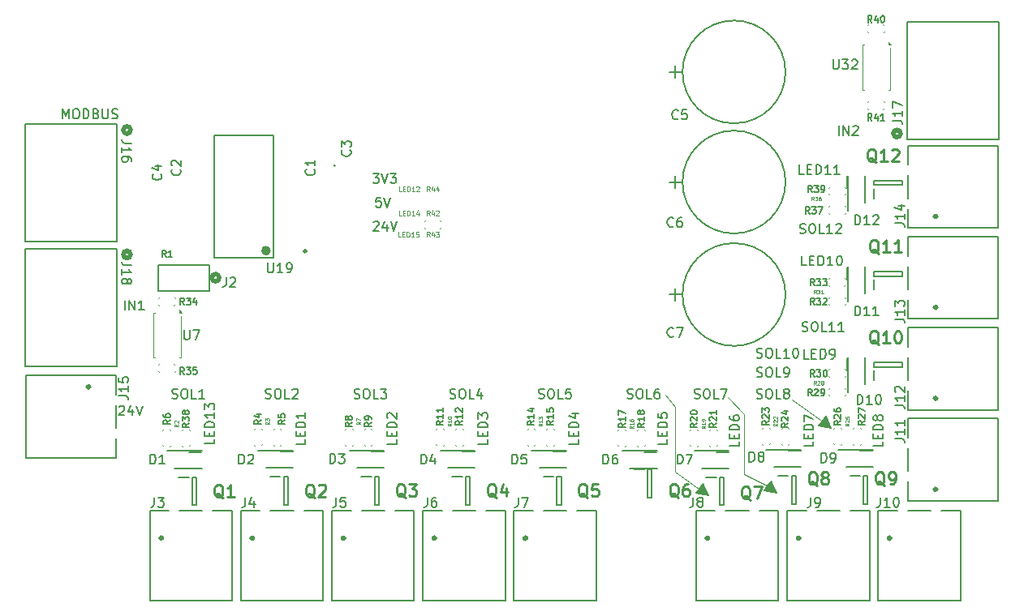
<source format=gto>
G04 #@! TF.GenerationSoftware,KiCad,Pcbnew,8.0.4*
G04 #@! TF.CreationDate,2024-09-09T22:35:46-05:00*
G04 #@! TF.ProjectId,TPM-IO-BOARD,54504d2d-494f-42d4-924f-4152442e6b69,rev?*
G04 #@! TF.SameCoordinates,Original*
G04 #@! TF.FileFunction,Legend,Top*
G04 #@! TF.FilePolarity,Positive*
%FSLAX46Y46*%
G04 Gerber Fmt 4.6, Leading zero omitted, Abs format (unit mm)*
G04 Created by KiCad (PCBNEW 8.0.4) date 2024-09-09 22:35:46*
%MOMM*%
%LPD*%
G01*
G04 APERTURE LIST*
%ADD10C,0.120000*%
%ADD11C,0.150000*%
%ADD12C,0.098425*%
%ADD13C,0.254000*%
%ADD14C,0.125000*%
%ADD15C,0.152400*%
%ADD16C,0.508000*%
%ADD17C,0.076200*%
%ADD18C,0.200000*%
%ADD19C,0.400000*%
%ADD20C,0.500000*%
%ADD21C,0.250000*%
G04 APERTURE END LIST*
D10*
X180810139Y-85716741D02*
X179464002Y-85409372D01*
X179810139Y-84966741D01*
X180222037Y-84389470D01*
X180235820Y-84389470D01*
X180810139Y-85716741D01*
G36*
X180810139Y-85716741D02*
G01*
X179464002Y-85409372D01*
X179810139Y-84966741D01*
X180222037Y-84389470D01*
X180235820Y-84389470D01*
X180810139Y-85716741D01*
G37*
X176750000Y-82750000D02*
X180250000Y-85250000D01*
X164500000Y-83500000D02*
X164500000Y-90250000D01*
X171750000Y-90500000D02*
X174250000Y-91750000D01*
X168000000Y-92750000D02*
X166653863Y-92442631D01*
X167000000Y-92000000D01*
X167411898Y-91422729D01*
X167425681Y-91422729D01*
X168000000Y-92750000D01*
G36*
X168000000Y-92750000D02*
G01*
X166653863Y-92442631D01*
X167000000Y-92000000D01*
X167411898Y-91422729D01*
X167425681Y-91422729D01*
X168000000Y-92750000D01*
G37*
X170000000Y-82500000D02*
X171750000Y-84250000D01*
X164500000Y-90250000D02*
X167000000Y-92000000D01*
X175103380Y-92488914D02*
X173757243Y-92181545D01*
X174103380Y-91738914D01*
X174515278Y-91161643D01*
X174529061Y-91161643D01*
X175103380Y-92488914D01*
G36*
X175103380Y-92488914D02*
G01*
X173757243Y-92181545D01*
X174103380Y-91738914D01*
X174515278Y-91161643D01*
X174529061Y-91161643D01*
X175103380Y-92488914D01*
G37*
X171750000Y-84250000D02*
X171750000Y-90500000D01*
X163500000Y-82250000D02*
X164500000Y-83500000D01*
D11*
X173039160Y-78322200D02*
X173182017Y-78369819D01*
X173182017Y-78369819D02*
X173420112Y-78369819D01*
X173420112Y-78369819D02*
X173515350Y-78322200D01*
X173515350Y-78322200D02*
X173562969Y-78274580D01*
X173562969Y-78274580D02*
X173610588Y-78179342D01*
X173610588Y-78179342D02*
X173610588Y-78084104D01*
X173610588Y-78084104D02*
X173562969Y-77988866D01*
X173562969Y-77988866D02*
X173515350Y-77941247D01*
X173515350Y-77941247D02*
X173420112Y-77893628D01*
X173420112Y-77893628D02*
X173229636Y-77846009D01*
X173229636Y-77846009D02*
X173134398Y-77798390D01*
X173134398Y-77798390D02*
X173086779Y-77750771D01*
X173086779Y-77750771D02*
X173039160Y-77655533D01*
X173039160Y-77655533D02*
X173039160Y-77560295D01*
X173039160Y-77560295D02*
X173086779Y-77465057D01*
X173086779Y-77465057D02*
X173134398Y-77417438D01*
X173134398Y-77417438D02*
X173229636Y-77369819D01*
X173229636Y-77369819D02*
X173467731Y-77369819D01*
X173467731Y-77369819D02*
X173610588Y-77417438D01*
X174229636Y-77369819D02*
X174420112Y-77369819D01*
X174420112Y-77369819D02*
X174515350Y-77417438D01*
X174515350Y-77417438D02*
X174610588Y-77512676D01*
X174610588Y-77512676D02*
X174658207Y-77703152D01*
X174658207Y-77703152D02*
X174658207Y-78036485D01*
X174658207Y-78036485D02*
X174610588Y-78226961D01*
X174610588Y-78226961D02*
X174515350Y-78322200D01*
X174515350Y-78322200D02*
X174420112Y-78369819D01*
X174420112Y-78369819D02*
X174229636Y-78369819D01*
X174229636Y-78369819D02*
X174134398Y-78322200D01*
X174134398Y-78322200D02*
X174039160Y-78226961D01*
X174039160Y-78226961D02*
X173991541Y-78036485D01*
X173991541Y-78036485D02*
X173991541Y-77703152D01*
X173991541Y-77703152D02*
X174039160Y-77512676D01*
X174039160Y-77512676D02*
X174134398Y-77417438D01*
X174134398Y-77417438D02*
X174229636Y-77369819D01*
X175562969Y-78369819D02*
X175086779Y-78369819D01*
X175086779Y-78369819D02*
X175086779Y-77369819D01*
X176420112Y-78369819D02*
X175848684Y-78369819D01*
X176134398Y-78369819D02*
X176134398Y-77369819D01*
X176134398Y-77369819D02*
X176039160Y-77512676D01*
X176039160Y-77512676D02*
X175943922Y-77607914D01*
X175943922Y-77607914D02*
X175848684Y-77655533D01*
X177039160Y-77369819D02*
X177134398Y-77369819D01*
X177134398Y-77369819D02*
X177229636Y-77417438D01*
X177229636Y-77417438D02*
X177277255Y-77465057D01*
X177277255Y-77465057D02*
X177324874Y-77560295D01*
X177324874Y-77560295D02*
X177372493Y-77750771D01*
X177372493Y-77750771D02*
X177372493Y-77988866D01*
X177372493Y-77988866D02*
X177324874Y-78179342D01*
X177324874Y-78179342D02*
X177277255Y-78274580D01*
X177277255Y-78274580D02*
X177229636Y-78322200D01*
X177229636Y-78322200D02*
X177134398Y-78369819D01*
X177134398Y-78369819D02*
X177039160Y-78369819D01*
X177039160Y-78369819D02*
X176943922Y-78322200D01*
X176943922Y-78322200D02*
X176896303Y-78274580D01*
X176896303Y-78274580D02*
X176848684Y-78179342D01*
X176848684Y-78179342D02*
X176801065Y-77988866D01*
X176801065Y-77988866D02*
X176801065Y-77750771D01*
X176801065Y-77750771D02*
X176848684Y-77560295D01*
X176848684Y-77560295D02*
X176896303Y-77465057D01*
X176896303Y-77465057D02*
X176943922Y-77417438D01*
X176943922Y-77417438D02*
X177039160Y-77369819D01*
X177539160Y-65322200D02*
X177682017Y-65369819D01*
X177682017Y-65369819D02*
X177920112Y-65369819D01*
X177920112Y-65369819D02*
X178015350Y-65322200D01*
X178015350Y-65322200D02*
X178062969Y-65274580D01*
X178062969Y-65274580D02*
X178110588Y-65179342D01*
X178110588Y-65179342D02*
X178110588Y-65084104D01*
X178110588Y-65084104D02*
X178062969Y-64988866D01*
X178062969Y-64988866D02*
X178015350Y-64941247D01*
X178015350Y-64941247D02*
X177920112Y-64893628D01*
X177920112Y-64893628D02*
X177729636Y-64846009D01*
X177729636Y-64846009D02*
X177634398Y-64798390D01*
X177634398Y-64798390D02*
X177586779Y-64750771D01*
X177586779Y-64750771D02*
X177539160Y-64655533D01*
X177539160Y-64655533D02*
X177539160Y-64560295D01*
X177539160Y-64560295D02*
X177586779Y-64465057D01*
X177586779Y-64465057D02*
X177634398Y-64417438D01*
X177634398Y-64417438D02*
X177729636Y-64369819D01*
X177729636Y-64369819D02*
X177967731Y-64369819D01*
X177967731Y-64369819D02*
X178110588Y-64417438D01*
X178729636Y-64369819D02*
X178920112Y-64369819D01*
X178920112Y-64369819D02*
X179015350Y-64417438D01*
X179015350Y-64417438D02*
X179110588Y-64512676D01*
X179110588Y-64512676D02*
X179158207Y-64703152D01*
X179158207Y-64703152D02*
X179158207Y-65036485D01*
X179158207Y-65036485D02*
X179110588Y-65226961D01*
X179110588Y-65226961D02*
X179015350Y-65322200D01*
X179015350Y-65322200D02*
X178920112Y-65369819D01*
X178920112Y-65369819D02*
X178729636Y-65369819D01*
X178729636Y-65369819D02*
X178634398Y-65322200D01*
X178634398Y-65322200D02*
X178539160Y-65226961D01*
X178539160Y-65226961D02*
X178491541Y-65036485D01*
X178491541Y-65036485D02*
X178491541Y-64703152D01*
X178491541Y-64703152D02*
X178539160Y-64512676D01*
X178539160Y-64512676D02*
X178634398Y-64417438D01*
X178634398Y-64417438D02*
X178729636Y-64369819D01*
X180062969Y-65369819D02*
X179586779Y-65369819D01*
X179586779Y-65369819D02*
X179586779Y-64369819D01*
X180920112Y-65369819D02*
X180348684Y-65369819D01*
X180634398Y-65369819D02*
X180634398Y-64369819D01*
X180634398Y-64369819D02*
X180539160Y-64512676D01*
X180539160Y-64512676D02*
X180443922Y-64607914D01*
X180443922Y-64607914D02*
X180348684Y-64655533D01*
X181301065Y-64465057D02*
X181348684Y-64417438D01*
X181348684Y-64417438D02*
X181443922Y-64369819D01*
X181443922Y-64369819D02*
X181682017Y-64369819D01*
X181682017Y-64369819D02*
X181777255Y-64417438D01*
X181777255Y-64417438D02*
X181824874Y-64465057D01*
X181824874Y-64465057D02*
X181872493Y-64560295D01*
X181872493Y-64560295D02*
X181872493Y-64655533D01*
X181872493Y-64655533D02*
X181824874Y-64798390D01*
X181824874Y-64798390D02*
X181253446Y-65369819D01*
X181253446Y-65369819D02*
X181872493Y-65369819D01*
X121789160Y-82572200D02*
X121932017Y-82619819D01*
X121932017Y-82619819D02*
X122170112Y-82619819D01*
X122170112Y-82619819D02*
X122265350Y-82572200D01*
X122265350Y-82572200D02*
X122312969Y-82524580D01*
X122312969Y-82524580D02*
X122360588Y-82429342D01*
X122360588Y-82429342D02*
X122360588Y-82334104D01*
X122360588Y-82334104D02*
X122312969Y-82238866D01*
X122312969Y-82238866D02*
X122265350Y-82191247D01*
X122265350Y-82191247D02*
X122170112Y-82143628D01*
X122170112Y-82143628D02*
X121979636Y-82096009D01*
X121979636Y-82096009D02*
X121884398Y-82048390D01*
X121884398Y-82048390D02*
X121836779Y-82000771D01*
X121836779Y-82000771D02*
X121789160Y-81905533D01*
X121789160Y-81905533D02*
X121789160Y-81810295D01*
X121789160Y-81810295D02*
X121836779Y-81715057D01*
X121836779Y-81715057D02*
X121884398Y-81667438D01*
X121884398Y-81667438D02*
X121979636Y-81619819D01*
X121979636Y-81619819D02*
X122217731Y-81619819D01*
X122217731Y-81619819D02*
X122360588Y-81667438D01*
X122979636Y-81619819D02*
X123170112Y-81619819D01*
X123170112Y-81619819D02*
X123265350Y-81667438D01*
X123265350Y-81667438D02*
X123360588Y-81762676D01*
X123360588Y-81762676D02*
X123408207Y-81953152D01*
X123408207Y-81953152D02*
X123408207Y-82286485D01*
X123408207Y-82286485D02*
X123360588Y-82476961D01*
X123360588Y-82476961D02*
X123265350Y-82572200D01*
X123265350Y-82572200D02*
X123170112Y-82619819D01*
X123170112Y-82619819D02*
X122979636Y-82619819D01*
X122979636Y-82619819D02*
X122884398Y-82572200D01*
X122884398Y-82572200D02*
X122789160Y-82476961D01*
X122789160Y-82476961D02*
X122741541Y-82286485D01*
X122741541Y-82286485D02*
X122741541Y-81953152D01*
X122741541Y-81953152D02*
X122789160Y-81762676D01*
X122789160Y-81762676D02*
X122884398Y-81667438D01*
X122884398Y-81667438D02*
X122979636Y-81619819D01*
X124312969Y-82619819D02*
X123836779Y-82619819D01*
X123836779Y-82619819D02*
X123836779Y-81619819D01*
X124598684Y-81715057D02*
X124646303Y-81667438D01*
X124646303Y-81667438D02*
X124741541Y-81619819D01*
X124741541Y-81619819D02*
X124979636Y-81619819D01*
X124979636Y-81619819D02*
X125074874Y-81667438D01*
X125074874Y-81667438D02*
X125122493Y-81715057D01*
X125122493Y-81715057D02*
X125170112Y-81810295D01*
X125170112Y-81810295D02*
X125170112Y-81905533D01*
X125170112Y-81905533D02*
X125122493Y-82048390D01*
X125122493Y-82048390D02*
X124551065Y-82619819D01*
X124551065Y-82619819D02*
X125170112Y-82619819D01*
X100586779Y-53369819D02*
X100586779Y-52369819D01*
X100586779Y-52369819D02*
X100920112Y-53084104D01*
X100920112Y-53084104D02*
X101253445Y-52369819D01*
X101253445Y-52369819D02*
X101253445Y-53369819D01*
X101920112Y-52369819D02*
X102110588Y-52369819D01*
X102110588Y-52369819D02*
X102205826Y-52417438D01*
X102205826Y-52417438D02*
X102301064Y-52512676D01*
X102301064Y-52512676D02*
X102348683Y-52703152D01*
X102348683Y-52703152D02*
X102348683Y-53036485D01*
X102348683Y-53036485D02*
X102301064Y-53226961D01*
X102301064Y-53226961D02*
X102205826Y-53322200D01*
X102205826Y-53322200D02*
X102110588Y-53369819D01*
X102110588Y-53369819D02*
X101920112Y-53369819D01*
X101920112Y-53369819D02*
X101824874Y-53322200D01*
X101824874Y-53322200D02*
X101729636Y-53226961D01*
X101729636Y-53226961D02*
X101682017Y-53036485D01*
X101682017Y-53036485D02*
X101682017Y-52703152D01*
X101682017Y-52703152D02*
X101729636Y-52512676D01*
X101729636Y-52512676D02*
X101824874Y-52417438D01*
X101824874Y-52417438D02*
X101920112Y-52369819D01*
X102777255Y-53369819D02*
X102777255Y-52369819D01*
X102777255Y-52369819D02*
X103015350Y-52369819D01*
X103015350Y-52369819D02*
X103158207Y-52417438D01*
X103158207Y-52417438D02*
X103253445Y-52512676D01*
X103253445Y-52512676D02*
X103301064Y-52607914D01*
X103301064Y-52607914D02*
X103348683Y-52798390D01*
X103348683Y-52798390D02*
X103348683Y-52941247D01*
X103348683Y-52941247D02*
X103301064Y-53131723D01*
X103301064Y-53131723D02*
X103253445Y-53226961D01*
X103253445Y-53226961D02*
X103158207Y-53322200D01*
X103158207Y-53322200D02*
X103015350Y-53369819D01*
X103015350Y-53369819D02*
X102777255Y-53369819D01*
X104110588Y-52846009D02*
X104253445Y-52893628D01*
X104253445Y-52893628D02*
X104301064Y-52941247D01*
X104301064Y-52941247D02*
X104348683Y-53036485D01*
X104348683Y-53036485D02*
X104348683Y-53179342D01*
X104348683Y-53179342D02*
X104301064Y-53274580D01*
X104301064Y-53274580D02*
X104253445Y-53322200D01*
X104253445Y-53322200D02*
X104158207Y-53369819D01*
X104158207Y-53369819D02*
X103777255Y-53369819D01*
X103777255Y-53369819D02*
X103777255Y-52369819D01*
X103777255Y-52369819D02*
X104110588Y-52369819D01*
X104110588Y-52369819D02*
X104205826Y-52417438D01*
X104205826Y-52417438D02*
X104253445Y-52465057D01*
X104253445Y-52465057D02*
X104301064Y-52560295D01*
X104301064Y-52560295D02*
X104301064Y-52655533D01*
X104301064Y-52655533D02*
X104253445Y-52750771D01*
X104253445Y-52750771D02*
X104205826Y-52798390D01*
X104205826Y-52798390D02*
X104110588Y-52846009D01*
X104110588Y-52846009D02*
X103777255Y-52846009D01*
X104777255Y-52369819D02*
X104777255Y-53179342D01*
X104777255Y-53179342D02*
X104824874Y-53274580D01*
X104824874Y-53274580D02*
X104872493Y-53322200D01*
X104872493Y-53322200D02*
X104967731Y-53369819D01*
X104967731Y-53369819D02*
X105158207Y-53369819D01*
X105158207Y-53369819D02*
X105253445Y-53322200D01*
X105253445Y-53322200D02*
X105301064Y-53274580D01*
X105301064Y-53274580D02*
X105348683Y-53179342D01*
X105348683Y-53179342D02*
X105348683Y-52369819D01*
X105777255Y-53322200D02*
X105920112Y-53369819D01*
X105920112Y-53369819D02*
X106158207Y-53369819D01*
X106158207Y-53369819D02*
X106253445Y-53322200D01*
X106253445Y-53322200D02*
X106301064Y-53274580D01*
X106301064Y-53274580D02*
X106348683Y-53179342D01*
X106348683Y-53179342D02*
X106348683Y-53084104D01*
X106348683Y-53084104D02*
X106301064Y-52988866D01*
X106301064Y-52988866D02*
X106253445Y-52941247D01*
X106253445Y-52941247D02*
X106158207Y-52893628D01*
X106158207Y-52893628D02*
X105967731Y-52846009D01*
X105967731Y-52846009D02*
X105872493Y-52798390D01*
X105872493Y-52798390D02*
X105824874Y-52750771D01*
X105824874Y-52750771D02*
X105777255Y-52655533D01*
X105777255Y-52655533D02*
X105777255Y-52560295D01*
X105777255Y-52560295D02*
X105824874Y-52465057D01*
X105824874Y-52465057D02*
X105872493Y-52417438D01*
X105872493Y-52417438D02*
X105967731Y-52369819D01*
X105967731Y-52369819D02*
X106205826Y-52369819D01*
X106205826Y-52369819D02*
X106348683Y-52417438D01*
X181586779Y-55119819D02*
X181586779Y-54119819D01*
X182062969Y-55119819D02*
X182062969Y-54119819D01*
X182062969Y-54119819D02*
X182634397Y-55119819D01*
X182634397Y-55119819D02*
X182634397Y-54119819D01*
X183062969Y-54215057D02*
X183110588Y-54167438D01*
X183110588Y-54167438D02*
X183205826Y-54119819D01*
X183205826Y-54119819D02*
X183443921Y-54119819D01*
X183443921Y-54119819D02*
X183539159Y-54167438D01*
X183539159Y-54167438D02*
X183586778Y-54215057D01*
X183586778Y-54215057D02*
X183634397Y-54310295D01*
X183634397Y-54310295D02*
X183634397Y-54405533D01*
X183634397Y-54405533D02*
X183586778Y-54548390D01*
X183586778Y-54548390D02*
X183015350Y-55119819D01*
X183015350Y-55119819D02*
X183634397Y-55119819D01*
X159539160Y-82572200D02*
X159682017Y-82619819D01*
X159682017Y-82619819D02*
X159920112Y-82619819D01*
X159920112Y-82619819D02*
X160015350Y-82572200D01*
X160015350Y-82572200D02*
X160062969Y-82524580D01*
X160062969Y-82524580D02*
X160110588Y-82429342D01*
X160110588Y-82429342D02*
X160110588Y-82334104D01*
X160110588Y-82334104D02*
X160062969Y-82238866D01*
X160062969Y-82238866D02*
X160015350Y-82191247D01*
X160015350Y-82191247D02*
X159920112Y-82143628D01*
X159920112Y-82143628D02*
X159729636Y-82096009D01*
X159729636Y-82096009D02*
X159634398Y-82048390D01*
X159634398Y-82048390D02*
X159586779Y-82000771D01*
X159586779Y-82000771D02*
X159539160Y-81905533D01*
X159539160Y-81905533D02*
X159539160Y-81810295D01*
X159539160Y-81810295D02*
X159586779Y-81715057D01*
X159586779Y-81715057D02*
X159634398Y-81667438D01*
X159634398Y-81667438D02*
X159729636Y-81619819D01*
X159729636Y-81619819D02*
X159967731Y-81619819D01*
X159967731Y-81619819D02*
X160110588Y-81667438D01*
X160729636Y-81619819D02*
X160920112Y-81619819D01*
X160920112Y-81619819D02*
X161015350Y-81667438D01*
X161015350Y-81667438D02*
X161110588Y-81762676D01*
X161110588Y-81762676D02*
X161158207Y-81953152D01*
X161158207Y-81953152D02*
X161158207Y-82286485D01*
X161158207Y-82286485D02*
X161110588Y-82476961D01*
X161110588Y-82476961D02*
X161015350Y-82572200D01*
X161015350Y-82572200D02*
X160920112Y-82619819D01*
X160920112Y-82619819D02*
X160729636Y-82619819D01*
X160729636Y-82619819D02*
X160634398Y-82572200D01*
X160634398Y-82572200D02*
X160539160Y-82476961D01*
X160539160Y-82476961D02*
X160491541Y-82286485D01*
X160491541Y-82286485D02*
X160491541Y-81953152D01*
X160491541Y-81953152D02*
X160539160Y-81762676D01*
X160539160Y-81762676D02*
X160634398Y-81667438D01*
X160634398Y-81667438D02*
X160729636Y-81619819D01*
X162062969Y-82619819D02*
X161586779Y-82619819D01*
X161586779Y-82619819D02*
X161586779Y-81619819D01*
X162824874Y-81619819D02*
X162634398Y-81619819D01*
X162634398Y-81619819D02*
X162539160Y-81667438D01*
X162539160Y-81667438D02*
X162491541Y-81715057D01*
X162491541Y-81715057D02*
X162396303Y-81857914D01*
X162396303Y-81857914D02*
X162348684Y-82048390D01*
X162348684Y-82048390D02*
X162348684Y-82429342D01*
X162348684Y-82429342D02*
X162396303Y-82524580D01*
X162396303Y-82524580D02*
X162443922Y-82572200D01*
X162443922Y-82572200D02*
X162539160Y-82619819D01*
X162539160Y-82619819D02*
X162729636Y-82619819D01*
X162729636Y-82619819D02*
X162824874Y-82572200D01*
X162824874Y-82572200D02*
X162872493Y-82524580D01*
X162872493Y-82524580D02*
X162920112Y-82429342D01*
X162920112Y-82429342D02*
X162920112Y-82191247D01*
X162920112Y-82191247D02*
X162872493Y-82096009D01*
X162872493Y-82096009D02*
X162824874Y-82048390D01*
X162824874Y-82048390D02*
X162729636Y-82000771D01*
X162729636Y-82000771D02*
X162539160Y-82000771D01*
X162539160Y-82000771D02*
X162443922Y-82048390D01*
X162443922Y-82048390D02*
X162396303Y-82096009D01*
X162396303Y-82096009D02*
X162348684Y-82191247D01*
X141039160Y-82572200D02*
X141182017Y-82619819D01*
X141182017Y-82619819D02*
X141420112Y-82619819D01*
X141420112Y-82619819D02*
X141515350Y-82572200D01*
X141515350Y-82572200D02*
X141562969Y-82524580D01*
X141562969Y-82524580D02*
X141610588Y-82429342D01*
X141610588Y-82429342D02*
X141610588Y-82334104D01*
X141610588Y-82334104D02*
X141562969Y-82238866D01*
X141562969Y-82238866D02*
X141515350Y-82191247D01*
X141515350Y-82191247D02*
X141420112Y-82143628D01*
X141420112Y-82143628D02*
X141229636Y-82096009D01*
X141229636Y-82096009D02*
X141134398Y-82048390D01*
X141134398Y-82048390D02*
X141086779Y-82000771D01*
X141086779Y-82000771D02*
X141039160Y-81905533D01*
X141039160Y-81905533D02*
X141039160Y-81810295D01*
X141039160Y-81810295D02*
X141086779Y-81715057D01*
X141086779Y-81715057D02*
X141134398Y-81667438D01*
X141134398Y-81667438D02*
X141229636Y-81619819D01*
X141229636Y-81619819D02*
X141467731Y-81619819D01*
X141467731Y-81619819D02*
X141610588Y-81667438D01*
X142229636Y-81619819D02*
X142420112Y-81619819D01*
X142420112Y-81619819D02*
X142515350Y-81667438D01*
X142515350Y-81667438D02*
X142610588Y-81762676D01*
X142610588Y-81762676D02*
X142658207Y-81953152D01*
X142658207Y-81953152D02*
X142658207Y-82286485D01*
X142658207Y-82286485D02*
X142610588Y-82476961D01*
X142610588Y-82476961D02*
X142515350Y-82572200D01*
X142515350Y-82572200D02*
X142420112Y-82619819D01*
X142420112Y-82619819D02*
X142229636Y-82619819D01*
X142229636Y-82619819D02*
X142134398Y-82572200D01*
X142134398Y-82572200D02*
X142039160Y-82476961D01*
X142039160Y-82476961D02*
X141991541Y-82286485D01*
X141991541Y-82286485D02*
X141991541Y-81953152D01*
X141991541Y-81953152D02*
X142039160Y-81762676D01*
X142039160Y-81762676D02*
X142134398Y-81667438D01*
X142134398Y-81667438D02*
X142229636Y-81619819D01*
X143562969Y-82619819D02*
X143086779Y-82619819D01*
X143086779Y-82619819D02*
X143086779Y-81619819D01*
X144324874Y-81953152D02*
X144324874Y-82619819D01*
X144086779Y-81572200D02*
X143848684Y-82286485D01*
X143848684Y-82286485D02*
X144467731Y-82286485D01*
X107086779Y-73369819D02*
X107086779Y-72369819D01*
X107562969Y-73369819D02*
X107562969Y-72369819D01*
X107562969Y-72369819D02*
X108134397Y-73369819D01*
X108134397Y-73369819D02*
X108134397Y-72369819D01*
X109134397Y-73369819D02*
X108562969Y-73369819D01*
X108848683Y-73369819D02*
X108848683Y-72369819D01*
X108848683Y-72369819D02*
X108753445Y-72512676D01*
X108753445Y-72512676D02*
X108658207Y-72607914D01*
X108658207Y-72607914D02*
X108562969Y-72655533D01*
X133812969Y-61619819D02*
X133336779Y-61619819D01*
X133336779Y-61619819D02*
X133289160Y-62096009D01*
X133289160Y-62096009D02*
X133336779Y-62048390D01*
X133336779Y-62048390D02*
X133432017Y-62000771D01*
X133432017Y-62000771D02*
X133670112Y-62000771D01*
X133670112Y-62000771D02*
X133765350Y-62048390D01*
X133765350Y-62048390D02*
X133812969Y-62096009D01*
X133812969Y-62096009D02*
X133860588Y-62191247D01*
X133860588Y-62191247D02*
X133860588Y-62429342D01*
X133860588Y-62429342D02*
X133812969Y-62524580D01*
X133812969Y-62524580D02*
X133765350Y-62572200D01*
X133765350Y-62572200D02*
X133670112Y-62619819D01*
X133670112Y-62619819D02*
X133432017Y-62619819D01*
X133432017Y-62619819D02*
X133336779Y-62572200D01*
X133336779Y-62572200D02*
X133289160Y-62524580D01*
X134146303Y-61619819D02*
X134479636Y-62619819D01*
X134479636Y-62619819D02*
X134812969Y-61619819D01*
X150289160Y-82572200D02*
X150432017Y-82619819D01*
X150432017Y-82619819D02*
X150670112Y-82619819D01*
X150670112Y-82619819D02*
X150765350Y-82572200D01*
X150765350Y-82572200D02*
X150812969Y-82524580D01*
X150812969Y-82524580D02*
X150860588Y-82429342D01*
X150860588Y-82429342D02*
X150860588Y-82334104D01*
X150860588Y-82334104D02*
X150812969Y-82238866D01*
X150812969Y-82238866D02*
X150765350Y-82191247D01*
X150765350Y-82191247D02*
X150670112Y-82143628D01*
X150670112Y-82143628D02*
X150479636Y-82096009D01*
X150479636Y-82096009D02*
X150384398Y-82048390D01*
X150384398Y-82048390D02*
X150336779Y-82000771D01*
X150336779Y-82000771D02*
X150289160Y-81905533D01*
X150289160Y-81905533D02*
X150289160Y-81810295D01*
X150289160Y-81810295D02*
X150336779Y-81715057D01*
X150336779Y-81715057D02*
X150384398Y-81667438D01*
X150384398Y-81667438D02*
X150479636Y-81619819D01*
X150479636Y-81619819D02*
X150717731Y-81619819D01*
X150717731Y-81619819D02*
X150860588Y-81667438D01*
X151479636Y-81619819D02*
X151670112Y-81619819D01*
X151670112Y-81619819D02*
X151765350Y-81667438D01*
X151765350Y-81667438D02*
X151860588Y-81762676D01*
X151860588Y-81762676D02*
X151908207Y-81953152D01*
X151908207Y-81953152D02*
X151908207Y-82286485D01*
X151908207Y-82286485D02*
X151860588Y-82476961D01*
X151860588Y-82476961D02*
X151765350Y-82572200D01*
X151765350Y-82572200D02*
X151670112Y-82619819D01*
X151670112Y-82619819D02*
X151479636Y-82619819D01*
X151479636Y-82619819D02*
X151384398Y-82572200D01*
X151384398Y-82572200D02*
X151289160Y-82476961D01*
X151289160Y-82476961D02*
X151241541Y-82286485D01*
X151241541Y-82286485D02*
X151241541Y-81953152D01*
X151241541Y-81953152D02*
X151289160Y-81762676D01*
X151289160Y-81762676D02*
X151384398Y-81667438D01*
X151384398Y-81667438D02*
X151479636Y-81619819D01*
X152812969Y-82619819D02*
X152336779Y-82619819D01*
X152336779Y-82619819D02*
X152336779Y-81619819D01*
X153622493Y-81619819D02*
X153146303Y-81619819D01*
X153146303Y-81619819D02*
X153098684Y-82096009D01*
X153098684Y-82096009D02*
X153146303Y-82048390D01*
X153146303Y-82048390D02*
X153241541Y-82000771D01*
X153241541Y-82000771D02*
X153479636Y-82000771D01*
X153479636Y-82000771D02*
X153574874Y-82048390D01*
X153574874Y-82048390D02*
X153622493Y-82096009D01*
X153622493Y-82096009D02*
X153670112Y-82191247D01*
X153670112Y-82191247D02*
X153670112Y-82429342D01*
X153670112Y-82429342D02*
X153622493Y-82524580D01*
X153622493Y-82524580D02*
X153574874Y-82572200D01*
X153574874Y-82572200D02*
X153479636Y-82619819D01*
X153479636Y-82619819D02*
X153241541Y-82619819D01*
X153241541Y-82619819D02*
X153146303Y-82572200D01*
X153146303Y-82572200D02*
X153098684Y-82524580D01*
X166539160Y-82572200D02*
X166682017Y-82619819D01*
X166682017Y-82619819D02*
X166920112Y-82619819D01*
X166920112Y-82619819D02*
X167015350Y-82572200D01*
X167015350Y-82572200D02*
X167062969Y-82524580D01*
X167062969Y-82524580D02*
X167110588Y-82429342D01*
X167110588Y-82429342D02*
X167110588Y-82334104D01*
X167110588Y-82334104D02*
X167062969Y-82238866D01*
X167062969Y-82238866D02*
X167015350Y-82191247D01*
X167015350Y-82191247D02*
X166920112Y-82143628D01*
X166920112Y-82143628D02*
X166729636Y-82096009D01*
X166729636Y-82096009D02*
X166634398Y-82048390D01*
X166634398Y-82048390D02*
X166586779Y-82000771D01*
X166586779Y-82000771D02*
X166539160Y-81905533D01*
X166539160Y-81905533D02*
X166539160Y-81810295D01*
X166539160Y-81810295D02*
X166586779Y-81715057D01*
X166586779Y-81715057D02*
X166634398Y-81667438D01*
X166634398Y-81667438D02*
X166729636Y-81619819D01*
X166729636Y-81619819D02*
X166967731Y-81619819D01*
X166967731Y-81619819D02*
X167110588Y-81667438D01*
X167729636Y-81619819D02*
X167920112Y-81619819D01*
X167920112Y-81619819D02*
X168015350Y-81667438D01*
X168015350Y-81667438D02*
X168110588Y-81762676D01*
X168110588Y-81762676D02*
X168158207Y-81953152D01*
X168158207Y-81953152D02*
X168158207Y-82286485D01*
X168158207Y-82286485D02*
X168110588Y-82476961D01*
X168110588Y-82476961D02*
X168015350Y-82572200D01*
X168015350Y-82572200D02*
X167920112Y-82619819D01*
X167920112Y-82619819D02*
X167729636Y-82619819D01*
X167729636Y-82619819D02*
X167634398Y-82572200D01*
X167634398Y-82572200D02*
X167539160Y-82476961D01*
X167539160Y-82476961D02*
X167491541Y-82286485D01*
X167491541Y-82286485D02*
X167491541Y-81953152D01*
X167491541Y-81953152D02*
X167539160Y-81762676D01*
X167539160Y-81762676D02*
X167634398Y-81667438D01*
X167634398Y-81667438D02*
X167729636Y-81619819D01*
X169062969Y-82619819D02*
X168586779Y-82619819D01*
X168586779Y-82619819D02*
X168586779Y-81619819D01*
X169301065Y-81619819D02*
X169967731Y-81619819D01*
X169967731Y-81619819D02*
X169539160Y-82619819D01*
X131039160Y-82572200D02*
X131182017Y-82619819D01*
X131182017Y-82619819D02*
X131420112Y-82619819D01*
X131420112Y-82619819D02*
X131515350Y-82572200D01*
X131515350Y-82572200D02*
X131562969Y-82524580D01*
X131562969Y-82524580D02*
X131610588Y-82429342D01*
X131610588Y-82429342D02*
X131610588Y-82334104D01*
X131610588Y-82334104D02*
X131562969Y-82238866D01*
X131562969Y-82238866D02*
X131515350Y-82191247D01*
X131515350Y-82191247D02*
X131420112Y-82143628D01*
X131420112Y-82143628D02*
X131229636Y-82096009D01*
X131229636Y-82096009D02*
X131134398Y-82048390D01*
X131134398Y-82048390D02*
X131086779Y-82000771D01*
X131086779Y-82000771D02*
X131039160Y-81905533D01*
X131039160Y-81905533D02*
X131039160Y-81810295D01*
X131039160Y-81810295D02*
X131086779Y-81715057D01*
X131086779Y-81715057D02*
X131134398Y-81667438D01*
X131134398Y-81667438D02*
X131229636Y-81619819D01*
X131229636Y-81619819D02*
X131467731Y-81619819D01*
X131467731Y-81619819D02*
X131610588Y-81667438D01*
X132229636Y-81619819D02*
X132420112Y-81619819D01*
X132420112Y-81619819D02*
X132515350Y-81667438D01*
X132515350Y-81667438D02*
X132610588Y-81762676D01*
X132610588Y-81762676D02*
X132658207Y-81953152D01*
X132658207Y-81953152D02*
X132658207Y-82286485D01*
X132658207Y-82286485D02*
X132610588Y-82476961D01*
X132610588Y-82476961D02*
X132515350Y-82572200D01*
X132515350Y-82572200D02*
X132420112Y-82619819D01*
X132420112Y-82619819D02*
X132229636Y-82619819D01*
X132229636Y-82619819D02*
X132134398Y-82572200D01*
X132134398Y-82572200D02*
X132039160Y-82476961D01*
X132039160Y-82476961D02*
X131991541Y-82286485D01*
X131991541Y-82286485D02*
X131991541Y-81953152D01*
X131991541Y-81953152D02*
X132039160Y-81762676D01*
X132039160Y-81762676D02*
X132134398Y-81667438D01*
X132134398Y-81667438D02*
X132229636Y-81619819D01*
X133562969Y-82619819D02*
X133086779Y-82619819D01*
X133086779Y-82619819D02*
X133086779Y-81619819D01*
X133801065Y-81619819D02*
X134420112Y-81619819D01*
X134420112Y-81619819D02*
X134086779Y-82000771D01*
X134086779Y-82000771D02*
X134229636Y-82000771D01*
X134229636Y-82000771D02*
X134324874Y-82048390D01*
X134324874Y-82048390D02*
X134372493Y-82096009D01*
X134372493Y-82096009D02*
X134420112Y-82191247D01*
X134420112Y-82191247D02*
X134420112Y-82429342D01*
X134420112Y-82429342D02*
X134372493Y-82524580D01*
X134372493Y-82524580D02*
X134324874Y-82572200D01*
X134324874Y-82572200D02*
X134229636Y-82619819D01*
X134229636Y-82619819D02*
X133943922Y-82619819D01*
X133943922Y-82619819D02*
X133848684Y-82572200D01*
X133848684Y-82572200D02*
X133801065Y-82524580D01*
X173039160Y-82572200D02*
X173182017Y-82619819D01*
X173182017Y-82619819D02*
X173420112Y-82619819D01*
X173420112Y-82619819D02*
X173515350Y-82572200D01*
X173515350Y-82572200D02*
X173562969Y-82524580D01*
X173562969Y-82524580D02*
X173610588Y-82429342D01*
X173610588Y-82429342D02*
X173610588Y-82334104D01*
X173610588Y-82334104D02*
X173562969Y-82238866D01*
X173562969Y-82238866D02*
X173515350Y-82191247D01*
X173515350Y-82191247D02*
X173420112Y-82143628D01*
X173420112Y-82143628D02*
X173229636Y-82096009D01*
X173229636Y-82096009D02*
X173134398Y-82048390D01*
X173134398Y-82048390D02*
X173086779Y-82000771D01*
X173086779Y-82000771D02*
X173039160Y-81905533D01*
X173039160Y-81905533D02*
X173039160Y-81810295D01*
X173039160Y-81810295D02*
X173086779Y-81715057D01*
X173086779Y-81715057D02*
X173134398Y-81667438D01*
X173134398Y-81667438D02*
X173229636Y-81619819D01*
X173229636Y-81619819D02*
X173467731Y-81619819D01*
X173467731Y-81619819D02*
X173610588Y-81667438D01*
X174229636Y-81619819D02*
X174420112Y-81619819D01*
X174420112Y-81619819D02*
X174515350Y-81667438D01*
X174515350Y-81667438D02*
X174610588Y-81762676D01*
X174610588Y-81762676D02*
X174658207Y-81953152D01*
X174658207Y-81953152D02*
X174658207Y-82286485D01*
X174658207Y-82286485D02*
X174610588Y-82476961D01*
X174610588Y-82476961D02*
X174515350Y-82572200D01*
X174515350Y-82572200D02*
X174420112Y-82619819D01*
X174420112Y-82619819D02*
X174229636Y-82619819D01*
X174229636Y-82619819D02*
X174134398Y-82572200D01*
X174134398Y-82572200D02*
X174039160Y-82476961D01*
X174039160Y-82476961D02*
X173991541Y-82286485D01*
X173991541Y-82286485D02*
X173991541Y-81953152D01*
X173991541Y-81953152D02*
X174039160Y-81762676D01*
X174039160Y-81762676D02*
X174134398Y-81667438D01*
X174134398Y-81667438D02*
X174229636Y-81619819D01*
X175562969Y-82619819D02*
X175086779Y-82619819D01*
X175086779Y-82619819D02*
X175086779Y-81619819D01*
X176039160Y-82048390D02*
X175943922Y-82000771D01*
X175943922Y-82000771D02*
X175896303Y-81953152D01*
X175896303Y-81953152D02*
X175848684Y-81857914D01*
X175848684Y-81857914D02*
X175848684Y-81810295D01*
X175848684Y-81810295D02*
X175896303Y-81715057D01*
X175896303Y-81715057D02*
X175943922Y-81667438D01*
X175943922Y-81667438D02*
X176039160Y-81619819D01*
X176039160Y-81619819D02*
X176229636Y-81619819D01*
X176229636Y-81619819D02*
X176324874Y-81667438D01*
X176324874Y-81667438D02*
X176372493Y-81715057D01*
X176372493Y-81715057D02*
X176420112Y-81810295D01*
X176420112Y-81810295D02*
X176420112Y-81857914D01*
X176420112Y-81857914D02*
X176372493Y-81953152D01*
X176372493Y-81953152D02*
X176324874Y-82000771D01*
X176324874Y-82000771D02*
X176229636Y-82048390D01*
X176229636Y-82048390D02*
X176039160Y-82048390D01*
X176039160Y-82048390D02*
X175943922Y-82096009D01*
X175943922Y-82096009D02*
X175896303Y-82143628D01*
X175896303Y-82143628D02*
X175848684Y-82238866D01*
X175848684Y-82238866D02*
X175848684Y-82429342D01*
X175848684Y-82429342D02*
X175896303Y-82524580D01*
X175896303Y-82524580D02*
X175943922Y-82572200D01*
X175943922Y-82572200D02*
X176039160Y-82619819D01*
X176039160Y-82619819D02*
X176229636Y-82619819D01*
X176229636Y-82619819D02*
X176324874Y-82572200D01*
X176324874Y-82572200D02*
X176372493Y-82524580D01*
X176372493Y-82524580D02*
X176420112Y-82429342D01*
X176420112Y-82429342D02*
X176420112Y-82238866D01*
X176420112Y-82238866D02*
X176372493Y-82143628D01*
X176372493Y-82143628D02*
X176324874Y-82096009D01*
X176324874Y-82096009D02*
X176229636Y-82048390D01*
X133039160Y-64215057D02*
X133086779Y-64167438D01*
X133086779Y-64167438D02*
X133182017Y-64119819D01*
X133182017Y-64119819D02*
X133420112Y-64119819D01*
X133420112Y-64119819D02*
X133515350Y-64167438D01*
X133515350Y-64167438D02*
X133562969Y-64215057D01*
X133562969Y-64215057D02*
X133610588Y-64310295D01*
X133610588Y-64310295D02*
X133610588Y-64405533D01*
X133610588Y-64405533D02*
X133562969Y-64548390D01*
X133562969Y-64548390D02*
X132991541Y-65119819D01*
X132991541Y-65119819D02*
X133610588Y-65119819D01*
X134467731Y-64453152D02*
X134467731Y-65119819D01*
X134229636Y-64072200D02*
X133991541Y-64786485D01*
X133991541Y-64786485D02*
X134610588Y-64786485D01*
X134848684Y-64119819D02*
X135182017Y-65119819D01*
X135182017Y-65119819D02*
X135515350Y-64119819D01*
X112039160Y-82572200D02*
X112182017Y-82619819D01*
X112182017Y-82619819D02*
X112420112Y-82619819D01*
X112420112Y-82619819D02*
X112515350Y-82572200D01*
X112515350Y-82572200D02*
X112562969Y-82524580D01*
X112562969Y-82524580D02*
X112610588Y-82429342D01*
X112610588Y-82429342D02*
X112610588Y-82334104D01*
X112610588Y-82334104D02*
X112562969Y-82238866D01*
X112562969Y-82238866D02*
X112515350Y-82191247D01*
X112515350Y-82191247D02*
X112420112Y-82143628D01*
X112420112Y-82143628D02*
X112229636Y-82096009D01*
X112229636Y-82096009D02*
X112134398Y-82048390D01*
X112134398Y-82048390D02*
X112086779Y-82000771D01*
X112086779Y-82000771D02*
X112039160Y-81905533D01*
X112039160Y-81905533D02*
X112039160Y-81810295D01*
X112039160Y-81810295D02*
X112086779Y-81715057D01*
X112086779Y-81715057D02*
X112134398Y-81667438D01*
X112134398Y-81667438D02*
X112229636Y-81619819D01*
X112229636Y-81619819D02*
X112467731Y-81619819D01*
X112467731Y-81619819D02*
X112610588Y-81667438D01*
X113229636Y-81619819D02*
X113420112Y-81619819D01*
X113420112Y-81619819D02*
X113515350Y-81667438D01*
X113515350Y-81667438D02*
X113610588Y-81762676D01*
X113610588Y-81762676D02*
X113658207Y-81953152D01*
X113658207Y-81953152D02*
X113658207Y-82286485D01*
X113658207Y-82286485D02*
X113610588Y-82476961D01*
X113610588Y-82476961D02*
X113515350Y-82572200D01*
X113515350Y-82572200D02*
X113420112Y-82619819D01*
X113420112Y-82619819D02*
X113229636Y-82619819D01*
X113229636Y-82619819D02*
X113134398Y-82572200D01*
X113134398Y-82572200D02*
X113039160Y-82476961D01*
X113039160Y-82476961D02*
X112991541Y-82286485D01*
X112991541Y-82286485D02*
X112991541Y-81953152D01*
X112991541Y-81953152D02*
X113039160Y-81762676D01*
X113039160Y-81762676D02*
X113134398Y-81667438D01*
X113134398Y-81667438D02*
X113229636Y-81619819D01*
X114562969Y-82619819D02*
X114086779Y-82619819D01*
X114086779Y-82619819D02*
X114086779Y-81619819D01*
X115420112Y-82619819D02*
X114848684Y-82619819D01*
X115134398Y-82619819D02*
X115134398Y-81619819D01*
X115134398Y-81619819D02*
X115039160Y-81762676D01*
X115039160Y-81762676D02*
X114943922Y-81857914D01*
X114943922Y-81857914D02*
X114848684Y-81905533D01*
X173039160Y-80322200D02*
X173182017Y-80369819D01*
X173182017Y-80369819D02*
X173420112Y-80369819D01*
X173420112Y-80369819D02*
X173515350Y-80322200D01*
X173515350Y-80322200D02*
X173562969Y-80274580D01*
X173562969Y-80274580D02*
X173610588Y-80179342D01*
X173610588Y-80179342D02*
X173610588Y-80084104D01*
X173610588Y-80084104D02*
X173562969Y-79988866D01*
X173562969Y-79988866D02*
X173515350Y-79941247D01*
X173515350Y-79941247D02*
X173420112Y-79893628D01*
X173420112Y-79893628D02*
X173229636Y-79846009D01*
X173229636Y-79846009D02*
X173134398Y-79798390D01*
X173134398Y-79798390D02*
X173086779Y-79750771D01*
X173086779Y-79750771D02*
X173039160Y-79655533D01*
X173039160Y-79655533D02*
X173039160Y-79560295D01*
X173039160Y-79560295D02*
X173086779Y-79465057D01*
X173086779Y-79465057D02*
X173134398Y-79417438D01*
X173134398Y-79417438D02*
X173229636Y-79369819D01*
X173229636Y-79369819D02*
X173467731Y-79369819D01*
X173467731Y-79369819D02*
X173610588Y-79417438D01*
X174229636Y-79369819D02*
X174420112Y-79369819D01*
X174420112Y-79369819D02*
X174515350Y-79417438D01*
X174515350Y-79417438D02*
X174610588Y-79512676D01*
X174610588Y-79512676D02*
X174658207Y-79703152D01*
X174658207Y-79703152D02*
X174658207Y-80036485D01*
X174658207Y-80036485D02*
X174610588Y-80226961D01*
X174610588Y-80226961D02*
X174515350Y-80322200D01*
X174515350Y-80322200D02*
X174420112Y-80369819D01*
X174420112Y-80369819D02*
X174229636Y-80369819D01*
X174229636Y-80369819D02*
X174134398Y-80322200D01*
X174134398Y-80322200D02*
X174039160Y-80226961D01*
X174039160Y-80226961D02*
X173991541Y-80036485D01*
X173991541Y-80036485D02*
X173991541Y-79703152D01*
X173991541Y-79703152D02*
X174039160Y-79512676D01*
X174039160Y-79512676D02*
X174134398Y-79417438D01*
X174134398Y-79417438D02*
X174229636Y-79369819D01*
X175562969Y-80369819D02*
X175086779Y-80369819D01*
X175086779Y-80369819D02*
X175086779Y-79369819D01*
X175943922Y-80369819D02*
X176134398Y-80369819D01*
X176134398Y-80369819D02*
X176229636Y-80322200D01*
X176229636Y-80322200D02*
X176277255Y-80274580D01*
X176277255Y-80274580D02*
X176372493Y-80131723D01*
X176372493Y-80131723D02*
X176420112Y-79941247D01*
X176420112Y-79941247D02*
X176420112Y-79560295D01*
X176420112Y-79560295D02*
X176372493Y-79465057D01*
X176372493Y-79465057D02*
X176324874Y-79417438D01*
X176324874Y-79417438D02*
X176229636Y-79369819D01*
X176229636Y-79369819D02*
X176039160Y-79369819D01*
X176039160Y-79369819D02*
X175943922Y-79417438D01*
X175943922Y-79417438D02*
X175896303Y-79465057D01*
X175896303Y-79465057D02*
X175848684Y-79560295D01*
X175848684Y-79560295D02*
X175848684Y-79798390D01*
X175848684Y-79798390D02*
X175896303Y-79893628D01*
X175896303Y-79893628D02*
X175943922Y-79941247D01*
X175943922Y-79941247D02*
X176039160Y-79988866D01*
X176039160Y-79988866D02*
X176229636Y-79988866D01*
X176229636Y-79988866D02*
X176324874Y-79941247D01*
X176324874Y-79941247D02*
X176372493Y-79893628D01*
X176372493Y-79893628D02*
X176420112Y-79798390D01*
X132991541Y-59119819D02*
X133610588Y-59119819D01*
X133610588Y-59119819D02*
X133277255Y-59500771D01*
X133277255Y-59500771D02*
X133420112Y-59500771D01*
X133420112Y-59500771D02*
X133515350Y-59548390D01*
X133515350Y-59548390D02*
X133562969Y-59596009D01*
X133562969Y-59596009D02*
X133610588Y-59691247D01*
X133610588Y-59691247D02*
X133610588Y-59929342D01*
X133610588Y-59929342D02*
X133562969Y-60024580D01*
X133562969Y-60024580D02*
X133515350Y-60072200D01*
X133515350Y-60072200D02*
X133420112Y-60119819D01*
X133420112Y-60119819D02*
X133134398Y-60119819D01*
X133134398Y-60119819D02*
X133039160Y-60072200D01*
X133039160Y-60072200D02*
X132991541Y-60024580D01*
X133896303Y-59119819D02*
X134229636Y-60119819D01*
X134229636Y-60119819D02*
X134562969Y-59119819D01*
X134801065Y-59119819D02*
X135420112Y-59119819D01*
X135420112Y-59119819D02*
X135086779Y-59500771D01*
X135086779Y-59500771D02*
X135229636Y-59500771D01*
X135229636Y-59500771D02*
X135324874Y-59548390D01*
X135324874Y-59548390D02*
X135372493Y-59596009D01*
X135372493Y-59596009D02*
X135420112Y-59691247D01*
X135420112Y-59691247D02*
X135420112Y-59929342D01*
X135420112Y-59929342D02*
X135372493Y-60024580D01*
X135372493Y-60024580D02*
X135324874Y-60072200D01*
X135324874Y-60072200D02*
X135229636Y-60119819D01*
X135229636Y-60119819D02*
X134943922Y-60119819D01*
X134943922Y-60119819D02*
X134848684Y-60072200D01*
X134848684Y-60072200D02*
X134801065Y-60024580D01*
X177789160Y-75572200D02*
X177932017Y-75619819D01*
X177932017Y-75619819D02*
X178170112Y-75619819D01*
X178170112Y-75619819D02*
X178265350Y-75572200D01*
X178265350Y-75572200D02*
X178312969Y-75524580D01*
X178312969Y-75524580D02*
X178360588Y-75429342D01*
X178360588Y-75429342D02*
X178360588Y-75334104D01*
X178360588Y-75334104D02*
X178312969Y-75238866D01*
X178312969Y-75238866D02*
X178265350Y-75191247D01*
X178265350Y-75191247D02*
X178170112Y-75143628D01*
X178170112Y-75143628D02*
X177979636Y-75096009D01*
X177979636Y-75096009D02*
X177884398Y-75048390D01*
X177884398Y-75048390D02*
X177836779Y-75000771D01*
X177836779Y-75000771D02*
X177789160Y-74905533D01*
X177789160Y-74905533D02*
X177789160Y-74810295D01*
X177789160Y-74810295D02*
X177836779Y-74715057D01*
X177836779Y-74715057D02*
X177884398Y-74667438D01*
X177884398Y-74667438D02*
X177979636Y-74619819D01*
X177979636Y-74619819D02*
X178217731Y-74619819D01*
X178217731Y-74619819D02*
X178360588Y-74667438D01*
X178979636Y-74619819D02*
X179170112Y-74619819D01*
X179170112Y-74619819D02*
X179265350Y-74667438D01*
X179265350Y-74667438D02*
X179360588Y-74762676D01*
X179360588Y-74762676D02*
X179408207Y-74953152D01*
X179408207Y-74953152D02*
X179408207Y-75286485D01*
X179408207Y-75286485D02*
X179360588Y-75476961D01*
X179360588Y-75476961D02*
X179265350Y-75572200D01*
X179265350Y-75572200D02*
X179170112Y-75619819D01*
X179170112Y-75619819D02*
X178979636Y-75619819D01*
X178979636Y-75619819D02*
X178884398Y-75572200D01*
X178884398Y-75572200D02*
X178789160Y-75476961D01*
X178789160Y-75476961D02*
X178741541Y-75286485D01*
X178741541Y-75286485D02*
X178741541Y-74953152D01*
X178741541Y-74953152D02*
X178789160Y-74762676D01*
X178789160Y-74762676D02*
X178884398Y-74667438D01*
X178884398Y-74667438D02*
X178979636Y-74619819D01*
X180312969Y-75619819D02*
X179836779Y-75619819D01*
X179836779Y-75619819D02*
X179836779Y-74619819D01*
X181170112Y-75619819D02*
X180598684Y-75619819D01*
X180884398Y-75619819D02*
X180884398Y-74619819D01*
X180884398Y-74619819D02*
X180789160Y-74762676D01*
X180789160Y-74762676D02*
X180693922Y-74857914D01*
X180693922Y-74857914D02*
X180598684Y-74905533D01*
X182122493Y-75619819D02*
X181551065Y-75619819D01*
X181836779Y-75619819D02*
X181836779Y-74619819D01*
X181836779Y-74619819D02*
X181741541Y-74762676D01*
X181741541Y-74762676D02*
X181646303Y-74857914D01*
X181646303Y-74857914D02*
X181551065Y-74905533D01*
X106489160Y-83465057D02*
X106536779Y-83417438D01*
X106536779Y-83417438D02*
X106632017Y-83369819D01*
X106632017Y-83369819D02*
X106870112Y-83369819D01*
X106870112Y-83369819D02*
X106965350Y-83417438D01*
X106965350Y-83417438D02*
X107012969Y-83465057D01*
X107012969Y-83465057D02*
X107060588Y-83560295D01*
X107060588Y-83560295D02*
X107060588Y-83655533D01*
X107060588Y-83655533D02*
X107012969Y-83798390D01*
X107012969Y-83798390D02*
X106441541Y-84369819D01*
X106441541Y-84369819D02*
X107060588Y-84369819D01*
X107917731Y-83703152D02*
X107917731Y-84369819D01*
X107679636Y-83322200D02*
X107441541Y-84036485D01*
X107441541Y-84036485D02*
X108060588Y-84036485D01*
X108298684Y-83369819D02*
X108632017Y-84369819D01*
X108632017Y-84369819D02*
X108965350Y-83369819D01*
X117666666Y-69954819D02*
X117666666Y-70669104D01*
X117666666Y-70669104D02*
X117619047Y-70811961D01*
X117619047Y-70811961D02*
X117523809Y-70907200D01*
X117523809Y-70907200D02*
X117380952Y-70954819D01*
X117380952Y-70954819D02*
X117285714Y-70954819D01*
X118095238Y-70050057D02*
X118142857Y-70002438D01*
X118142857Y-70002438D02*
X118238095Y-69954819D01*
X118238095Y-69954819D02*
X118476190Y-69954819D01*
X118476190Y-69954819D02*
X118571428Y-70002438D01*
X118571428Y-70002438D02*
X118619047Y-70050057D01*
X118619047Y-70050057D02*
X118666666Y-70145295D01*
X118666666Y-70145295D02*
X118666666Y-70240533D01*
X118666666Y-70240533D02*
X118619047Y-70383390D01*
X118619047Y-70383390D02*
X118047619Y-70954819D01*
X118047619Y-70954819D02*
X118666666Y-70954819D01*
X164333333Y-64609580D02*
X164285714Y-64657200D01*
X164285714Y-64657200D02*
X164142857Y-64704819D01*
X164142857Y-64704819D02*
X164047619Y-64704819D01*
X164047619Y-64704819D02*
X163904762Y-64657200D01*
X163904762Y-64657200D02*
X163809524Y-64561961D01*
X163809524Y-64561961D02*
X163761905Y-64466723D01*
X163761905Y-64466723D02*
X163714286Y-64276247D01*
X163714286Y-64276247D02*
X163714286Y-64133390D01*
X163714286Y-64133390D02*
X163761905Y-63942914D01*
X163761905Y-63942914D02*
X163809524Y-63847676D01*
X163809524Y-63847676D02*
X163904762Y-63752438D01*
X163904762Y-63752438D02*
X164047619Y-63704819D01*
X164047619Y-63704819D02*
X164142857Y-63704819D01*
X164142857Y-63704819D02*
X164285714Y-63752438D01*
X164285714Y-63752438D02*
X164333333Y-63800057D01*
X165190476Y-63704819D02*
X165000000Y-63704819D01*
X165000000Y-63704819D02*
X164904762Y-63752438D01*
X164904762Y-63752438D02*
X164857143Y-63800057D01*
X164857143Y-63800057D02*
X164761905Y-63942914D01*
X164761905Y-63942914D02*
X164714286Y-64133390D01*
X164714286Y-64133390D02*
X164714286Y-64514342D01*
X164714286Y-64514342D02*
X164761905Y-64609580D01*
X164761905Y-64609580D02*
X164809524Y-64657200D01*
X164809524Y-64657200D02*
X164904762Y-64704819D01*
X164904762Y-64704819D02*
X165095238Y-64704819D01*
X165095238Y-64704819D02*
X165190476Y-64657200D01*
X165190476Y-64657200D02*
X165238095Y-64609580D01*
X165238095Y-64609580D02*
X165285714Y-64514342D01*
X165285714Y-64514342D02*
X165285714Y-64276247D01*
X165285714Y-64276247D02*
X165238095Y-64181009D01*
X165238095Y-64181009D02*
X165190476Y-64133390D01*
X165190476Y-64133390D02*
X165095238Y-64085771D01*
X165095238Y-64085771D02*
X164904762Y-64085771D01*
X164904762Y-64085771D02*
X164809524Y-64133390D01*
X164809524Y-64133390D02*
X164761905Y-64181009D01*
X164761905Y-64181009D02*
X164714286Y-64276247D01*
X178452985Y-78454819D02*
X177976795Y-78454819D01*
X177976795Y-78454819D02*
X177976795Y-77454819D01*
X178786319Y-77931009D02*
X179119652Y-77931009D01*
X179262509Y-78454819D02*
X178786319Y-78454819D01*
X178786319Y-78454819D02*
X178786319Y-77454819D01*
X178786319Y-77454819D02*
X179262509Y-77454819D01*
X179691081Y-78454819D02*
X179691081Y-77454819D01*
X179691081Y-77454819D02*
X179929176Y-77454819D01*
X179929176Y-77454819D02*
X180072033Y-77502438D01*
X180072033Y-77502438D02*
X180167271Y-77597676D01*
X180167271Y-77597676D02*
X180214890Y-77692914D01*
X180214890Y-77692914D02*
X180262509Y-77883390D01*
X180262509Y-77883390D02*
X180262509Y-78026247D01*
X180262509Y-78026247D02*
X180214890Y-78216723D01*
X180214890Y-78216723D02*
X180167271Y-78311961D01*
X180167271Y-78311961D02*
X180072033Y-78407200D01*
X180072033Y-78407200D02*
X179929176Y-78454819D01*
X179929176Y-78454819D02*
X179691081Y-78454819D01*
X180738700Y-78454819D02*
X180929176Y-78454819D01*
X180929176Y-78454819D02*
X181024414Y-78407200D01*
X181024414Y-78407200D02*
X181072033Y-78359580D01*
X181072033Y-78359580D02*
X181167271Y-78216723D01*
X181167271Y-78216723D02*
X181214890Y-78026247D01*
X181214890Y-78026247D02*
X181214890Y-77645295D01*
X181214890Y-77645295D02*
X181167271Y-77550057D01*
X181167271Y-77550057D02*
X181119652Y-77502438D01*
X181119652Y-77502438D02*
X181024414Y-77454819D01*
X181024414Y-77454819D02*
X180833938Y-77454819D01*
X180833938Y-77454819D02*
X180738700Y-77502438D01*
X180738700Y-77502438D02*
X180691081Y-77550057D01*
X180691081Y-77550057D02*
X180643462Y-77645295D01*
X180643462Y-77645295D02*
X180643462Y-77883390D01*
X180643462Y-77883390D02*
X180691081Y-77978628D01*
X180691081Y-77978628D02*
X180738700Y-78026247D01*
X180738700Y-78026247D02*
X180833938Y-78073866D01*
X180833938Y-78073866D02*
X181024414Y-78073866D01*
X181024414Y-78073866D02*
X181119652Y-78026247D01*
X181119652Y-78026247D02*
X181167271Y-77978628D01*
X181167271Y-77978628D02*
X181214890Y-77883390D01*
X121316540Y-84866848D02*
X120982685Y-85100547D01*
X121316540Y-85267474D02*
X120615445Y-85267474D01*
X120615445Y-85267474D02*
X120615445Y-85000390D01*
X120615445Y-85000390D02*
X120648830Y-84933619D01*
X120648830Y-84933619D02*
X120682216Y-84900234D01*
X120682216Y-84900234D02*
X120748987Y-84866848D01*
X120748987Y-84866848D02*
X120849143Y-84866848D01*
X120849143Y-84866848D02*
X120915914Y-84900234D01*
X120915914Y-84900234D02*
X120949300Y-84933619D01*
X120949300Y-84933619D02*
X120982685Y-85000390D01*
X120982685Y-85000390D02*
X120982685Y-85267474D01*
X120849143Y-84265910D02*
X121316540Y-84265910D01*
X120582060Y-84432837D02*
X121082842Y-84599765D01*
X121082842Y-84599765D02*
X121082842Y-84165753D01*
X183285714Y-64454819D02*
X183285714Y-63454819D01*
X183285714Y-63454819D02*
X183523809Y-63454819D01*
X183523809Y-63454819D02*
X183666666Y-63502438D01*
X183666666Y-63502438D02*
X183761904Y-63597676D01*
X183761904Y-63597676D02*
X183809523Y-63692914D01*
X183809523Y-63692914D02*
X183857142Y-63883390D01*
X183857142Y-63883390D02*
X183857142Y-64026247D01*
X183857142Y-64026247D02*
X183809523Y-64216723D01*
X183809523Y-64216723D02*
X183761904Y-64311961D01*
X183761904Y-64311961D02*
X183666666Y-64407200D01*
X183666666Y-64407200D02*
X183523809Y-64454819D01*
X183523809Y-64454819D02*
X183285714Y-64454819D01*
X184809523Y-64454819D02*
X184238095Y-64454819D01*
X184523809Y-64454819D02*
X184523809Y-63454819D01*
X184523809Y-63454819D02*
X184428571Y-63597676D01*
X184428571Y-63597676D02*
X184333333Y-63692914D01*
X184333333Y-63692914D02*
X184238095Y-63740533D01*
X185190476Y-63550057D02*
X185238095Y-63502438D01*
X185238095Y-63502438D02*
X185333333Y-63454819D01*
X185333333Y-63454819D02*
X185571428Y-63454819D01*
X185571428Y-63454819D02*
X185666666Y-63502438D01*
X185666666Y-63502438D02*
X185714285Y-63550057D01*
X185714285Y-63550057D02*
X185761904Y-63645295D01*
X185761904Y-63645295D02*
X185761904Y-63740533D01*
X185761904Y-63740533D02*
X185714285Y-63883390D01*
X185714285Y-63883390D02*
X185142857Y-64454819D01*
X185142857Y-64454819D02*
X185761904Y-64454819D01*
X185940476Y-92954819D02*
X185940476Y-93669104D01*
X185940476Y-93669104D02*
X185892857Y-93811961D01*
X185892857Y-93811961D02*
X185797619Y-93907200D01*
X185797619Y-93907200D02*
X185654762Y-93954819D01*
X185654762Y-93954819D02*
X185559524Y-93954819D01*
X186940476Y-93954819D02*
X186369048Y-93954819D01*
X186654762Y-93954819D02*
X186654762Y-92954819D01*
X186654762Y-92954819D02*
X186559524Y-93097676D01*
X186559524Y-93097676D02*
X186464286Y-93192914D01*
X186464286Y-93192914D02*
X186369048Y-93240533D01*
X187559524Y-92954819D02*
X187654762Y-92954819D01*
X187654762Y-92954819D02*
X187750000Y-93002438D01*
X187750000Y-93002438D02*
X187797619Y-93050057D01*
X187797619Y-93050057D02*
X187845238Y-93145295D01*
X187845238Y-93145295D02*
X187892857Y-93335771D01*
X187892857Y-93335771D02*
X187892857Y-93573866D01*
X187892857Y-93573866D02*
X187845238Y-93764342D01*
X187845238Y-93764342D02*
X187797619Y-93859580D01*
X187797619Y-93859580D02*
X187750000Y-93907200D01*
X187750000Y-93907200D02*
X187654762Y-93954819D01*
X187654762Y-93954819D02*
X187559524Y-93954819D01*
X187559524Y-93954819D02*
X187464286Y-93907200D01*
X187464286Y-93907200D02*
X187416667Y-93859580D01*
X187416667Y-93859580D02*
X187369048Y-93764342D01*
X187369048Y-93764342D02*
X187321429Y-93573866D01*
X187321429Y-93573866D02*
X187321429Y-93335771D01*
X187321429Y-93335771D02*
X187369048Y-93145295D01*
X187369048Y-93145295D02*
X187416667Y-93050057D01*
X187416667Y-93050057D02*
X187464286Y-93002438D01*
X187464286Y-93002438D02*
X187559524Y-92954819D01*
X144954819Y-86869047D02*
X144954819Y-87345237D01*
X144954819Y-87345237D02*
X143954819Y-87345237D01*
X144431009Y-86535713D02*
X144431009Y-86202380D01*
X144954819Y-86059523D02*
X144954819Y-86535713D01*
X144954819Y-86535713D02*
X143954819Y-86535713D01*
X143954819Y-86535713D02*
X143954819Y-86059523D01*
X144954819Y-85630951D02*
X143954819Y-85630951D01*
X143954819Y-85630951D02*
X143954819Y-85392856D01*
X143954819Y-85392856D02*
X144002438Y-85249999D01*
X144002438Y-85249999D02*
X144097676Y-85154761D01*
X144097676Y-85154761D02*
X144192914Y-85107142D01*
X144192914Y-85107142D02*
X144383390Y-85059523D01*
X144383390Y-85059523D02*
X144526247Y-85059523D01*
X144526247Y-85059523D02*
X144716723Y-85107142D01*
X144716723Y-85107142D02*
X144811961Y-85154761D01*
X144811961Y-85154761D02*
X144907200Y-85249999D01*
X144907200Y-85249999D02*
X144954819Y-85392856D01*
X144954819Y-85392856D02*
X144954819Y-85630951D01*
X143954819Y-84726189D02*
X143954819Y-84107142D01*
X143954819Y-84107142D02*
X144335771Y-84440475D01*
X144335771Y-84440475D02*
X144335771Y-84297618D01*
X144335771Y-84297618D02*
X144383390Y-84202380D01*
X144383390Y-84202380D02*
X144431009Y-84154761D01*
X144431009Y-84154761D02*
X144526247Y-84107142D01*
X144526247Y-84107142D02*
X144764342Y-84107142D01*
X144764342Y-84107142D02*
X144859580Y-84154761D01*
X144859580Y-84154761D02*
X144907200Y-84202380D01*
X144907200Y-84202380D02*
X144954819Y-84297618D01*
X144954819Y-84297618D02*
X144954819Y-84583332D01*
X144954819Y-84583332D02*
X144907200Y-84678570D01*
X144907200Y-84678570D02*
X144859580Y-84726189D01*
X181011905Y-47204819D02*
X181011905Y-48014342D01*
X181011905Y-48014342D02*
X181059524Y-48109580D01*
X181059524Y-48109580D02*
X181107143Y-48157200D01*
X181107143Y-48157200D02*
X181202381Y-48204819D01*
X181202381Y-48204819D02*
X181392857Y-48204819D01*
X181392857Y-48204819D02*
X181488095Y-48157200D01*
X181488095Y-48157200D02*
X181535714Y-48109580D01*
X181535714Y-48109580D02*
X181583333Y-48014342D01*
X181583333Y-48014342D02*
X181583333Y-47204819D01*
X181964286Y-47204819D02*
X182583333Y-47204819D01*
X182583333Y-47204819D02*
X182250000Y-47585771D01*
X182250000Y-47585771D02*
X182392857Y-47585771D01*
X182392857Y-47585771D02*
X182488095Y-47633390D01*
X182488095Y-47633390D02*
X182535714Y-47681009D01*
X182535714Y-47681009D02*
X182583333Y-47776247D01*
X182583333Y-47776247D02*
X182583333Y-48014342D01*
X182583333Y-48014342D02*
X182535714Y-48109580D01*
X182535714Y-48109580D02*
X182488095Y-48157200D01*
X182488095Y-48157200D02*
X182392857Y-48204819D01*
X182392857Y-48204819D02*
X182107143Y-48204819D01*
X182107143Y-48204819D02*
X182011905Y-48157200D01*
X182011905Y-48157200D02*
X181964286Y-48109580D01*
X182964286Y-47300057D02*
X183011905Y-47252438D01*
X183011905Y-47252438D02*
X183107143Y-47204819D01*
X183107143Y-47204819D02*
X183345238Y-47204819D01*
X183345238Y-47204819D02*
X183440476Y-47252438D01*
X183440476Y-47252438D02*
X183488095Y-47300057D01*
X183488095Y-47300057D02*
X183535714Y-47395295D01*
X183535714Y-47395295D02*
X183535714Y-47490533D01*
X183535714Y-47490533D02*
X183488095Y-47633390D01*
X183488095Y-47633390D02*
X182916667Y-48204819D01*
X182916667Y-48204819D02*
X183535714Y-48204819D01*
X179049296Y-72816540D02*
X178815597Y-72482685D01*
X178648670Y-72816540D02*
X178648670Y-72115445D01*
X178648670Y-72115445D02*
X178915754Y-72115445D01*
X178915754Y-72115445D02*
X178982525Y-72148830D01*
X178982525Y-72148830D02*
X179015910Y-72182216D01*
X179015910Y-72182216D02*
X179049296Y-72248987D01*
X179049296Y-72248987D02*
X179049296Y-72349143D01*
X179049296Y-72349143D02*
X179015910Y-72415914D01*
X179015910Y-72415914D02*
X178982525Y-72449300D01*
X178982525Y-72449300D02*
X178915754Y-72482685D01*
X178915754Y-72482685D02*
X178648670Y-72482685D01*
X179282994Y-72115445D02*
X179717005Y-72115445D01*
X179717005Y-72115445D02*
X179483307Y-72382529D01*
X179483307Y-72382529D02*
X179583463Y-72382529D01*
X179583463Y-72382529D02*
X179650234Y-72415914D01*
X179650234Y-72415914D02*
X179683620Y-72449300D01*
X179683620Y-72449300D02*
X179717005Y-72516071D01*
X179717005Y-72516071D02*
X179717005Y-72682998D01*
X179717005Y-72682998D02*
X179683620Y-72749769D01*
X179683620Y-72749769D02*
X179650234Y-72783155D01*
X179650234Y-72783155D02*
X179583463Y-72816540D01*
X179583463Y-72816540D02*
X179383150Y-72816540D01*
X179383150Y-72816540D02*
X179316379Y-72783155D01*
X179316379Y-72783155D02*
X179282994Y-72749769D01*
X179984089Y-72182216D02*
X180017475Y-72148830D01*
X180017475Y-72148830D02*
X180084246Y-72115445D01*
X180084246Y-72115445D02*
X180251173Y-72115445D01*
X180251173Y-72115445D02*
X180317944Y-72148830D01*
X180317944Y-72148830D02*
X180351330Y-72182216D01*
X180351330Y-72182216D02*
X180384715Y-72248987D01*
X180384715Y-72248987D02*
X180384715Y-72315758D01*
X180384715Y-72315758D02*
X180351330Y-72415914D01*
X180351330Y-72415914D02*
X179950704Y-72816540D01*
X179950704Y-72816540D02*
X180384715Y-72816540D01*
X132816540Y-85116848D02*
X132482685Y-85350547D01*
X132816540Y-85517474D02*
X132115445Y-85517474D01*
X132115445Y-85517474D02*
X132115445Y-85250390D01*
X132115445Y-85250390D02*
X132148830Y-85183619D01*
X132148830Y-85183619D02*
X132182216Y-85150234D01*
X132182216Y-85150234D02*
X132248987Y-85116848D01*
X132248987Y-85116848D02*
X132349143Y-85116848D01*
X132349143Y-85116848D02*
X132415914Y-85150234D01*
X132415914Y-85150234D02*
X132449300Y-85183619D01*
X132449300Y-85183619D02*
X132482685Y-85250390D01*
X132482685Y-85250390D02*
X132482685Y-85517474D01*
X132816540Y-84782994D02*
X132816540Y-84649452D01*
X132816540Y-84649452D02*
X132783155Y-84582681D01*
X132783155Y-84582681D02*
X132749769Y-84549295D01*
X132749769Y-84549295D02*
X132649613Y-84482524D01*
X132649613Y-84482524D02*
X132516071Y-84449139D01*
X132516071Y-84449139D02*
X132248987Y-84449139D01*
X132248987Y-84449139D02*
X132182216Y-84482524D01*
X132182216Y-84482524D02*
X132148830Y-84515910D01*
X132148830Y-84515910D02*
X132115445Y-84582681D01*
X132115445Y-84582681D02*
X132115445Y-84716223D01*
X132115445Y-84716223D02*
X132148830Y-84782994D01*
X132148830Y-84782994D02*
X132182216Y-84816379D01*
X132182216Y-84816379D02*
X132248987Y-84849765D01*
X132248987Y-84849765D02*
X132415914Y-84849765D01*
X132415914Y-84849765D02*
X132482685Y-84816379D01*
X132482685Y-84816379D02*
X132516071Y-84782994D01*
X132516071Y-84782994D02*
X132549456Y-84716223D01*
X132549456Y-84716223D02*
X132549456Y-84582681D01*
X132549456Y-84582681D02*
X132516071Y-84515910D01*
X132516071Y-84515910D02*
X132482685Y-84482524D01*
X132482685Y-84482524D02*
X132415914Y-84449139D01*
D12*
X179246907Y-71677014D02*
X179115673Y-71489538D01*
X179021935Y-71677014D02*
X179021935Y-71283313D01*
X179021935Y-71283313D02*
X179171916Y-71283313D01*
X179171916Y-71283313D02*
X179209412Y-71302061D01*
X179209412Y-71302061D02*
X179228159Y-71320809D01*
X179228159Y-71320809D02*
X179246907Y-71358304D01*
X179246907Y-71358304D02*
X179246907Y-71414547D01*
X179246907Y-71414547D02*
X179228159Y-71452042D01*
X179228159Y-71452042D02*
X179209412Y-71470790D01*
X179209412Y-71470790D02*
X179171916Y-71489538D01*
X179171916Y-71489538D02*
X179021935Y-71489538D01*
X179378141Y-71283313D02*
X179621860Y-71283313D01*
X179621860Y-71283313D02*
X179490627Y-71433295D01*
X179490627Y-71433295D02*
X179546870Y-71433295D01*
X179546870Y-71433295D02*
X179584365Y-71452042D01*
X179584365Y-71452042D02*
X179603113Y-71470790D01*
X179603113Y-71470790D02*
X179621860Y-71508285D01*
X179621860Y-71508285D02*
X179621860Y-71602024D01*
X179621860Y-71602024D02*
X179603113Y-71639519D01*
X179603113Y-71639519D02*
X179584365Y-71658267D01*
X179584365Y-71658267D02*
X179546870Y-71677014D01*
X179546870Y-71677014D02*
X179434384Y-71677014D01*
X179434384Y-71677014D02*
X179396888Y-71658267D01*
X179396888Y-71658267D02*
X179378141Y-71639519D01*
X179996813Y-71677014D02*
X179771841Y-71677014D01*
X179884327Y-71677014D02*
X179884327Y-71283313D01*
X179884327Y-71283313D02*
X179846832Y-71339556D01*
X179846832Y-71339556D02*
X179809337Y-71377052D01*
X179809337Y-71377052D02*
X179771841Y-71395799D01*
D11*
X119011905Y-89454819D02*
X119011905Y-88454819D01*
X119011905Y-88454819D02*
X119250000Y-88454819D01*
X119250000Y-88454819D02*
X119392857Y-88502438D01*
X119392857Y-88502438D02*
X119488095Y-88597676D01*
X119488095Y-88597676D02*
X119535714Y-88692914D01*
X119535714Y-88692914D02*
X119583333Y-88883390D01*
X119583333Y-88883390D02*
X119583333Y-89026247D01*
X119583333Y-89026247D02*
X119535714Y-89216723D01*
X119535714Y-89216723D02*
X119488095Y-89311961D01*
X119488095Y-89311961D02*
X119392857Y-89407200D01*
X119392857Y-89407200D02*
X119250000Y-89454819D01*
X119250000Y-89454819D02*
X119011905Y-89454819D01*
X119964286Y-88550057D02*
X120011905Y-88502438D01*
X120011905Y-88502438D02*
X120107143Y-88454819D01*
X120107143Y-88454819D02*
X120345238Y-88454819D01*
X120345238Y-88454819D02*
X120440476Y-88502438D01*
X120440476Y-88502438D02*
X120488095Y-88550057D01*
X120488095Y-88550057D02*
X120535714Y-88645295D01*
X120535714Y-88645295D02*
X120535714Y-88740533D01*
X120535714Y-88740533D02*
X120488095Y-88883390D01*
X120488095Y-88883390D02*
X119916667Y-89454819D01*
X119916667Y-89454819D02*
X120535714Y-89454819D01*
X111393333Y-67788276D02*
X111179999Y-67483514D01*
X111027618Y-67788276D02*
X111027618Y-67148276D01*
X111027618Y-67148276D02*
X111271428Y-67148276D01*
X111271428Y-67148276D02*
X111332380Y-67178752D01*
X111332380Y-67178752D02*
X111362857Y-67209228D01*
X111362857Y-67209228D02*
X111393333Y-67270180D01*
X111393333Y-67270180D02*
X111393333Y-67361609D01*
X111393333Y-67361609D02*
X111362857Y-67422561D01*
X111362857Y-67422561D02*
X111332380Y-67453038D01*
X111332380Y-67453038D02*
X111271428Y-67483514D01*
X111271428Y-67483514D02*
X111027618Y-67483514D01*
X112002857Y-67788276D02*
X111637142Y-67788276D01*
X111819999Y-67788276D02*
X111819999Y-67148276D01*
X111819999Y-67148276D02*
X111759047Y-67239704D01*
X111759047Y-67239704D02*
X111698095Y-67300657D01*
X111698095Y-67300657D02*
X111637142Y-67331133D01*
D13*
X164879047Y-92945270D02*
X164758095Y-92884794D01*
X164758095Y-92884794D02*
X164637142Y-92763842D01*
X164637142Y-92763842D02*
X164455714Y-92582413D01*
X164455714Y-92582413D02*
X164334761Y-92521937D01*
X164334761Y-92521937D02*
X164213809Y-92521937D01*
X164274285Y-92824318D02*
X164153333Y-92763842D01*
X164153333Y-92763842D02*
X164032380Y-92642889D01*
X164032380Y-92642889D02*
X163971904Y-92400984D01*
X163971904Y-92400984D02*
X163971904Y-91977651D01*
X163971904Y-91977651D02*
X164032380Y-91735746D01*
X164032380Y-91735746D02*
X164153333Y-91614794D01*
X164153333Y-91614794D02*
X164274285Y-91554318D01*
X164274285Y-91554318D02*
X164516190Y-91554318D01*
X164516190Y-91554318D02*
X164637142Y-91614794D01*
X164637142Y-91614794D02*
X164758095Y-91735746D01*
X164758095Y-91735746D02*
X164818571Y-91977651D01*
X164818571Y-91977651D02*
X164818571Y-92400984D01*
X164818571Y-92400984D02*
X164758095Y-92642889D01*
X164758095Y-92642889D02*
X164637142Y-92763842D01*
X164637142Y-92763842D02*
X164516190Y-92824318D01*
X164516190Y-92824318D02*
X164274285Y-92824318D01*
X165907142Y-91554318D02*
X165665237Y-91554318D01*
X165665237Y-91554318D02*
X165544285Y-91614794D01*
X165544285Y-91614794D02*
X165483809Y-91675270D01*
X165483809Y-91675270D02*
X165362856Y-91856699D01*
X165362856Y-91856699D02*
X165302380Y-92098603D01*
X165302380Y-92098603D02*
X165302380Y-92582413D01*
X165302380Y-92582413D02*
X165362856Y-92703365D01*
X165362856Y-92703365D02*
X165423333Y-92763842D01*
X165423333Y-92763842D02*
X165544285Y-92824318D01*
X165544285Y-92824318D02*
X165786190Y-92824318D01*
X165786190Y-92824318D02*
X165907142Y-92763842D01*
X165907142Y-92763842D02*
X165967618Y-92703365D01*
X165967618Y-92703365D02*
X166028095Y-92582413D01*
X166028095Y-92582413D02*
X166028095Y-92280032D01*
X166028095Y-92280032D02*
X165967618Y-92159080D01*
X165967618Y-92159080D02*
X165907142Y-92098603D01*
X165907142Y-92098603D02*
X165786190Y-92038127D01*
X165786190Y-92038127D02*
X165544285Y-92038127D01*
X165544285Y-92038127D02*
X165423333Y-92098603D01*
X165423333Y-92098603D02*
X165362856Y-92159080D01*
X165362856Y-92159080D02*
X165302380Y-92280032D01*
D11*
X116454819Y-86845238D02*
X116454819Y-87321428D01*
X116454819Y-87321428D02*
X115454819Y-87321428D01*
X115931009Y-86511904D02*
X115931009Y-86178571D01*
X116454819Y-86035714D02*
X116454819Y-86511904D01*
X116454819Y-86511904D02*
X115454819Y-86511904D01*
X115454819Y-86511904D02*
X115454819Y-86035714D01*
X116454819Y-85607142D02*
X115454819Y-85607142D01*
X115454819Y-85607142D02*
X115454819Y-85369047D01*
X115454819Y-85369047D02*
X115502438Y-85226190D01*
X115502438Y-85226190D02*
X115597676Y-85130952D01*
X115597676Y-85130952D02*
X115692914Y-85083333D01*
X115692914Y-85083333D02*
X115883390Y-85035714D01*
X115883390Y-85035714D02*
X116026247Y-85035714D01*
X116026247Y-85035714D02*
X116216723Y-85083333D01*
X116216723Y-85083333D02*
X116311961Y-85130952D01*
X116311961Y-85130952D02*
X116407200Y-85226190D01*
X116407200Y-85226190D02*
X116454819Y-85369047D01*
X116454819Y-85369047D02*
X116454819Y-85607142D01*
X116454819Y-84083333D02*
X116454819Y-84654761D01*
X116454819Y-84369047D02*
X115454819Y-84369047D01*
X115454819Y-84369047D02*
X115597676Y-84464285D01*
X115597676Y-84464285D02*
X115692914Y-84559523D01*
X115692914Y-84559523D02*
X115740533Y-84654761D01*
X115454819Y-83749999D02*
X115454819Y-83130952D01*
X115454819Y-83130952D02*
X115835771Y-83464285D01*
X115835771Y-83464285D02*
X115835771Y-83321428D01*
X115835771Y-83321428D02*
X115883390Y-83226190D01*
X115883390Y-83226190D02*
X115931009Y-83178571D01*
X115931009Y-83178571D02*
X116026247Y-83130952D01*
X116026247Y-83130952D02*
X116264342Y-83130952D01*
X116264342Y-83130952D02*
X116359580Y-83178571D01*
X116359580Y-83178571D02*
X116407200Y-83226190D01*
X116407200Y-83226190D02*
X116454819Y-83321428D01*
X116454819Y-83321428D02*
X116454819Y-83607142D01*
X116454819Y-83607142D02*
X116407200Y-83702380D01*
X116407200Y-83702380D02*
X116359580Y-83749999D01*
X178666666Y-92954819D02*
X178666666Y-93669104D01*
X178666666Y-93669104D02*
X178619047Y-93811961D01*
X178619047Y-93811961D02*
X178523809Y-93907200D01*
X178523809Y-93907200D02*
X178380952Y-93954819D01*
X178380952Y-93954819D02*
X178285714Y-93954819D01*
X179190476Y-93954819D02*
X179380952Y-93954819D01*
X179380952Y-93954819D02*
X179476190Y-93907200D01*
X179476190Y-93907200D02*
X179523809Y-93859580D01*
X179523809Y-93859580D02*
X179619047Y-93716723D01*
X179619047Y-93716723D02*
X179666666Y-93526247D01*
X179666666Y-93526247D02*
X179666666Y-93145295D01*
X179666666Y-93145295D02*
X179619047Y-93050057D01*
X179619047Y-93050057D02*
X179571428Y-93002438D01*
X179571428Y-93002438D02*
X179476190Y-92954819D01*
X179476190Y-92954819D02*
X179285714Y-92954819D01*
X179285714Y-92954819D02*
X179190476Y-93002438D01*
X179190476Y-93002438D02*
X179142857Y-93050057D01*
X179142857Y-93050057D02*
X179095238Y-93145295D01*
X179095238Y-93145295D02*
X179095238Y-93383390D01*
X179095238Y-93383390D02*
X179142857Y-93478628D01*
X179142857Y-93478628D02*
X179190476Y-93526247D01*
X179190476Y-93526247D02*
X179285714Y-93573866D01*
X179285714Y-93573866D02*
X179476190Y-93573866D01*
X179476190Y-93573866D02*
X179571428Y-93526247D01*
X179571428Y-93526247D02*
X179619047Y-93478628D01*
X179619047Y-93478628D02*
X179666666Y-93383390D01*
D12*
X182677014Y-85253092D02*
X182489538Y-85384326D01*
X182677014Y-85478064D02*
X182283313Y-85478064D01*
X182283313Y-85478064D02*
X182283313Y-85328083D01*
X182283313Y-85328083D02*
X182302061Y-85290588D01*
X182302061Y-85290588D02*
X182320809Y-85271840D01*
X182320809Y-85271840D02*
X182358304Y-85253092D01*
X182358304Y-85253092D02*
X182414547Y-85253092D01*
X182414547Y-85253092D02*
X182452042Y-85271840D01*
X182452042Y-85271840D02*
X182470790Y-85290588D01*
X182470790Y-85290588D02*
X182489538Y-85328083D01*
X182489538Y-85328083D02*
X182489538Y-85478064D01*
X182320809Y-85103111D02*
X182302061Y-85084363D01*
X182302061Y-85084363D02*
X182283313Y-85046868D01*
X182283313Y-85046868D02*
X182283313Y-84953130D01*
X182283313Y-84953130D02*
X182302061Y-84915634D01*
X182302061Y-84915634D02*
X182320809Y-84896887D01*
X182320809Y-84896887D02*
X182358304Y-84878139D01*
X182358304Y-84878139D02*
X182395799Y-84878139D01*
X182395799Y-84878139D02*
X182452042Y-84896887D01*
X182452042Y-84896887D02*
X182677014Y-85121859D01*
X182677014Y-85121859D02*
X182677014Y-84878139D01*
X182283313Y-84521934D02*
X182283313Y-84709410D01*
X182283313Y-84709410D02*
X182470790Y-84728158D01*
X182470790Y-84728158D02*
X182452042Y-84709410D01*
X182452042Y-84709410D02*
X182433295Y-84671915D01*
X182433295Y-84671915D02*
X182433295Y-84578177D01*
X182433295Y-84578177D02*
X182452042Y-84540681D01*
X182452042Y-84540681D02*
X182470790Y-84521934D01*
X182470790Y-84521934D02*
X182508285Y-84503186D01*
X182508285Y-84503186D02*
X182602024Y-84503186D01*
X182602024Y-84503186D02*
X182639519Y-84521934D01*
X182639519Y-84521934D02*
X182658267Y-84540681D01*
X182658267Y-84540681D02*
X182677014Y-84578177D01*
X182677014Y-84578177D02*
X182677014Y-84671915D01*
X182677014Y-84671915D02*
X182658267Y-84709410D01*
X182658267Y-84709410D02*
X182639519Y-84728158D01*
D11*
X113299296Y-80066540D02*
X113065597Y-79732685D01*
X112898670Y-80066540D02*
X112898670Y-79365445D01*
X112898670Y-79365445D02*
X113165754Y-79365445D01*
X113165754Y-79365445D02*
X113232525Y-79398830D01*
X113232525Y-79398830D02*
X113265910Y-79432216D01*
X113265910Y-79432216D02*
X113299296Y-79498987D01*
X113299296Y-79498987D02*
X113299296Y-79599143D01*
X113299296Y-79599143D02*
X113265910Y-79665914D01*
X113265910Y-79665914D02*
X113232525Y-79699300D01*
X113232525Y-79699300D02*
X113165754Y-79732685D01*
X113165754Y-79732685D02*
X112898670Y-79732685D01*
X113532994Y-79365445D02*
X113967005Y-79365445D01*
X113967005Y-79365445D02*
X113733307Y-79632529D01*
X113733307Y-79632529D02*
X113833463Y-79632529D01*
X113833463Y-79632529D02*
X113900234Y-79665914D01*
X113900234Y-79665914D02*
X113933620Y-79699300D01*
X113933620Y-79699300D02*
X113967005Y-79766071D01*
X113967005Y-79766071D02*
X113967005Y-79932998D01*
X113967005Y-79932998D02*
X113933620Y-79999769D01*
X113933620Y-79999769D02*
X113900234Y-80033155D01*
X113900234Y-80033155D02*
X113833463Y-80066540D01*
X113833463Y-80066540D02*
X113633150Y-80066540D01*
X113633150Y-80066540D02*
X113566379Y-80033155D01*
X113566379Y-80033155D02*
X113532994Y-79999769D01*
X114601330Y-79365445D02*
X114267475Y-79365445D01*
X114267475Y-79365445D02*
X114234089Y-79699300D01*
X114234089Y-79699300D02*
X114267475Y-79665914D01*
X114267475Y-79665914D02*
X114334246Y-79632529D01*
X114334246Y-79632529D02*
X114501173Y-79632529D01*
X114501173Y-79632529D02*
X114567944Y-79665914D01*
X114567944Y-79665914D02*
X114601330Y-79699300D01*
X114601330Y-79699300D02*
X114634715Y-79766071D01*
X114634715Y-79766071D02*
X114634715Y-79932998D01*
X114634715Y-79932998D02*
X114601330Y-79999769D01*
X114601330Y-79999769D02*
X114567944Y-80033155D01*
X114567944Y-80033155D02*
X114501173Y-80066540D01*
X114501173Y-80066540D02*
X114334246Y-80066540D01*
X114334246Y-80066540D02*
X114267475Y-80033155D01*
X114267475Y-80033155D02*
X114234089Y-79999769D01*
X181816540Y-84950703D02*
X181482685Y-85184402D01*
X181816540Y-85351329D02*
X181115445Y-85351329D01*
X181115445Y-85351329D02*
X181115445Y-85084245D01*
X181115445Y-85084245D02*
X181148830Y-85017474D01*
X181148830Y-85017474D02*
X181182216Y-84984089D01*
X181182216Y-84984089D02*
X181248987Y-84950703D01*
X181248987Y-84950703D02*
X181349143Y-84950703D01*
X181349143Y-84950703D02*
X181415914Y-84984089D01*
X181415914Y-84984089D02*
X181449300Y-85017474D01*
X181449300Y-85017474D02*
X181482685Y-85084245D01*
X181482685Y-85084245D02*
X181482685Y-85351329D01*
X181182216Y-84683620D02*
X181148830Y-84650234D01*
X181148830Y-84650234D02*
X181115445Y-84583463D01*
X181115445Y-84583463D02*
X181115445Y-84416536D01*
X181115445Y-84416536D02*
X181148830Y-84349765D01*
X181148830Y-84349765D02*
X181182216Y-84316379D01*
X181182216Y-84316379D02*
X181248987Y-84282994D01*
X181248987Y-84282994D02*
X181315758Y-84282994D01*
X181315758Y-84282994D02*
X181415914Y-84316379D01*
X181415914Y-84316379D02*
X181816540Y-84717005D01*
X181816540Y-84717005D02*
X181816540Y-84282994D01*
X181115445Y-83682055D02*
X181115445Y-83815597D01*
X181115445Y-83815597D02*
X181148830Y-83882368D01*
X181148830Y-83882368D02*
X181182216Y-83915753D01*
X181182216Y-83915753D02*
X181282372Y-83982524D01*
X181282372Y-83982524D02*
X181415914Y-84015910D01*
X181415914Y-84015910D02*
X181682998Y-84015910D01*
X181682998Y-84015910D02*
X181749769Y-83982524D01*
X181749769Y-83982524D02*
X181783155Y-83949139D01*
X181783155Y-83949139D02*
X181816540Y-83882368D01*
X181816540Y-83882368D02*
X181816540Y-83748826D01*
X181816540Y-83748826D02*
X181783155Y-83682055D01*
X181783155Y-83682055D02*
X181749769Y-83648669D01*
X181749769Y-83648669D02*
X181682998Y-83615284D01*
X181682998Y-83615284D02*
X181516071Y-83615284D01*
X181516071Y-83615284D02*
X181449300Y-83648669D01*
X181449300Y-83648669D02*
X181415914Y-83682055D01*
X181415914Y-83682055D02*
X181382529Y-83748826D01*
X181382529Y-83748826D02*
X181382529Y-83882368D01*
X181382529Y-83882368D02*
X181415914Y-83949139D01*
X181415914Y-83949139D02*
X181449300Y-83982524D01*
X181449300Y-83982524D02*
X181516071Y-84015910D01*
X123816540Y-84866848D02*
X123482685Y-85100547D01*
X123816540Y-85267474D02*
X123115445Y-85267474D01*
X123115445Y-85267474D02*
X123115445Y-85000390D01*
X123115445Y-85000390D02*
X123148830Y-84933619D01*
X123148830Y-84933619D02*
X123182216Y-84900234D01*
X123182216Y-84900234D02*
X123248987Y-84866848D01*
X123248987Y-84866848D02*
X123349143Y-84866848D01*
X123349143Y-84866848D02*
X123415914Y-84900234D01*
X123415914Y-84900234D02*
X123449300Y-84933619D01*
X123449300Y-84933619D02*
X123482685Y-85000390D01*
X123482685Y-85000390D02*
X123482685Y-85267474D01*
X123115445Y-84232524D02*
X123115445Y-84566379D01*
X123115445Y-84566379D02*
X123449300Y-84599765D01*
X123449300Y-84599765D02*
X123415914Y-84566379D01*
X123415914Y-84566379D02*
X123382529Y-84499608D01*
X123382529Y-84499608D02*
X123382529Y-84332681D01*
X123382529Y-84332681D02*
X123415914Y-84265910D01*
X123415914Y-84265910D02*
X123449300Y-84232524D01*
X123449300Y-84232524D02*
X123516071Y-84199139D01*
X123516071Y-84199139D02*
X123682998Y-84199139D01*
X123682998Y-84199139D02*
X123749769Y-84232524D01*
X123749769Y-84232524D02*
X123783155Y-84265910D01*
X123783155Y-84265910D02*
X123816540Y-84332681D01*
X123816540Y-84332681D02*
X123816540Y-84499608D01*
X123816540Y-84499608D02*
X123783155Y-84566379D01*
X123783155Y-84566379D02*
X123749769Y-84599765D01*
X122011905Y-68454819D02*
X122011905Y-69264342D01*
X122011905Y-69264342D02*
X122059524Y-69359580D01*
X122059524Y-69359580D02*
X122107143Y-69407200D01*
X122107143Y-69407200D02*
X122202381Y-69454819D01*
X122202381Y-69454819D02*
X122392857Y-69454819D01*
X122392857Y-69454819D02*
X122488095Y-69407200D01*
X122488095Y-69407200D02*
X122535714Y-69359580D01*
X122535714Y-69359580D02*
X122583333Y-69264342D01*
X122583333Y-69264342D02*
X122583333Y-68454819D01*
X123583333Y-69454819D02*
X123011905Y-69454819D01*
X123297619Y-69454819D02*
X123297619Y-68454819D01*
X123297619Y-68454819D02*
X123202381Y-68597676D01*
X123202381Y-68597676D02*
X123107143Y-68692914D01*
X123107143Y-68692914D02*
X123011905Y-68740533D01*
X124059524Y-69454819D02*
X124250000Y-69454819D01*
X124250000Y-69454819D02*
X124345238Y-69407200D01*
X124345238Y-69407200D02*
X124392857Y-69359580D01*
X124392857Y-69359580D02*
X124488095Y-69216723D01*
X124488095Y-69216723D02*
X124535714Y-69026247D01*
X124535714Y-69026247D02*
X124535714Y-68645295D01*
X124535714Y-68645295D02*
X124488095Y-68550057D01*
X124488095Y-68550057D02*
X124440476Y-68502438D01*
X124440476Y-68502438D02*
X124345238Y-68454819D01*
X124345238Y-68454819D02*
X124154762Y-68454819D01*
X124154762Y-68454819D02*
X124059524Y-68502438D01*
X124059524Y-68502438D02*
X124011905Y-68550057D01*
X124011905Y-68550057D02*
X123964286Y-68645295D01*
X123964286Y-68645295D02*
X123964286Y-68883390D01*
X123964286Y-68883390D02*
X124011905Y-68978628D01*
X124011905Y-68978628D02*
X124059524Y-69026247D01*
X124059524Y-69026247D02*
X124154762Y-69073866D01*
X124154762Y-69073866D02*
X124345238Y-69073866D01*
X124345238Y-69073866D02*
X124440476Y-69026247D01*
X124440476Y-69026247D02*
X124488095Y-68978628D01*
X124488095Y-68978628D02*
X124535714Y-68883390D01*
D14*
X135952381Y-60974809D02*
X135714286Y-60974809D01*
X135714286Y-60974809D02*
X135714286Y-60474809D01*
X136119048Y-60712904D02*
X136285715Y-60712904D01*
X136357143Y-60974809D02*
X136119048Y-60974809D01*
X136119048Y-60974809D02*
X136119048Y-60474809D01*
X136119048Y-60474809D02*
X136357143Y-60474809D01*
X136571429Y-60974809D02*
X136571429Y-60474809D01*
X136571429Y-60474809D02*
X136690477Y-60474809D01*
X136690477Y-60474809D02*
X136761905Y-60498619D01*
X136761905Y-60498619D02*
X136809524Y-60546238D01*
X136809524Y-60546238D02*
X136833334Y-60593857D01*
X136833334Y-60593857D02*
X136857143Y-60689095D01*
X136857143Y-60689095D02*
X136857143Y-60760523D01*
X136857143Y-60760523D02*
X136833334Y-60855761D01*
X136833334Y-60855761D02*
X136809524Y-60903380D01*
X136809524Y-60903380D02*
X136761905Y-60951000D01*
X136761905Y-60951000D02*
X136690477Y-60974809D01*
X136690477Y-60974809D02*
X136571429Y-60974809D01*
X137333334Y-60974809D02*
X137047620Y-60974809D01*
X137190477Y-60974809D02*
X137190477Y-60474809D01*
X137190477Y-60474809D02*
X137142858Y-60546238D01*
X137142858Y-60546238D02*
X137095239Y-60593857D01*
X137095239Y-60593857D02*
X137047620Y-60617666D01*
X137523810Y-60522428D02*
X137547619Y-60498619D01*
X137547619Y-60498619D02*
X137595238Y-60474809D01*
X137595238Y-60474809D02*
X137714286Y-60474809D01*
X137714286Y-60474809D02*
X137761905Y-60498619D01*
X137761905Y-60498619D02*
X137785714Y-60522428D01*
X137785714Y-60522428D02*
X137809524Y-60570047D01*
X137809524Y-60570047D02*
X137809524Y-60617666D01*
X137809524Y-60617666D02*
X137785714Y-60689095D01*
X137785714Y-60689095D02*
X137500000Y-60974809D01*
X137500000Y-60974809D02*
X137809524Y-60974809D01*
D13*
X136379047Y-92941826D02*
X136258095Y-92881350D01*
X136258095Y-92881350D02*
X136137142Y-92760398D01*
X136137142Y-92760398D02*
X135955714Y-92578969D01*
X135955714Y-92578969D02*
X135834761Y-92518493D01*
X135834761Y-92518493D02*
X135713809Y-92518493D01*
X135774285Y-92820874D02*
X135653333Y-92760398D01*
X135653333Y-92760398D02*
X135532380Y-92639445D01*
X135532380Y-92639445D02*
X135471904Y-92397540D01*
X135471904Y-92397540D02*
X135471904Y-91974207D01*
X135471904Y-91974207D02*
X135532380Y-91732302D01*
X135532380Y-91732302D02*
X135653333Y-91611350D01*
X135653333Y-91611350D02*
X135774285Y-91550874D01*
X135774285Y-91550874D02*
X136016190Y-91550874D01*
X136016190Y-91550874D02*
X136137142Y-91611350D01*
X136137142Y-91611350D02*
X136258095Y-91732302D01*
X136258095Y-91732302D02*
X136318571Y-91974207D01*
X136318571Y-91974207D02*
X136318571Y-92397540D01*
X136318571Y-92397540D02*
X136258095Y-92639445D01*
X136258095Y-92639445D02*
X136137142Y-92760398D01*
X136137142Y-92760398D02*
X136016190Y-92820874D01*
X136016190Y-92820874D02*
X135774285Y-92820874D01*
X136741904Y-91550874D02*
X137528095Y-91550874D01*
X137528095Y-91550874D02*
X137104761Y-92034683D01*
X137104761Y-92034683D02*
X137286190Y-92034683D01*
X137286190Y-92034683D02*
X137407142Y-92095159D01*
X137407142Y-92095159D02*
X137467618Y-92155636D01*
X137467618Y-92155636D02*
X137528095Y-92276588D01*
X137528095Y-92276588D02*
X137528095Y-92578969D01*
X137528095Y-92578969D02*
X137467618Y-92699921D01*
X137467618Y-92699921D02*
X137407142Y-92760398D01*
X137407142Y-92760398D02*
X137286190Y-92820874D01*
X137286190Y-92820874D02*
X136923333Y-92820874D01*
X136923333Y-92820874D02*
X136802380Y-92760398D01*
X136802380Y-92760398D02*
X136741904Y-92699921D01*
D11*
X178799296Y-61066540D02*
X178565597Y-60732685D01*
X178398670Y-61066540D02*
X178398670Y-60365445D01*
X178398670Y-60365445D02*
X178665754Y-60365445D01*
X178665754Y-60365445D02*
X178732525Y-60398830D01*
X178732525Y-60398830D02*
X178765910Y-60432216D01*
X178765910Y-60432216D02*
X178799296Y-60498987D01*
X178799296Y-60498987D02*
X178799296Y-60599143D01*
X178799296Y-60599143D02*
X178765910Y-60665914D01*
X178765910Y-60665914D02*
X178732525Y-60699300D01*
X178732525Y-60699300D02*
X178665754Y-60732685D01*
X178665754Y-60732685D02*
X178398670Y-60732685D01*
X179032994Y-60365445D02*
X179467005Y-60365445D01*
X179467005Y-60365445D02*
X179233307Y-60632529D01*
X179233307Y-60632529D02*
X179333463Y-60632529D01*
X179333463Y-60632529D02*
X179400234Y-60665914D01*
X179400234Y-60665914D02*
X179433620Y-60699300D01*
X179433620Y-60699300D02*
X179467005Y-60766071D01*
X179467005Y-60766071D02*
X179467005Y-60932998D01*
X179467005Y-60932998D02*
X179433620Y-60999769D01*
X179433620Y-60999769D02*
X179400234Y-61033155D01*
X179400234Y-61033155D02*
X179333463Y-61066540D01*
X179333463Y-61066540D02*
X179133150Y-61066540D01*
X179133150Y-61066540D02*
X179066379Y-61033155D01*
X179066379Y-61033155D02*
X179032994Y-60999769D01*
X179800860Y-61066540D02*
X179934402Y-61066540D01*
X179934402Y-61066540D02*
X180001173Y-61033155D01*
X180001173Y-61033155D02*
X180034559Y-60999769D01*
X180034559Y-60999769D02*
X180101330Y-60899613D01*
X180101330Y-60899613D02*
X180134715Y-60766071D01*
X180134715Y-60766071D02*
X180134715Y-60498987D01*
X180134715Y-60498987D02*
X180101330Y-60432216D01*
X180101330Y-60432216D02*
X180067944Y-60398830D01*
X180067944Y-60398830D02*
X180001173Y-60365445D01*
X180001173Y-60365445D02*
X179867631Y-60365445D01*
X179867631Y-60365445D02*
X179800860Y-60398830D01*
X179800860Y-60398830D02*
X179767475Y-60432216D01*
X179767475Y-60432216D02*
X179734089Y-60498987D01*
X179734089Y-60498987D02*
X179734089Y-60665914D01*
X179734089Y-60665914D02*
X179767475Y-60732685D01*
X179767475Y-60732685D02*
X179800860Y-60766071D01*
X179800860Y-60766071D02*
X179867631Y-60799456D01*
X179867631Y-60799456D02*
X180001173Y-60799456D01*
X180001173Y-60799456D02*
X180067944Y-60766071D01*
X180067944Y-60766071D02*
X180101330Y-60732685D01*
X180101330Y-60732685D02*
X180134715Y-60665914D01*
X140316540Y-84950703D02*
X139982685Y-85184402D01*
X140316540Y-85351329D02*
X139615445Y-85351329D01*
X139615445Y-85351329D02*
X139615445Y-85084245D01*
X139615445Y-85084245D02*
X139648830Y-85017474D01*
X139648830Y-85017474D02*
X139682216Y-84984089D01*
X139682216Y-84984089D02*
X139748987Y-84950703D01*
X139748987Y-84950703D02*
X139849143Y-84950703D01*
X139849143Y-84950703D02*
X139915914Y-84984089D01*
X139915914Y-84984089D02*
X139949300Y-85017474D01*
X139949300Y-85017474D02*
X139982685Y-85084245D01*
X139982685Y-85084245D02*
X139982685Y-85351329D01*
X140316540Y-84282994D02*
X140316540Y-84683620D01*
X140316540Y-84483307D02*
X139615445Y-84483307D01*
X139615445Y-84483307D02*
X139715601Y-84550078D01*
X139715601Y-84550078D02*
X139782372Y-84616849D01*
X139782372Y-84616849D02*
X139815758Y-84683620D01*
X140316540Y-83615284D02*
X140316540Y-84015910D01*
X140316540Y-83815597D02*
X139615445Y-83815597D01*
X139615445Y-83815597D02*
X139715601Y-83882368D01*
X139715601Y-83882368D02*
X139782372Y-83949139D01*
X139782372Y-83949139D02*
X139815758Y-84015910D01*
X187454819Y-64309523D02*
X188169104Y-64309523D01*
X188169104Y-64309523D02*
X188311961Y-64357142D01*
X188311961Y-64357142D02*
X188407200Y-64452380D01*
X188407200Y-64452380D02*
X188454819Y-64595237D01*
X188454819Y-64595237D02*
X188454819Y-64690475D01*
X188454819Y-63309523D02*
X188454819Y-63880951D01*
X188454819Y-63595237D02*
X187454819Y-63595237D01*
X187454819Y-63595237D02*
X187597676Y-63690475D01*
X187597676Y-63690475D02*
X187692914Y-63785713D01*
X187692914Y-63785713D02*
X187740533Y-63880951D01*
X187788152Y-62452380D02*
X188454819Y-62452380D01*
X187407200Y-62690475D02*
X188121485Y-62928570D01*
X188121485Y-62928570D02*
X188121485Y-62309523D01*
X130609580Y-56666666D02*
X130657200Y-56714285D01*
X130657200Y-56714285D02*
X130704819Y-56857142D01*
X130704819Y-56857142D02*
X130704819Y-56952380D01*
X130704819Y-56952380D02*
X130657200Y-57095237D01*
X130657200Y-57095237D02*
X130561961Y-57190475D01*
X130561961Y-57190475D02*
X130466723Y-57238094D01*
X130466723Y-57238094D02*
X130276247Y-57285713D01*
X130276247Y-57285713D02*
X130133390Y-57285713D01*
X130133390Y-57285713D02*
X129942914Y-57238094D01*
X129942914Y-57238094D02*
X129847676Y-57190475D01*
X129847676Y-57190475D02*
X129752438Y-57095237D01*
X129752438Y-57095237D02*
X129704819Y-56952380D01*
X129704819Y-56952380D02*
X129704819Y-56857142D01*
X129704819Y-56857142D02*
X129752438Y-56714285D01*
X129752438Y-56714285D02*
X129800057Y-56666666D01*
X129704819Y-56333332D02*
X129704819Y-55714285D01*
X129704819Y-55714285D02*
X130085771Y-56047618D01*
X130085771Y-56047618D02*
X130085771Y-55904761D01*
X130085771Y-55904761D02*
X130133390Y-55809523D01*
X130133390Y-55809523D02*
X130181009Y-55761904D01*
X130181009Y-55761904D02*
X130276247Y-55714285D01*
X130276247Y-55714285D02*
X130514342Y-55714285D01*
X130514342Y-55714285D02*
X130609580Y-55761904D01*
X130609580Y-55761904D02*
X130657200Y-55809523D01*
X130657200Y-55809523D02*
X130704819Y-55904761D01*
X130704819Y-55904761D02*
X130704819Y-56190475D01*
X130704819Y-56190475D02*
X130657200Y-56285713D01*
X130657200Y-56285713D02*
X130609580Y-56333332D01*
X107795180Y-55940476D02*
X107080895Y-55940476D01*
X107080895Y-55940476D02*
X106938038Y-55892857D01*
X106938038Y-55892857D02*
X106842800Y-55797619D01*
X106842800Y-55797619D02*
X106795180Y-55654762D01*
X106795180Y-55654762D02*
X106795180Y-55559524D01*
X106795180Y-56940476D02*
X106795180Y-56369048D01*
X106795180Y-56654762D02*
X107795180Y-56654762D01*
X107795180Y-56654762D02*
X107652323Y-56559524D01*
X107652323Y-56559524D02*
X107557085Y-56464286D01*
X107557085Y-56464286D02*
X107509466Y-56369048D01*
X107795180Y-57797619D02*
X107795180Y-57607143D01*
X107795180Y-57607143D02*
X107747561Y-57511905D01*
X107747561Y-57511905D02*
X107699942Y-57464286D01*
X107699942Y-57464286D02*
X107557085Y-57369048D01*
X107557085Y-57369048D02*
X107366609Y-57321429D01*
X107366609Y-57321429D02*
X106985657Y-57321429D01*
X106985657Y-57321429D02*
X106890419Y-57369048D01*
X106890419Y-57369048D02*
X106842800Y-57416667D01*
X106842800Y-57416667D02*
X106795180Y-57511905D01*
X106795180Y-57511905D02*
X106795180Y-57702381D01*
X106795180Y-57702381D02*
X106842800Y-57797619D01*
X106842800Y-57797619D02*
X106890419Y-57845238D01*
X106890419Y-57845238D02*
X106985657Y-57892857D01*
X106985657Y-57892857D02*
X107223752Y-57892857D01*
X107223752Y-57892857D02*
X107318990Y-57845238D01*
X107318990Y-57845238D02*
X107366609Y-57797619D01*
X107366609Y-57797619D02*
X107414228Y-57702381D01*
X107414228Y-57702381D02*
X107414228Y-57511905D01*
X107414228Y-57511905D02*
X107366609Y-57416667D01*
X107366609Y-57416667D02*
X107318990Y-57369048D01*
X107318990Y-57369048D02*
X107223752Y-57321429D01*
X178954819Y-87119047D02*
X178954819Y-87595237D01*
X178954819Y-87595237D02*
X177954819Y-87595237D01*
X178431009Y-86785713D02*
X178431009Y-86452380D01*
X178954819Y-86309523D02*
X178954819Y-86785713D01*
X178954819Y-86785713D02*
X177954819Y-86785713D01*
X177954819Y-86785713D02*
X177954819Y-86309523D01*
X178954819Y-85880951D02*
X177954819Y-85880951D01*
X177954819Y-85880951D02*
X177954819Y-85642856D01*
X177954819Y-85642856D02*
X178002438Y-85499999D01*
X178002438Y-85499999D02*
X178097676Y-85404761D01*
X178097676Y-85404761D02*
X178192914Y-85357142D01*
X178192914Y-85357142D02*
X178383390Y-85309523D01*
X178383390Y-85309523D02*
X178526247Y-85309523D01*
X178526247Y-85309523D02*
X178716723Y-85357142D01*
X178716723Y-85357142D02*
X178811961Y-85404761D01*
X178811961Y-85404761D02*
X178907200Y-85499999D01*
X178907200Y-85499999D02*
X178954819Y-85642856D01*
X178954819Y-85642856D02*
X178954819Y-85880951D01*
X177954819Y-84976189D02*
X177954819Y-84309523D01*
X177954819Y-84309523D02*
X178954819Y-84738094D01*
D13*
X172379047Y-93195270D02*
X172258095Y-93134794D01*
X172258095Y-93134794D02*
X172137142Y-93013842D01*
X172137142Y-93013842D02*
X171955714Y-92832413D01*
X171955714Y-92832413D02*
X171834761Y-92771937D01*
X171834761Y-92771937D02*
X171713809Y-92771937D01*
X171774285Y-93074318D02*
X171653333Y-93013842D01*
X171653333Y-93013842D02*
X171532380Y-92892889D01*
X171532380Y-92892889D02*
X171471904Y-92650984D01*
X171471904Y-92650984D02*
X171471904Y-92227651D01*
X171471904Y-92227651D02*
X171532380Y-91985746D01*
X171532380Y-91985746D02*
X171653333Y-91864794D01*
X171653333Y-91864794D02*
X171774285Y-91804318D01*
X171774285Y-91804318D02*
X172016190Y-91804318D01*
X172016190Y-91804318D02*
X172137142Y-91864794D01*
X172137142Y-91864794D02*
X172258095Y-91985746D01*
X172258095Y-91985746D02*
X172318571Y-92227651D01*
X172318571Y-92227651D02*
X172318571Y-92650984D01*
X172318571Y-92650984D02*
X172258095Y-92892889D01*
X172258095Y-92892889D02*
X172137142Y-93013842D01*
X172137142Y-93013842D02*
X172016190Y-93074318D01*
X172016190Y-93074318D02*
X171774285Y-93074318D01*
X172741904Y-91804318D02*
X173588571Y-91804318D01*
X173588571Y-91804318D02*
X173044285Y-93074318D01*
D11*
X149816540Y-84950703D02*
X149482685Y-85184402D01*
X149816540Y-85351329D02*
X149115445Y-85351329D01*
X149115445Y-85351329D02*
X149115445Y-85084245D01*
X149115445Y-85084245D02*
X149148830Y-85017474D01*
X149148830Y-85017474D02*
X149182216Y-84984089D01*
X149182216Y-84984089D02*
X149248987Y-84950703D01*
X149248987Y-84950703D02*
X149349143Y-84950703D01*
X149349143Y-84950703D02*
X149415914Y-84984089D01*
X149415914Y-84984089D02*
X149449300Y-85017474D01*
X149449300Y-85017474D02*
X149482685Y-85084245D01*
X149482685Y-85084245D02*
X149482685Y-85351329D01*
X149816540Y-84282994D02*
X149816540Y-84683620D01*
X149816540Y-84483307D02*
X149115445Y-84483307D01*
X149115445Y-84483307D02*
X149215601Y-84550078D01*
X149215601Y-84550078D02*
X149282372Y-84616849D01*
X149282372Y-84616849D02*
X149315758Y-84683620D01*
X149349143Y-83682055D02*
X149816540Y-83682055D01*
X149082060Y-83848982D02*
X149582842Y-84015910D01*
X149582842Y-84015910D02*
X149582842Y-83581898D01*
D12*
X160177014Y-85503092D02*
X159989538Y-85634326D01*
X160177014Y-85728064D02*
X159783313Y-85728064D01*
X159783313Y-85728064D02*
X159783313Y-85578083D01*
X159783313Y-85578083D02*
X159802061Y-85540588D01*
X159802061Y-85540588D02*
X159820809Y-85521840D01*
X159820809Y-85521840D02*
X159858304Y-85503092D01*
X159858304Y-85503092D02*
X159914547Y-85503092D01*
X159914547Y-85503092D02*
X159952042Y-85521840D01*
X159952042Y-85521840D02*
X159970790Y-85540588D01*
X159970790Y-85540588D02*
X159989538Y-85578083D01*
X159989538Y-85578083D02*
X159989538Y-85728064D01*
X160177014Y-85128139D02*
X160177014Y-85353111D01*
X160177014Y-85240625D02*
X159783313Y-85240625D01*
X159783313Y-85240625D02*
X159839556Y-85278120D01*
X159839556Y-85278120D02*
X159877052Y-85315616D01*
X159877052Y-85315616D02*
X159895799Y-85353111D01*
X159783313Y-84790681D02*
X159783313Y-84865672D01*
X159783313Y-84865672D02*
X159802061Y-84903167D01*
X159802061Y-84903167D02*
X159820809Y-84921915D01*
X159820809Y-84921915D02*
X159877052Y-84959410D01*
X159877052Y-84959410D02*
X159952042Y-84978158D01*
X159952042Y-84978158D02*
X160102024Y-84978158D01*
X160102024Y-84978158D02*
X160139519Y-84959410D01*
X160139519Y-84959410D02*
X160158267Y-84940663D01*
X160158267Y-84940663D02*
X160177014Y-84903167D01*
X160177014Y-84903167D02*
X160177014Y-84828177D01*
X160177014Y-84828177D02*
X160158267Y-84790681D01*
X160158267Y-84790681D02*
X160139519Y-84771934D01*
X160139519Y-84771934D02*
X160102024Y-84753186D01*
X160102024Y-84753186D02*
X160008285Y-84753186D01*
X160008285Y-84753186D02*
X159970790Y-84771934D01*
X159970790Y-84771934D02*
X159952042Y-84790681D01*
X159952042Y-84790681D02*
X159933295Y-84828177D01*
X159933295Y-84828177D02*
X159933295Y-84903167D01*
X159933295Y-84903167D02*
X159952042Y-84940663D01*
X159952042Y-84940663D02*
X159970790Y-84959410D01*
X159970790Y-84959410D02*
X160008285Y-84978158D01*
D11*
X129166666Y-92954819D02*
X129166666Y-93669104D01*
X129166666Y-93669104D02*
X129119047Y-93811961D01*
X129119047Y-93811961D02*
X129023809Y-93907200D01*
X129023809Y-93907200D02*
X128880952Y-93954819D01*
X128880952Y-93954819D02*
X128785714Y-93954819D01*
X130119047Y-92954819D02*
X129642857Y-92954819D01*
X129642857Y-92954819D02*
X129595238Y-93431009D01*
X129595238Y-93431009D02*
X129642857Y-93383390D01*
X129642857Y-93383390D02*
X129738095Y-93335771D01*
X129738095Y-93335771D02*
X129976190Y-93335771D01*
X129976190Y-93335771D02*
X130071428Y-93383390D01*
X130071428Y-93383390D02*
X130119047Y-93431009D01*
X130119047Y-93431009D02*
X130166666Y-93526247D01*
X130166666Y-93526247D02*
X130166666Y-93764342D01*
X130166666Y-93764342D02*
X130119047Y-93859580D01*
X130119047Y-93859580D02*
X130071428Y-93907200D01*
X130071428Y-93907200D02*
X129976190Y-93954819D01*
X129976190Y-93954819D02*
X129738095Y-93954819D01*
X129738095Y-93954819D02*
X129642857Y-93907200D01*
X129642857Y-93907200D02*
X129595238Y-93859580D01*
X113299296Y-72816540D02*
X113065597Y-72482685D01*
X112898670Y-72816540D02*
X112898670Y-72115445D01*
X112898670Y-72115445D02*
X113165754Y-72115445D01*
X113165754Y-72115445D02*
X113232525Y-72148830D01*
X113232525Y-72148830D02*
X113265910Y-72182216D01*
X113265910Y-72182216D02*
X113299296Y-72248987D01*
X113299296Y-72248987D02*
X113299296Y-72349143D01*
X113299296Y-72349143D02*
X113265910Y-72415914D01*
X113265910Y-72415914D02*
X113232525Y-72449300D01*
X113232525Y-72449300D02*
X113165754Y-72482685D01*
X113165754Y-72482685D02*
X112898670Y-72482685D01*
X113532994Y-72115445D02*
X113967005Y-72115445D01*
X113967005Y-72115445D02*
X113733307Y-72382529D01*
X113733307Y-72382529D02*
X113833463Y-72382529D01*
X113833463Y-72382529D02*
X113900234Y-72415914D01*
X113900234Y-72415914D02*
X113933620Y-72449300D01*
X113933620Y-72449300D02*
X113967005Y-72516071D01*
X113967005Y-72516071D02*
X113967005Y-72682998D01*
X113967005Y-72682998D02*
X113933620Y-72749769D01*
X113933620Y-72749769D02*
X113900234Y-72783155D01*
X113900234Y-72783155D02*
X113833463Y-72816540D01*
X113833463Y-72816540D02*
X113633150Y-72816540D01*
X113633150Y-72816540D02*
X113566379Y-72783155D01*
X113566379Y-72783155D02*
X113532994Y-72749769D01*
X114567944Y-72349143D02*
X114567944Y-72816540D01*
X114401017Y-72082060D02*
X114234089Y-72582842D01*
X114234089Y-72582842D02*
X114668101Y-72582842D01*
D12*
X122177014Y-85065616D02*
X121989538Y-85196850D01*
X122177014Y-85290588D02*
X121783313Y-85290588D01*
X121783313Y-85290588D02*
X121783313Y-85140607D01*
X121783313Y-85140607D02*
X121802061Y-85103112D01*
X121802061Y-85103112D02*
X121820809Y-85084364D01*
X121820809Y-85084364D02*
X121858304Y-85065616D01*
X121858304Y-85065616D02*
X121914547Y-85065616D01*
X121914547Y-85065616D02*
X121952042Y-85084364D01*
X121952042Y-85084364D02*
X121970790Y-85103112D01*
X121970790Y-85103112D02*
X121989538Y-85140607D01*
X121989538Y-85140607D02*
X121989538Y-85290588D01*
X121783313Y-84934383D02*
X121783313Y-84690663D01*
X121783313Y-84690663D02*
X121933295Y-84821897D01*
X121933295Y-84821897D02*
X121933295Y-84765654D01*
X121933295Y-84765654D02*
X121952042Y-84728158D01*
X121952042Y-84728158D02*
X121970790Y-84709411D01*
X121970790Y-84709411D02*
X122008285Y-84690663D01*
X122008285Y-84690663D02*
X122102024Y-84690663D01*
X122102024Y-84690663D02*
X122139519Y-84709411D01*
X122139519Y-84709411D02*
X122158267Y-84728158D01*
X122158267Y-84728158D02*
X122177014Y-84765654D01*
X122177014Y-84765654D02*
X122177014Y-84878140D01*
X122177014Y-84878140D02*
X122158267Y-84915635D01*
X122158267Y-84915635D02*
X122139519Y-84934383D01*
D13*
X185774285Y-67445270D02*
X185653333Y-67384794D01*
X185653333Y-67384794D02*
X185532380Y-67263842D01*
X185532380Y-67263842D02*
X185350952Y-67082413D01*
X185350952Y-67082413D02*
X185229999Y-67021937D01*
X185229999Y-67021937D02*
X185109047Y-67021937D01*
X185169523Y-67324318D02*
X185048571Y-67263842D01*
X185048571Y-67263842D02*
X184927618Y-67142889D01*
X184927618Y-67142889D02*
X184867142Y-66900984D01*
X184867142Y-66900984D02*
X184867142Y-66477651D01*
X184867142Y-66477651D02*
X184927618Y-66235746D01*
X184927618Y-66235746D02*
X185048571Y-66114794D01*
X185048571Y-66114794D02*
X185169523Y-66054318D01*
X185169523Y-66054318D02*
X185411428Y-66054318D01*
X185411428Y-66054318D02*
X185532380Y-66114794D01*
X185532380Y-66114794D02*
X185653333Y-66235746D01*
X185653333Y-66235746D02*
X185713809Y-66477651D01*
X185713809Y-66477651D02*
X185713809Y-66900984D01*
X185713809Y-66900984D02*
X185653333Y-67142889D01*
X185653333Y-67142889D02*
X185532380Y-67263842D01*
X185532380Y-67263842D02*
X185411428Y-67324318D01*
X185411428Y-67324318D02*
X185169523Y-67324318D01*
X186923333Y-67324318D02*
X186197618Y-67324318D01*
X186560475Y-67324318D02*
X186560475Y-66054318D01*
X186560475Y-66054318D02*
X186439523Y-66235746D01*
X186439523Y-66235746D02*
X186318571Y-66356699D01*
X186318571Y-66356699D02*
X186197618Y-66417175D01*
X188132857Y-67324318D02*
X187407142Y-67324318D01*
X187769999Y-67324318D02*
X187769999Y-66054318D01*
X187769999Y-66054318D02*
X187649047Y-66235746D01*
X187649047Y-66235746D02*
X187528095Y-66356699D01*
X187528095Y-66356699D02*
X187407142Y-66417175D01*
D11*
X177976794Y-59185236D02*
X177500604Y-59185236D01*
X177500604Y-59185236D02*
X177500604Y-58185236D01*
X178310128Y-58661426D02*
X178643461Y-58661426D01*
X178786318Y-59185236D02*
X178310128Y-59185236D01*
X178310128Y-59185236D02*
X178310128Y-58185236D01*
X178310128Y-58185236D02*
X178786318Y-58185236D01*
X179214890Y-59185236D02*
X179214890Y-58185236D01*
X179214890Y-58185236D02*
X179452985Y-58185236D01*
X179452985Y-58185236D02*
X179595842Y-58232855D01*
X179595842Y-58232855D02*
X179691080Y-58328093D01*
X179691080Y-58328093D02*
X179738699Y-58423331D01*
X179738699Y-58423331D02*
X179786318Y-58613807D01*
X179786318Y-58613807D02*
X179786318Y-58756664D01*
X179786318Y-58756664D02*
X179738699Y-58947140D01*
X179738699Y-58947140D02*
X179691080Y-59042378D01*
X179691080Y-59042378D02*
X179595842Y-59137617D01*
X179595842Y-59137617D02*
X179452985Y-59185236D01*
X179452985Y-59185236D02*
X179214890Y-59185236D01*
X180738699Y-59185236D02*
X180167271Y-59185236D01*
X180452985Y-59185236D02*
X180452985Y-58185236D01*
X180452985Y-58185236D02*
X180357747Y-58328093D01*
X180357747Y-58328093D02*
X180262509Y-58423331D01*
X180262509Y-58423331D02*
X180167271Y-58470950D01*
X181691080Y-59185236D02*
X181119652Y-59185236D01*
X181405366Y-59185236D02*
X181405366Y-58185236D01*
X181405366Y-58185236D02*
X181310128Y-58328093D01*
X181310128Y-58328093D02*
X181214890Y-58423331D01*
X181214890Y-58423331D02*
X181119652Y-58470950D01*
X147511905Y-89454819D02*
X147511905Y-88454819D01*
X147511905Y-88454819D02*
X147750000Y-88454819D01*
X147750000Y-88454819D02*
X147892857Y-88502438D01*
X147892857Y-88502438D02*
X147988095Y-88597676D01*
X147988095Y-88597676D02*
X148035714Y-88692914D01*
X148035714Y-88692914D02*
X148083333Y-88883390D01*
X148083333Y-88883390D02*
X148083333Y-89026247D01*
X148083333Y-89026247D02*
X148035714Y-89216723D01*
X148035714Y-89216723D02*
X147988095Y-89311961D01*
X147988095Y-89311961D02*
X147892857Y-89407200D01*
X147892857Y-89407200D02*
X147750000Y-89454819D01*
X147750000Y-89454819D02*
X147511905Y-89454819D01*
X148988095Y-88454819D02*
X148511905Y-88454819D01*
X148511905Y-88454819D02*
X148464286Y-88931009D01*
X148464286Y-88931009D02*
X148511905Y-88883390D01*
X148511905Y-88883390D02*
X148607143Y-88835771D01*
X148607143Y-88835771D02*
X148845238Y-88835771D01*
X148845238Y-88835771D02*
X148940476Y-88883390D01*
X148940476Y-88883390D02*
X148988095Y-88931009D01*
X148988095Y-88931009D02*
X149035714Y-89026247D01*
X149035714Y-89026247D02*
X149035714Y-89264342D01*
X149035714Y-89264342D02*
X148988095Y-89359580D01*
X148988095Y-89359580D02*
X148940476Y-89407200D01*
X148940476Y-89407200D02*
X148845238Y-89454819D01*
X148845238Y-89454819D02*
X148607143Y-89454819D01*
X148607143Y-89454819D02*
X148511905Y-89407200D01*
X148511905Y-89407200D02*
X148464286Y-89359580D01*
X119666666Y-92954819D02*
X119666666Y-93669104D01*
X119666666Y-93669104D02*
X119619047Y-93811961D01*
X119619047Y-93811961D02*
X119523809Y-93907200D01*
X119523809Y-93907200D02*
X119380952Y-93954819D01*
X119380952Y-93954819D02*
X119285714Y-93954819D01*
X120571428Y-93288152D02*
X120571428Y-93954819D01*
X120333333Y-92907200D02*
X120095238Y-93621485D01*
X120095238Y-93621485D02*
X120714285Y-93621485D01*
X164833333Y-53359580D02*
X164785714Y-53407200D01*
X164785714Y-53407200D02*
X164642857Y-53454819D01*
X164642857Y-53454819D02*
X164547619Y-53454819D01*
X164547619Y-53454819D02*
X164404762Y-53407200D01*
X164404762Y-53407200D02*
X164309524Y-53311961D01*
X164309524Y-53311961D02*
X164261905Y-53216723D01*
X164261905Y-53216723D02*
X164214286Y-53026247D01*
X164214286Y-53026247D02*
X164214286Y-52883390D01*
X164214286Y-52883390D02*
X164261905Y-52692914D01*
X164261905Y-52692914D02*
X164309524Y-52597676D01*
X164309524Y-52597676D02*
X164404762Y-52502438D01*
X164404762Y-52502438D02*
X164547619Y-52454819D01*
X164547619Y-52454819D02*
X164642857Y-52454819D01*
X164642857Y-52454819D02*
X164785714Y-52502438D01*
X164785714Y-52502438D02*
X164833333Y-52550057D01*
X165738095Y-52454819D02*
X165261905Y-52454819D01*
X165261905Y-52454819D02*
X165214286Y-52931009D01*
X165214286Y-52931009D02*
X165261905Y-52883390D01*
X165261905Y-52883390D02*
X165357143Y-52835771D01*
X165357143Y-52835771D02*
X165595238Y-52835771D01*
X165595238Y-52835771D02*
X165690476Y-52883390D01*
X165690476Y-52883390D02*
X165738095Y-52931009D01*
X165738095Y-52931009D02*
X165785714Y-53026247D01*
X165785714Y-53026247D02*
X165785714Y-53264342D01*
X165785714Y-53264342D02*
X165738095Y-53359580D01*
X165738095Y-53359580D02*
X165690476Y-53407200D01*
X165690476Y-53407200D02*
X165595238Y-53454819D01*
X165595238Y-53454819D02*
X165357143Y-53454819D01*
X165357143Y-53454819D02*
X165261905Y-53407200D01*
X165261905Y-53407200D02*
X165214286Y-53359580D01*
X138011905Y-89454819D02*
X138011905Y-88454819D01*
X138011905Y-88454819D02*
X138250000Y-88454819D01*
X138250000Y-88454819D02*
X138392857Y-88502438D01*
X138392857Y-88502438D02*
X138488095Y-88597676D01*
X138488095Y-88597676D02*
X138535714Y-88692914D01*
X138535714Y-88692914D02*
X138583333Y-88883390D01*
X138583333Y-88883390D02*
X138583333Y-89026247D01*
X138583333Y-89026247D02*
X138535714Y-89216723D01*
X138535714Y-89216723D02*
X138488095Y-89311961D01*
X138488095Y-89311961D02*
X138392857Y-89407200D01*
X138392857Y-89407200D02*
X138250000Y-89454819D01*
X138250000Y-89454819D02*
X138011905Y-89454819D01*
X139440476Y-88788152D02*
X139440476Y-89454819D01*
X139202381Y-88407200D02*
X138964286Y-89121485D01*
X138964286Y-89121485D02*
X139583333Y-89121485D01*
X179049296Y-80316540D02*
X178815597Y-79982685D01*
X178648670Y-80316540D02*
X178648670Y-79615445D01*
X178648670Y-79615445D02*
X178915754Y-79615445D01*
X178915754Y-79615445D02*
X178982525Y-79648830D01*
X178982525Y-79648830D02*
X179015910Y-79682216D01*
X179015910Y-79682216D02*
X179049296Y-79748987D01*
X179049296Y-79748987D02*
X179049296Y-79849143D01*
X179049296Y-79849143D02*
X179015910Y-79915914D01*
X179015910Y-79915914D02*
X178982525Y-79949300D01*
X178982525Y-79949300D02*
X178915754Y-79982685D01*
X178915754Y-79982685D02*
X178648670Y-79982685D01*
X179282994Y-79615445D02*
X179717005Y-79615445D01*
X179717005Y-79615445D02*
X179483307Y-79882529D01*
X179483307Y-79882529D02*
X179583463Y-79882529D01*
X179583463Y-79882529D02*
X179650234Y-79915914D01*
X179650234Y-79915914D02*
X179683620Y-79949300D01*
X179683620Y-79949300D02*
X179717005Y-80016071D01*
X179717005Y-80016071D02*
X179717005Y-80182998D01*
X179717005Y-80182998D02*
X179683620Y-80249769D01*
X179683620Y-80249769D02*
X179650234Y-80283155D01*
X179650234Y-80283155D02*
X179583463Y-80316540D01*
X179583463Y-80316540D02*
X179383150Y-80316540D01*
X179383150Y-80316540D02*
X179316379Y-80283155D01*
X179316379Y-80283155D02*
X179282994Y-80249769D01*
X180151017Y-79615445D02*
X180217788Y-79615445D01*
X180217788Y-79615445D02*
X180284559Y-79648830D01*
X180284559Y-79648830D02*
X180317944Y-79682216D01*
X180317944Y-79682216D02*
X180351330Y-79748987D01*
X180351330Y-79748987D02*
X180384715Y-79882529D01*
X180384715Y-79882529D02*
X180384715Y-80049456D01*
X180384715Y-80049456D02*
X180351330Y-80182998D01*
X180351330Y-80182998D02*
X180317944Y-80249769D01*
X180317944Y-80249769D02*
X180284559Y-80283155D01*
X180284559Y-80283155D02*
X180217788Y-80316540D01*
X180217788Y-80316540D02*
X180151017Y-80316540D01*
X180151017Y-80316540D02*
X180084246Y-80283155D01*
X180084246Y-80283155D02*
X180050860Y-80249769D01*
X180050860Y-80249769D02*
X180017475Y-80182998D01*
X180017475Y-80182998D02*
X179984089Y-80049456D01*
X179984089Y-80049456D02*
X179984089Y-79882529D01*
X179984089Y-79882529D02*
X180017475Y-79748987D01*
X180017475Y-79748987D02*
X180050860Y-79682216D01*
X180050860Y-79682216D02*
X180084246Y-79648830D01*
X180084246Y-79648830D02*
X180151017Y-79615445D01*
X187454819Y-86809523D02*
X188169104Y-86809523D01*
X188169104Y-86809523D02*
X188311961Y-86857142D01*
X188311961Y-86857142D02*
X188407200Y-86952380D01*
X188407200Y-86952380D02*
X188454819Y-87095237D01*
X188454819Y-87095237D02*
X188454819Y-87190475D01*
X188454819Y-85809523D02*
X188454819Y-86380951D01*
X188454819Y-86095237D02*
X187454819Y-86095237D01*
X187454819Y-86095237D02*
X187597676Y-86190475D01*
X187597676Y-86190475D02*
X187692914Y-86285713D01*
X187692914Y-86285713D02*
X187740533Y-86380951D01*
X188454819Y-84857142D02*
X188454819Y-85428570D01*
X188454819Y-85142856D02*
X187454819Y-85142856D01*
X187454819Y-85142856D02*
X187597676Y-85238094D01*
X187597676Y-85238094D02*
X187692914Y-85333332D01*
X187692914Y-85333332D02*
X187740533Y-85428570D01*
D13*
X185524285Y-57945270D02*
X185403333Y-57884794D01*
X185403333Y-57884794D02*
X185282380Y-57763842D01*
X185282380Y-57763842D02*
X185100952Y-57582413D01*
X185100952Y-57582413D02*
X184979999Y-57521937D01*
X184979999Y-57521937D02*
X184859047Y-57521937D01*
X184919523Y-57824318D02*
X184798571Y-57763842D01*
X184798571Y-57763842D02*
X184677618Y-57642889D01*
X184677618Y-57642889D02*
X184617142Y-57400984D01*
X184617142Y-57400984D02*
X184617142Y-56977651D01*
X184617142Y-56977651D02*
X184677618Y-56735746D01*
X184677618Y-56735746D02*
X184798571Y-56614794D01*
X184798571Y-56614794D02*
X184919523Y-56554318D01*
X184919523Y-56554318D02*
X185161428Y-56554318D01*
X185161428Y-56554318D02*
X185282380Y-56614794D01*
X185282380Y-56614794D02*
X185403333Y-56735746D01*
X185403333Y-56735746D02*
X185463809Y-56977651D01*
X185463809Y-56977651D02*
X185463809Y-57400984D01*
X185463809Y-57400984D02*
X185403333Y-57642889D01*
X185403333Y-57642889D02*
X185282380Y-57763842D01*
X185282380Y-57763842D02*
X185161428Y-57824318D01*
X185161428Y-57824318D02*
X184919523Y-57824318D01*
X186673333Y-57824318D02*
X185947618Y-57824318D01*
X186310475Y-57824318D02*
X186310475Y-56554318D01*
X186310475Y-56554318D02*
X186189523Y-56735746D01*
X186189523Y-56735746D02*
X186068571Y-56856699D01*
X186068571Y-56856699D02*
X185947618Y-56917175D01*
X187157142Y-56675270D02*
X187217618Y-56614794D01*
X187217618Y-56614794D02*
X187338571Y-56554318D01*
X187338571Y-56554318D02*
X187640952Y-56554318D01*
X187640952Y-56554318D02*
X187761904Y-56614794D01*
X187761904Y-56614794D02*
X187822380Y-56675270D01*
X187822380Y-56675270D02*
X187882857Y-56796222D01*
X187882857Y-56796222D02*
X187882857Y-56917175D01*
X187882857Y-56917175D02*
X187822380Y-57098603D01*
X187822380Y-57098603D02*
X187096666Y-57824318D01*
X187096666Y-57824318D02*
X187882857Y-57824318D01*
D11*
X151816540Y-84950703D02*
X151482685Y-85184402D01*
X151816540Y-85351329D02*
X151115445Y-85351329D01*
X151115445Y-85351329D02*
X151115445Y-85084245D01*
X151115445Y-85084245D02*
X151148830Y-85017474D01*
X151148830Y-85017474D02*
X151182216Y-84984089D01*
X151182216Y-84984089D02*
X151248987Y-84950703D01*
X151248987Y-84950703D02*
X151349143Y-84950703D01*
X151349143Y-84950703D02*
X151415914Y-84984089D01*
X151415914Y-84984089D02*
X151449300Y-85017474D01*
X151449300Y-85017474D02*
X151482685Y-85084245D01*
X151482685Y-85084245D02*
X151482685Y-85351329D01*
X151816540Y-84282994D02*
X151816540Y-84683620D01*
X151816540Y-84483307D02*
X151115445Y-84483307D01*
X151115445Y-84483307D02*
X151215601Y-84550078D01*
X151215601Y-84550078D02*
X151282372Y-84616849D01*
X151282372Y-84616849D02*
X151315758Y-84683620D01*
X151115445Y-83648669D02*
X151115445Y-83982524D01*
X151115445Y-83982524D02*
X151449300Y-84015910D01*
X151449300Y-84015910D02*
X151415914Y-83982524D01*
X151415914Y-83982524D02*
X151382529Y-83915753D01*
X151382529Y-83915753D02*
X151382529Y-83748826D01*
X151382529Y-83748826D02*
X151415914Y-83682055D01*
X151415914Y-83682055D02*
X151449300Y-83648669D01*
X151449300Y-83648669D02*
X151516071Y-83615284D01*
X151516071Y-83615284D02*
X151682998Y-83615284D01*
X151682998Y-83615284D02*
X151749769Y-83648669D01*
X151749769Y-83648669D02*
X151783155Y-83682055D01*
X151783155Y-83682055D02*
X151816540Y-83748826D01*
X151816540Y-83748826D02*
X151816540Y-83915753D01*
X151816540Y-83915753D02*
X151783155Y-83982524D01*
X151783155Y-83982524D02*
X151749769Y-84015910D01*
X161316540Y-85200703D02*
X160982685Y-85434402D01*
X161316540Y-85601329D02*
X160615445Y-85601329D01*
X160615445Y-85601329D02*
X160615445Y-85334245D01*
X160615445Y-85334245D02*
X160648830Y-85267474D01*
X160648830Y-85267474D02*
X160682216Y-85234089D01*
X160682216Y-85234089D02*
X160748987Y-85200703D01*
X160748987Y-85200703D02*
X160849143Y-85200703D01*
X160849143Y-85200703D02*
X160915914Y-85234089D01*
X160915914Y-85234089D02*
X160949300Y-85267474D01*
X160949300Y-85267474D02*
X160982685Y-85334245D01*
X160982685Y-85334245D02*
X160982685Y-85601329D01*
X161316540Y-84532994D02*
X161316540Y-84933620D01*
X161316540Y-84733307D02*
X160615445Y-84733307D01*
X160615445Y-84733307D02*
X160715601Y-84800078D01*
X160715601Y-84800078D02*
X160782372Y-84866849D01*
X160782372Y-84866849D02*
X160815758Y-84933620D01*
X160915914Y-84132368D02*
X160882529Y-84199139D01*
X160882529Y-84199139D02*
X160849143Y-84232524D01*
X160849143Y-84232524D02*
X160782372Y-84265910D01*
X160782372Y-84265910D02*
X160748987Y-84265910D01*
X160748987Y-84265910D02*
X160682216Y-84232524D01*
X160682216Y-84232524D02*
X160648830Y-84199139D01*
X160648830Y-84199139D02*
X160615445Y-84132368D01*
X160615445Y-84132368D02*
X160615445Y-83998826D01*
X160615445Y-83998826D02*
X160648830Y-83932055D01*
X160648830Y-83932055D02*
X160682216Y-83898669D01*
X160682216Y-83898669D02*
X160748987Y-83865284D01*
X160748987Y-83865284D02*
X160782372Y-83865284D01*
X160782372Y-83865284D02*
X160849143Y-83898669D01*
X160849143Y-83898669D02*
X160882529Y-83932055D01*
X160882529Y-83932055D02*
X160915914Y-83998826D01*
X160915914Y-83998826D02*
X160915914Y-84132368D01*
X160915914Y-84132368D02*
X160949300Y-84199139D01*
X160949300Y-84199139D02*
X160982685Y-84232524D01*
X160982685Y-84232524D02*
X161049456Y-84265910D01*
X161049456Y-84265910D02*
X161182998Y-84265910D01*
X161182998Y-84265910D02*
X161249769Y-84232524D01*
X161249769Y-84232524D02*
X161283155Y-84199139D01*
X161283155Y-84199139D02*
X161316540Y-84132368D01*
X161316540Y-84132368D02*
X161316540Y-83998826D01*
X161316540Y-83998826D02*
X161283155Y-83932055D01*
X161283155Y-83932055D02*
X161249769Y-83898669D01*
X161249769Y-83898669D02*
X161182998Y-83865284D01*
X161182998Y-83865284D02*
X161049456Y-83865284D01*
X161049456Y-83865284D02*
X160982685Y-83898669D01*
X160982685Y-83898669D02*
X160949300Y-83932055D01*
X160949300Y-83932055D02*
X160915914Y-83998826D01*
D13*
X155379047Y-92945270D02*
X155258095Y-92884794D01*
X155258095Y-92884794D02*
X155137142Y-92763842D01*
X155137142Y-92763842D02*
X154955714Y-92582413D01*
X154955714Y-92582413D02*
X154834761Y-92521937D01*
X154834761Y-92521937D02*
X154713809Y-92521937D01*
X154774285Y-92824318D02*
X154653333Y-92763842D01*
X154653333Y-92763842D02*
X154532380Y-92642889D01*
X154532380Y-92642889D02*
X154471904Y-92400984D01*
X154471904Y-92400984D02*
X154471904Y-91977651D01*
X154471904Y-91977651D02*
X154532380Y-91735746D01*
X154532380Y-91735746D02*
X154653333Y-91614794D01*
X154653333Y-91614794D02*
X154774285Y-91554318D01*
X154774285Y-91554318D02*
X155016190Y-91554318D01*
X155016190Y-91554318D02*
X155137142Y-91614794D01*
X155137142Y-91614794D02*
X155258095Y-91735746D01*
X155258095Y-91735746D02*
X155318571Y-91977651D01*
X155318571Y-91977651D02*
X155318571Y-92400984D01*
X155318571Y-92400984D02*
X155258095Y-92642889D01*
X155258095Y-92642889D02*
X155137142Y-92763842D01*
X155137142Y-92763842D02*
X155016190Y-92824318D01*
X155016190Y-92824318D02*
X154774285Y-92824318D01*
X156467618Y-91554318D02*
X155862856Y-91554318D01*
X155862856Y-91554318D02*
X155802380Y-92159080D01*
X155802380Y-92159080D02*
X155862856Y-92098603D01*
X155862856Y-92098603D02*
X155983809Y-92038127D01*
X155983809Y-92038127D02*
X156286190Y-92038127D01*
X156286190Y-92038127D02*
X156407142Y-92098603D01*
X156407142Y-92098603D02*
X156467618Y-92159080D01*
X156467618Y-92159080D02*
X156528095Y-92280032D01*
X156528095Y-92280032D02*
X156528095Y-92582413D01*
X156528095Y-92582413D02*
X156467618Y-92703365D01*
X156467618Y-92703365D02*
X156407142Y-92763842D01*
X156407142Y-92763842D02*
X156286190Y-92824318D01*
X156286190Y-92824318D02*
X155983809Y-92824318D01*
X155983809Y-92824318D02*
X155862856Y-92763842D01*
X155862856Y-92763842D02*
X155802380Y-92703365D01*
D11*
X164333333Y-76109580D02*
X164285714Y-76157200D01*
X164285714Y-76157200D02*
X164142857Y-76204819D01*
X164142857Y-76204819D02*
X164047619Y-76204819D01*
X164047619Y-76204819D02*
X163904762Y-76157200D01*
X163904762Y-76157200D02*
X163809524Y-76061961D01*
X163809524Y-76061961D02*
X163761905Y-75966723D01*
X163761905Y-75966723D02*
X163714286Y-75776247D01*
X163714286Y-75776247D02*
X163714286Y-75633390D01*
X163714286Y-75633390D02*
X163761905Y-75442914D01*
X163761905Y-75442914D02*
X163809524Y-75347676D01*
X163809524Y-75347676D02*
X163904762Y-75252438D01*
X163904762Y-75252438D02*
X164047619Y-75204819D01*
X164047619Y-75204819D02*
X164142857Y-75204819D01*
X164142857Y-75204819D02*
X164285714Y-75252438D01*
X164285714Y-75252438D02*
X164333333Y-75300057D01*
X164666667Y-75204819D02*
X165333333Y-75204819D01*
X165333333Y-75204819D02*
X164904762Y-76204819D01*
X107795180Y-68690476D02*
X107080895Y-68690476D01*
X107080895Y-68690476D02*
X106938038Y-68642857D01*
X106938038Y-68642857D02*
X106842800Y-68547619D01*
X106842800Y-68547619D02*
X106795180Y-68404762D01*
X106795180Y-68404762D02*
X106795180Y-68309524D01*
X106795180Y-69690476D02*
X106795180Y-69119048D01*
X106795180Y-69404762D02*
X107795180Y-69404762D01*
X107795180Y-69404762D02*
X107652323Y-69309524D01*
X107652323Y-69309524D02*
X107557085Y-69214286D01*
X107557085Y-69214286D02*
X107509466Y-69119048D01*
X107366609Y-70261905D02*
X107414228Y-70166667D01*
X107414228Y-70166667D02*
X107461847Y-70119048D01*
X107461847Y-70119048D02*
X107557085Y-70071429D01*
X107557085Y-70071429D02*
X107604704Y-70071429D01*
X107604704Y-70071429D02*
X107699942Y-70119048D01*
X107699942Y-70119048D02*
X107747561Y-70166667D01*
X107747561Y-70166667D02*
X107795180Y-70261905D01*
X107795180Y-70261905D02*
X107795180Y-70452381D01*
X107795180Y-70452381D02*
X107747561Y-70547619D01*
X107747561Y-70547619D02*
X107699942Y-70595238D01*
X107699942Y-70595238D02*
X107604704Y-70642857D01*
X107604704Y-70642857D02*
X107557085Y-70642857D01*
X107557085Y-70642857D02*
X107461847Y-70595238D01*
X107461847Y-70595238D02*
X107414228Y-70547619D01*
X107414228Y-70547619D02*
X107366609Y-70452381D01*
X107366609Y-70452381D02*
X107366609Y-70261905D01*
X107366609Y-70261905D02*
X107318990Y-70166667D01*
X107318990Y-70166667D02*
X107271371Y-70119048D01*
X107271371Y-70119048D02*
X107176133Y-70071429D01*
X107176133Y-70071429D02*
X106985657Y-70071429D01*
X106985657Y-70071429D02*
X106890419Y-70119048D01*
X106890419Y-70119048D02*
X106842800Y-70166667D01*
X106842800Y-70166667D02*
X106795180Y-70261905D01*
X106795180Y-70261905D02*
X106795180Y-70452381D01*
X106795180Y-70452381D02*
X106842800Y-70547619D01*
X106842800Y-70547619D02*
X106890419Y-70595238D01*
X106890419Y-70595238D02*
X106985657Y-70642857D01*
X106985657Y-70642857D02*
X107176133Y-70642857D01*
X107176133Y-70642857D02*
X107271371Y-70595238D01*
X107271371Y-70595238D02*
X107318990Y-70547619D01*
X107318990Y-70547619D02*
X107366609Y-70452381D01*
X176316540Y-85200703D02*
X175982685Y-85434402D01*
X176316540Y-85601329D02*
X175615445Y-85601329D01*
X175615445Y-85601329D02*
X175615445Y-85334245D01*
X175615445Y-85334245D02*
X175648830Y-85267474D01*
X175648830Y-85267474D02*
X175682216Y-85234089D01*
X175682216Y-85234089D02*
X175748987Y-85200703D01*
X175748987Y-85200703D02*
X175849143Y-85200703D01*
X175849143Y-85200703D02*
X175915914Y-85234089D01*
X175915914Y-85234089D02*
X175949300Y-85267474D01*
X175949300Y-85267474D02*
X175982685Y-85334245D01*
X175982685Y-85334245D02*
X175982685Y-85601329D01*
X175682216Y-84933620D02*
X175648830Y-84900234D01*
X175648830Y-84900234D02*
X175615445Y-84833463D01*
X175615445Y-84833463D02*
X175615445Y-84666536D01*
X175615445Y-84666536D02*
X175648830Y-84599765D01*
X175648830Y-84599765D02*
X175682216Y-84566379D01*
X175682216Y-84566379D02*
X175748987Y-84532994D01*
X175748987Y-84532994D02*
X175815758Y-84532994D01*
X175815758Y-84532994D02*
X175915914Y-84566379D01*
X175915914Y-84566379D02*
X176316540Y-84967005D01*
X176316540Y-84967005D02*
X176316540Y-84532994D01*
X175849143Y-83932055D02*
X176316540Y-83932055D01*
X175582060Y-84098982D02*
X176082842Y-84265910D01*
X176082842Y-84265910D02*
X176082842Y-83831898D01*
X126859580Y-58666666D02*
X126907200Y-58714285D01*
X126907200Y-58714285D02*
X126954819Y-58857142D01*
X126954819Y-58857142D02*
X126954819Y-58952380D01*
X126954819Y-58952380D02*
X126907200Y-59095237D01*
X126907200Y-59095237D02*
X126811961Y-59190475D01*
X126811961Y-59190475D02*
X126716723Y-59238094D01*
X126716723Y-59238094D02*
X126526247Y-59285713D01*
X126526247Y-59285713D02*
X126383390Y-59285713D01*
X126383390Y-59285713D02*
X126192914Y-59238094D01*
X126192914Y-59238094D02*
X126097676Y-59190475D01*
X126097676Y-59190475D02*
X126002438Y-59095237D01*
X126002438Y-59095237D02*
X125954819Y-58952380D01*
X125954819Y-58952380D02*
X125954819Y-58857142D01*
X125954819Y-58857142D02*
X126002438Y-58714285D01*
X126002438Y-58714285D02*
X126050057Y-58666666D01*
X126954819Y-57714285D02*
X126954819Y-58285713D01*
X126954819Y-57999999D02*
X125954819Y-57999999D01*
X125954819Y-57999999D02*
X126097676Y-58095237D01*
X126097676Y-58095237D02*
X126192914Y-58190475D01*
X126192914Y-58190475D02*
X126240533Y-58285713D01*
X112859580Y-58666666D02*
X112907200Y-58714285D01*
X112907200Y-58714285D02*
X112954819Y-58857142D01*
X112954819Y-58857142D02*
X112954819Y-58952380D01*
X112954819Y-58952380D02*
X112907200Y-59095237D01*
X112907200Y-59095237D02*
X112811961Y-59190475D01*
X112811961Y-59190475D02*
X112716723Y-59238094D01*
X112716723Y-59238094D02*
X112526247Y-59285713D01*
X112526247Y-59285713D02*
X112383390Y-59285713D01*
X112383390Y-59285713D02*
X112192914Y-59238094D01*
X112192914Y-59238094D02*
X112097676Y-59190475D01*
X112097676Y-59190475D02*
X112002438Y-59095237D01*
X112002438Y-59095237D02*
X111954819Y-58952380D01*
X111954819Y-58952380D02*
X111954819Y-58857142D01*
X111954819Y-58857142D02*
X112002438Y-58714285D01*
X112002438Y-58714285D02*
X112050057Y-58666666D01*
X112050057Y-58285713D02*
X112002438Y-58238094D01*
X112002438Y-58238094D02*
X111954819Y-58142856D01*
X111954819Y-58142856D02*
X111954819Y-57904761D01*
X111954819Y-57904761D02*
X112002438Y-57809523D01*
X112002438Y-57809523D02*
X112050057Y-57761904D01*
X112050057Y-57761904D02*
X112145295Y-57714285D01*
X112145295Y-57714285D02*
X112240533Y-57714285D01*
X112240533Y-57714285D02*
X112383390Y-57761904D01*
X112383390Y-57761904D02*
X112954819Y-58333332D01*
X112954819Y-58333332D02*
X112954819Y-57714285D01*
X111816540Y-84866848D02*
X111482685Y-85100547D01*
X111816540Y-85267474D02*
X111115445Y-85267474D01*
X111115445Y-85267474D02*
X111115445Y-85000390D01*
X111115445Y-85000390D02*
X111148830Y-84933619D01*
X111148830Y-84933619D02*
X111182216Y-84900234D01*
X111182216Y-84900234D02*
X111248987Y-84866848D01*
X111248987Y-84866848D02*
X111349143Y-84866848D01*
X111349143Y-84866848D02*
X111415914Y-84900234D01*
X111415914Y-84900234D02*
X111449300Y-84933619D01*
X111449300Y-84933619D02*
X111482685Y-85000390D01*
X111482685Y-85000390D02*
X111482685Y-85267474D01*
X111115445Y-84265910D02*
X111115445Y-84399452D01*
X111115445Y-84399452D02*
X111148830Y-84466223D01*
X111148830Y-84466223D02*
X111182216Y-84499608D01*
X111182216Y-84499608D02*
X111282372Y-84566379D01*
X111282372Y-84566379D02*
X111415914Y-84599765D01*
X111415914Y-84599765D02*
X111682998Y-84599765D01*
X111682998Y-84599765D02*
X111749769Y-84566379D01*
X111749769Y-84566379D02*
X111783155Y-84532994D01*
X111783155Y-84532994D02*
X111816540Y-84466223D01*
X111816540Y-84466223D02*
X111816540Y-84332681D01*
X111816540Y-84332681D02*
X111783155Y-84265910D01*
X111783155Y-84265910D02*
X111749769Y-84232524D01*
X111749769Y-84232524D02*
X111682998Y-84199139D01*
X111682998Y-84199139D02*
X111516071Y-84199139D01*
X111516071Y-84199139D02*
X111449300Y-84232524D01*
X111449300Y-84232524D02*
X111415914Y-84265910D01*
X111415914Y-84265910D02*
X111382529Y-84332681D01*
X111382529Y-84332681D02*
X111382529Y-84466223D01*
X111382529Y-84466223D02*
X111415914Y-84532994D01*
X111415914Y-84532994D02*
X111449300Y-84566379D01*
X111449300Y-84566379D02*
X111516071Y-84599765D01*
X187454819Y-83309523D02*
X188169104Y-83309523D01*
X188169104Y-83309523D02*
X188311961Y-83357142D01*
X188311961Y-83357142D02*
X188407200Y-83452380D01*
X188407200Y-83452380D02*
X188454819Y-83595237D01*
X188454819Y-83595237D02*
X188454819Y-83690475D01*
X188454819Y-82309523D02*
X188454819Y-82880951D01*
X188454819Y-82595237D02*
X187454819Y-82595237D01*
X187454819Y-82595237D02*
X187597676Y-82690475D01*
X187597676Y-82690475D02*
X187692914Y-82785713D01*
X187692914Y-82785713D02*
X187740533Y-82880951D01*
X187550057Y-81928570D02*
X187502438Y-81880951D01*
X187502438Y-81880951D02*
X187454819Y-81785713D01*
X187454819Y-81785713D02*
X187454819Y-81547618D01*
X187454819Y-81547618D02*
X187502438Y-81452380D01*
X187502438Y-81452380D02*
X187550057Y-81404761D01*
X187550057Y-81404761D02*
X187645295Y-81357142D01*
X187645295Y-81357142D02*
X187740533Y-81357142D01*
X187740533Y-81357142D02*
X187883390Y-81404761D01*
X187883390Y-81404761D02*
X188454819Y-81976189D01*
X188454819Y-81976189D02*
X188454819Y-81357142D01*
D12*
X178996907Y-61927014D02*
X178865673Y-61739538D01*
X178771935Y-61927014D02*
X178771935Y-61533313D01*
X178771935Y-61533313D02*
X178921916Y-61533313D01*
X178921916Y-61533313D02*
X178959412Y-61552061D01*
X178959412Y-61552061D02*
X178978159Y-61570809D01*
X178978159Y-61570809D02*
X178996907Y-61608304D01*
X178996907Y-61608304D02*
X178996907Y-61664547D01*
X178996907Y-61664547D02*
X178978159Y-61702042D01*
X178978159Y-61702042D02*
X178959412Y-61720790D01*
X178959412Y-61720790D02*
X178921916Y-61739538D01*
X178921916Y-61739538D02*
X178771935Y-61739538D01*
X179128141Y-61533313D02*
X179371860Y-61533313D01*
X179371860Y-61533313D02*
X179240627Y-61683295D01*
X179240627Y-61683295D02*
X179296870Y-61683295D01*
X179296870Y-61683295D02*
X179334365Y-61702042D01*
X179334365Y-61702042D02*
X179353113Y-61720790D01*
X179353113Y-61720790D02*
X179371860Y-61758285D01*
X179371860Y-61758285D02*
X179371860Y-61852024D01*
X179371860Y-61852024D02*
X179353113Y-61889519D01*
X179353113Y-61889519D02*
X179334365Y-61908267D01*
X179334365Y-61908267D02*
X179296870Y-61927014D01*
X179296870Y-61927014D02*
X179184384Y-61927014D01*
X179184384Y-61927014D02*
X179146888Y-61908267D01*
X179146888Y-61908267D02*
X179128141Y-61889519D01*
X179709318Y-61533313D02*
X179634327Y-61533313D01*
X179634327Y-61533313D02*
X179596832Y-61552061D01*
X179596832Y-61552061D02*
X179578084Y-61570809D01*
X179578084Y-61570809D02*
X179540589Y-61627052D01*
X179540589Y-61627052D02*
X179521841Y-61702042D01*
X179521841Y-61702042D02*
X179521841Y-61852024D01*
X179521841Y-61852024D02*
X179540589Y-61889519D01*
X179540589Y-61889519D02*
X179559337Y-61908267D01*
X179559337Y-61908267D02*
X179596832Y-61927014D01*
X179596832Y-61927014D02*
X179671823Y-61927014D01*
X179671823Y-61927014D02*
X179709318Y-61908267D01*
X179709318Y-61908267D02*
X179728066Y-61889519D01*
X179728066Y-61889519D02*
X179746813Y-61852024D01*
X179746813Y-61852024D02*
X179746813Y-61758285D01*
X179746813Y-61758285D02*
X179728066Y-61720790D01*
X179728066Y-61720790D02*
X179709318Y-61702042D01*
X179709318Y-61702042D02*
X179671823Y-61683295D01*
X179671823Y-61683295D02*
X179596832Y-61683295D01*
X179596832Y-61683295D02*
X179559337Y-61702042D01*
X179559337Y-61702042D02*
X179540589Y-61720790D01*
X179540589Y-61720790D02*
X179521841Y-61758285D01*
D14*
X135913081Y-65731409D02*
X135674986Y-65731409D01*
X135674986Y-65731409D02*
X135674986Y-65231409D01*
X136079748Y-65469504D02*
X136246415Y-65469504D01*
X136317843Y-65731409D02*
X136079748Y-65731409D01*
X136079748Y-65731409D02*
X136079748Y-65231409D01*
X136079748Y-65231409D02*
X136317843Y-65231409D01*
X136532129Y-65731409D02*
X136532129Y-65231409D01*
X136532129Y-65231409D02*
X136651177Y-65231409D01*
X136651177Y-65231409D02*
X136722605Y-65255219D01*
X136722605Y-65255219D02*
X136770224Y-65302838D01*
X136770224Y-65302838D02*
X136794034Y-65350457D01*
X136794034Y-65350457D02*
X136817843Y-65445695D01*
X136817843Y-65445695D02*
X136817843Y-65517123D01*
X136817843Y-65517123D02*
X136794034Y-65612361D01*
X136794034Y-65612361D02*
X136770224Y-65659980D01*
X136770224Y-65659980D02*
X136722605Y-65707600D01*
X136722605Y-65707600D02*
X136651177Y-65731409D01*
X136651177Y-65731409D02*
X136532129Y-65731409D01*
X137294034Y-65731409D02*
X137008320Y-65731409D01*
X137151177Y-65731409D02*
X137151177Y-65231409D01*
X137151177Y-65231409D02*
X137103558Y-65302838D01*
X137103558Y-65302838D02*
X137055939Y-65350457D01*
X137055939Y-65350457D02*
X137008320Y-65374266D01*
X137746414Y-65231409D02*
X137508319Y-65231409D01*
X137508319Y-65231409D02*
X137484510Y-65469504D01*
X137484510Y-65469504D02*
X137508319Y-65445695D01*
X137508319Y-65445695D02*
X137555938Y-65421885D01*
X137555938Y-65421885D02*
X137674986Y-65421885D01*
X137674986Y-65421885D02*
X137722605Y-65445695D01*
X137722605Y-65445695D02*
X137746414Y-65469504D01*
X137746414Y-65469504D02*
X137770224Y-65517123D01*
X137770224Y-65517123D02*
X137770224Y-65636171D01*
X137770224Y-65636171D02*
X137746414Y-65683790D01*
X137746414Y-65683790D02*
X137722605Y-65707600D01*
X137722605Y-65707600D02*
X137674986Y-65731409D01*
X137674986Y-65731409D02*
X137555938Y-65731409D01*
X137555938Y-65731409D02*
X137508319Y-65707600D01*
X137508319Y-65707600D02*
X137484510Y-65683790D01*
D11*
X148166666Y-92954819D02*
X148166666Y-93669104D01*
X148166666Y-93669104D02*
X148119047Y-93811961D01*
X148119047Y-93811961D02*
X148023809Y-93907200D01*
X148023809Y-93907200D02*
X147880952Y-93954819D01*
X147880952Y-93954819D02*
X147785714Y-93954819D01*
X148547619Y-92954819D02*
X149214285Y-92954819D01*
X149214285Y-92954819D02*
X148785714Y-93954819D01*
D13*
X186379047Y-91695270D02*
X186258095Y-91634794D01*
X186258095Y-91634794D02*
X186137142Y-91513842D01*
X186137142Y-91513842D02*
X185955714Y-91332413D01*
X185955714Y-91332413D02*
X185834761Y-91271937D01*
X185834761Y-91271937D02*
X185713809Y-91271937D01*
X185774285Y-91574318D02*
X185653333Y-91513842D01*
X185653333Y-91513842D02*
X185532380Y-91392889D01*
X185532380Y-91392889D02*
X185471904Y-91150984D01*
X185471904Y-91150984D02*
X185471904Y-90727651D01*
X185471904Y-90727651D02*
X185532380Y-90485746D01*
X185532380Y-90485746D02*
X185653333Y-90364794D01*
X185653333Y-90364794D02*
X185774285Y-90304318D01*
X185774285Y-90304318D02*
X186016190Y-90304318D01*
X186016190Y-90304318D02*
X186137142Y-90364794D01*
X186137142Y-90364794D02*
X186258095Y-90485746D01*
X186258095Y-90485746D02*
X186318571Y-90727651D01*
X186318571Y-90727651D02*
X186318571Y-91150984D01*
X186318571Y-91150984D02*
X186258095Y-91392889D01*
X186258095Y-91392889D02*
X186137142Y-91513842D01*
X186137142Y-91513842D02*
X186016190Y-91574318D01*
X186016190Y-91574318D02*
X185774285Y-91574318D01*
X186923333Y-91574318D02*
X187165237Y-91574318D01*
X187165237Y-91574318D02*
X187286190Y-91513842D01*
X187286190Y-91513842D02*
X187346666Y-91453365D01*
X187346666Y-91453365D02*
X187467618Y-91271937D01*
X187467618Y-91271937D02*
X187528095Y-91030032D01*
X187528095Y-91030032D02*
X187528095Y-90546222D01*
X187528095Y-90546222D02*
X187467618Y-90425270D01*
X187467618Y-90425270D02*
X187407142Y-90364794D01*
X187407142Y-90364794D02*
X187286190Y-90304318D01*
X187286190Y-90304318D02*
X187044285Y-90304318D01*
X187044285Y-90304318D02*
X186923333Y-90364794D01*
X186923333Y-90364794D02*
X186862856Y-90425270D01*
X186862856Y-90425270D02*
X186802380Y-90546222D01*
X186802380Y-90546222D02*
X186802380Y-90848603D01*
X186802380Y-90848603D02*
X186862856Y-90969556D01*
X186862856Y-90969556D02*
X186923333Y-91030032D01*
X186923333Y-91030032D02*
X187044285Y-91090508D01*
X187044285Y-91090508D02*
X187286190Y-91090508D01*
X187286190Y-91090508D02*
X187407142Y-91030032D01*
X187407142Y-91030032D02*
X187467618Y-90969556D01*
X187467618Y-90969556D02*
X187528095Y-90848603D01*
D11*
X109761905Y-89454819D02*
X109761905Y-88454819D01*
X109761905Y-88454819D02*
X110000000Y-88454819D01*
X110000000Y-88454819D02*
X110142857Y-88502438D01*
X110142857Y-88502438D02*
X110238095Y-88597676D01*
X110238095Y-88597676D02*
X110285714Y-88692914D01*
X110285714Y-88692914D02*
X110333333Y-88883390D01*
X110333333Y-88883390D02*
X110333333Y-89026247D01*
X110333333Y-89026247D02*
X110285714Y-89216723D01*
X110285714Y-89216723D02*
X110238095Y-89311961D01*
X110238095Y-89311961D02*
X110142857Y-89407200D01*
X110142857Y-89407200D02*
X110000000Y-89454819D01*
X110000000Y-89454819D02*
X109761905Y-89454819D01*
X111285714Y-89454819D02*
X110714286Y-89454819D01*
X111000000Y-89454819D02*
X111000000Y-88454819D01*
X111000000Y-88454819D02*
X110904762Y-88597676D01*
X110904762Y-88597676D02*
X110809524Y-88692914D01*
X110809524Y-88692914D02*
X110714286Y-88740533D01*
D13*
X126902780Y-92974750D02*
X126781828Y-92914274D01*
X126781828Y-92914274D02*
X126660875Y-92793322D01*
X126660875Y-92793322D02*
X126479447Y-92611893D01*
X126479447Y-92611893D02*
X126358494Y-92551417D01*
X126358494Y-92551417D02*
X126237542Y-92551417D01*
X126298018Y-92853798D02*
X126177066Y-92793322D01*
X126177066Y-92793322D02*
X126056113Y-92672369D01*
X126056113Y-92672369D02*
X125995637Y-92430464D01*
X125995637Y-92430464D02*
X125995637Y-92007131D01*
X125995637Y-92007131D02*
X126056113Y-91765226D01*
X126056113Y-91765226D02*
X126177066Y-91644274D01*
X126177066Y-91644274D02*
X126298018Y-91583798D01*
X126298018Y-91583798D02*
X126539923Y-91583798D01*
X126539923Y-91583798D02*
X126660875Y-91644274D01*
X126660875Y-91644274D02*
X126781828Y-91765226D01*
X126781828Y-91765226D02*
X126842304Y-92007131D01*
X126842304Y-92007131D02*
X126842304Y-92430464D01*
X126842304Y-92430464D02*
X126781828Y-92672369D01*
X126781828Y-92672369D02*
X126660875Y-92793322D01*
X126660875Y-92793322D02*
X126539923Y-92853798D01*
X126539923Y-92853798D02*
X126298018Y-92853798D01*
X127326113Y-91704750D02*
X127386589Y-91644274D01*
X127386589Y-91644274D02*
X127507542Y-91583798D01*
X127507542Y-91583798D02*
X127809923Y-91583798D01*
X127809923Y-91583798D02*
X127930875Y-91644274D01*
X127930875Y-91644274D02*
X127991351Y-91704750D01*
X127991351Y-91704750D02*
X128051828Y-91825702D01*
X128051828Y-91825702D02*
X128051828Y-91946655D01*
X128051828Y-91946655D02*
X127991351Y-92128083D01*
X127991351Y-92128083D02*
X127265637Y-92853798D01*
X127265637Y-92853798D02*
X128051828Y-92853798D01*
D12*
X150677014Y-85253092D02*
X150489538Y-85384326D01*
X150677014Y-85478064D02*
X150283313Y-85478064D01*
X150283313Y-85478064D02*
X150283313Y-85328083D01*
X150283313Y-85328083D02*
X150302061Y-85290588D01*
X150302061Y-85290588D02*
X150320809Y-85271840D01*
X150320809Y-85271840D02*
X150358304Y-85253092D01*
X150358304Y-85253092D02*
X150414547Y-85253092D01*
X150414547Y-85253092D02*
X150452042Y-85271840D01*
X150452042Y-85271840D02*
X150470790Y-85290588D01*
X150470790Y-85290588D02*
X150489538Y-85328083D01*
X150489538Y-85328083D02*
X150489538Y-85478064D01*
X150677014Y-84878139D02*
X150677014Y-85103111D01*
X150677014Y-84990625D02*
X150283313Y-84990625D01*
X150283313Y-84990625D02*
X150339556Y-85028120D01*
X150339556Y-85028120D02*
X150377052Y-85065616D01*
X150377052Y-85065616D02*
X150395799Y-85103111D01*
X150283313Y-84746906D02*
X150283313Y-84503186D01*
X150283313Y-84503186D02*
X150433295Y-84634420D01*
X150433295Y-84634420D02*
X150433295Y-84578177D01*
X150433295Y-84578177D02*
X150452042Y-84540681D01*
X150452042Y-84540681D02*
X150470790Y-84521934D01*
X150470790Y-84521934D02*
X150508285Y-84503186D01*
X150508285Y-84503186D02*
X150602024Y-84503186D01*
X150602024Y-84503186D02*
X150639519Y-84521934D01*
X150639519Y-84521934D02*
X150658267Y-84540681D01*
X150658267Y-84540681D02*
X150677014Y-84578177D01*
X150677014Y-84578177D02*
X150677014Y-84690663D01*
X150677014Y-84690663D02*
X150658267Y-84728158D01*
X150658267Y-84728158D02*
X150639519Y-84746906D01*
D13*
X145879047Y-92945270D02*
X145758095Y-92884794D01*
X145758095Y-92884794D02*
X145637142Y-92763842D01*
X145637142Y-92763842D02*
X145455714Y-92582413D01*
X145455714Y-92582413D02*
X145334761Y-92521937D01*
X145334761Y-92521937D02*
X145213809Y-92521937D01*
X145274285Y-92824318D02*
X145153333Y-92763842D01*
X145153333Y-92763842D02*
X145032380Y-92642889D01*
X145032380Y-92642889D02*
X144971904Y-92400984D01*
X144971904Y-92400984D02*
X144971904Y-91977651D01*
X144971904Y-91977651D02*
X145032380Y-91735746D01*
X145032380Y-91735746D02*
X145153333Y-91614794D01*
X145153333Y-91614794D02*
X145274285Y-91554318D01*
X145274285Y-91554318D02*
X145516190Y-91554318D01*
X145516190Y-91554318D02*
X145637142Y-91614794D01*
X145637142Y-91614794D02*
X145758095Y-91735746D01*
X145758095Y-91735746D02*
X145818571Y-91977651D01*
X145818571Y-91977651D02*
X145818571Y-92400984D01*
X145818571Y-92400984D02*
X145758095Y-92642889D01*
X145758095Y-92642889D02*
X145637142Y-92763842D01*
X145637142Y-92763842D02*
X145516190Y-92824318D01*
X145516190Y-92824318D02*
X145274285Y-92824318D01*
X146907142Y-91977651D02*
X146907142Y-92824318D01*
X146604761Y-91493842D02*
X146302380Y-92400984D01*
X146302380Y-92400984D02*
X147088571Y-92400984D01*
D11*
X178799296Y-82316540D02*
X178565597Y-81982685D01*
X178398670Y-82316540D02*
X178398670Y-81615445D01*
X178398670Y-81615445D02*
X178665754Y-81615445D01*
X178665754Y-81615445D02*
X178732525Y-81648830D01*
X178732525Y-81648830D02*
X178765910Y-81682216D01*
X178765910Y-81682216D02*
X178799296Y-81748987D01*
X178799296Y-81748987D02*
X178799296Y-81849143D01*
X178799296Y-81849143D02*
X178765910Y-81915914D01*
X178765910Y-81915914D02*
X178732525Y-81949300D01*
X178732525Y-81949300D02*
X178665754Y-81982685D01*
X178665754Y-81982685D02*
X178398670Y-81982685D01*
X179066379Y-81682216D02*
X179099765Y-81648830D01*
X179099765Y-81648830D02*
X179166536Y-81615445D01*
X179166536Y-81615445D02*
X179333463Y-81615445D01*
X179333463Y-81615445D02*
X179400234Y-81648830D01*
X179400234Y-81648830D02*
X179433620Y-81682216D01*
X179433620Y-81682216D02*
X179467005Y-81748987D01*
X179467005Y-81748987D02*
X179467005Y-81815758D01*
X179467005Y-81815758D02*
X179433620Y-81915914D01*
X179433620Y-81915914D02*
X179032994Y-82316540D01*
X179032994Y-82316540D02*
X179467005Y-82316540D01*
X179800860Y-82316540D02*
X179934402Y-82316540D01*
X179934402Y-82316540D02*
X180001173Y-82283155D01*
X180001173Y-82283155D02*
X180034559Y-82249769D01*
X180034559Y-82249769D02*
X180101330Y-82149613D01*
X180101330Y-82149613D02*
X180134715Y-82016071D01*
X180134715Y-82016071D02*
X180134715Y-81748987D01*
X180134715Y-81748987D02*
X180101330Y-81682216D01*
X180101330Y-81682216D02*
X180067944Y-81648830D01*
X180067944Y-81648830D02*
X180001173Y-81615445D01*
X180001173Y-81615445D02*
X179867631Y-81615445D01*
X179867631Y-81615445D02*
X179800860Y-81648830D01*
X179800860Y-81648830D02*
X179767475Y-81682216D01*
X179767475Y-81682216D02*
X179734089Y-81748987D01*
X179734089Y-81748987D02*
X179734089Y-81915914D01*
X179734089Y-81915914D02*
X179767475Y-81982685D01*
X179767475Y-81982685D02*
X179800860Y-82016071D01*
X179800860Y-82016071D02*
X179867631Y-82049456D01*
X179867631Y-82049456D02*
X180001173Y-82049456D01*
X180001173Y-82049456D02*
X180067944Y-82016071D01*
X180067944Y-82016071D02*
X180101330Y-81982685D01*
X180101330Y-81982685D02*
X180134715Y-81915914D01*
X130816540Y-85116848D02*
X130482685Y-85350547D01*
X130816540Y-85517474D02*
X130115445Y-85517474D01*
X130115445Y-85517474D02*
X130115445Y-85250390D01*
X130115445Y-85250390D02*
X130148830Y-85183619D01*
X130148830Y-85183619D02*
X130182216Y-85150234D01*
X130182216Y-85150234D02*
X130248987Y-85116848D01*
X130248987Y-85116848D02*
X130349143Y-85116848D01*
X130349143Y-85116848D02*
X130415914Y-85150234D01*
X130415914Y-85150234D02*
X130449300Y-85183619D01*
X130449300Y-85183619D02*
X130482685Y-85250390D01*
X130482685Y-85250390D02*
X130482685Y-85517474D01*
X130415914Y-84716223D02*
X130382529Y-84782994D01*
X130382529Y-84782994D02*
X130349143Y-84816379D01*
X130349143Y-84816379D02*
X130282372Y-84849765D01*
X130282372Y-84849765D02*
X130248987Y-84849765D01*
X130248987Y-84849765D02*
X130182216Y-84816379D01*
X130182216Y-84816379D02*
X130148830Y-84782994D01*
X130148830Y-84782994D02*
X130115445Y-84716223D01*
X130115445Y-84716223D02*
X130115445Y-84582681D01*
X130115445Y-84582681D02*
X130148830Y-84515910D01*
X130148830Y-84515910D02*
X130182216Y-84482524D01*
X130182216Y-84482524D02*
X130248987Y-84449139D01*
X130248987Y-84449139D02*
X130282372Y-84449139D01*
X130282372Y-84449139D02*
X130349143Y-84482524D01*
X130349143Y-84482524D02*
X130382529Y-84515910D01*
X130382529Y-84515910D02*
X130415914Y-84582681D01*
X130415914Y-84582681D02*
X130415914Y-84716223D01*
X130415914Y-84716223D02*
X130449300Y-84782994D01*
X130449300Y-84782994D02*
X130482685Y-84816379D01*
X130482685Y-84816379D02*
X130549456Y-84849765D01*
X130549456Y-84849765D02*
X130682998Y-84849765D01*
X130682998Y-84849765D02*
X130749769Y-84816379D01*
X130749769Y-84816379D02*
X130783155Y-84782994D01*
X130783155Y-84782994D02*
X130816540Y-84716223D01*
X130816540Y-84716223D02*
X130816540Y-84582681D01*
X130816540Y-84582681D02*
X130783155Y-84515910D01*
X130783155Y-84515910D02*
X130749769Y-84482524D01*
X130749769Y-84482524D02*
X130682998Y-84449139D01*
X130682998Y-84449139D02*
X130549456Y-84449139D01*
X130549456Y-84449139D02*
X130482685Y-84482524D01*
X130482685Y-84482524D02*
X130449300Y-84515910D01*
X130449300Y-84515910D02*
X130415914Y-84582681D01*
D12*
X131677014Y-85065616D02*
X131489538Y-85196850D01*
X131677014Y-85290588D02*
X131283313Y-85290588D01*
X131283313Y-85290588D02*
X131283313Y-85140607D01*
X131283313Y-85140607D02*
X131302061Y-85103112D01*
X131302061Y-85103112D02*
X131320809Y-85084364D01*
X131320809Y-85084364D02*
X131358304Y-85065616D01*
X131358304Y-85065616D02*
X131414547Y-85065616D01*
X131414547Y-85065616D02*
X131452042Y-85084364D01*
X131452042Y-85084364D02*
X131470790Y-85103112D01*
X131470790Y-85103112D02*
X131489538Y-85140607D01*
X131489538Y-85140607D02*
X131489538Y-85290588D01*
X131283313Y-84934383D02*
X131283313Y-84671915D01*
X131283313Y-84671915D02*
X131677014Y-84840644D01*
D11*
X164761905Y-89454819D02*
X164761905Y-88454819D01*
X164761905Y-88454819D02*
X165000000Y-88454819D01*
X165000000Y-88454819D02*
X165142857Y-88502438D01*
X165142857Y-88502438D02*
X165238095Y-88597676D01*
X165238095Y-88597676D02*
X165285714Y-88692914D01*
X165285714Y-88692914D02*
X165333333Y-88883390D01*
X165333333Y-88883390D02*
X165333333Y-89026247D01*
X165333333Y-89026247D02*
X165285714Y-89216723D01*
X165285714Y-89216723D02*
X165238095Y-89311961D01*
X165238095Y-89311961D02*
X165142857Y-89407200D01*
X165142857Y-89407200D02*
X165000000Y-89454819D01*
X165000000Y-89454819D02*
X164761905Y-89454819D01*
X165666667Y-88454819D02*
X166333333Y-88454819D01*
X166333333Y-88454819D02*
X165904762Y-89454819D01*
X142316540Y-84950703D02*
X141982685Y-85184402D01*
X142316540Y-85351329D02*
X141615445Y-85351329D01*
X141615445Y-85351329D02*
X141615445Y-85084245D01*
X141615445Y-85084245D02*
X141648830Y-85017474D01*
X141648830Y-85017474D02*
X141682216Y-84984089D01*
X141682216Y-84984089D02*
X141748987Y-84950703D01*
X141748987Y-84950703D02*
X141849143Y-84950703D01*
X141849143Y-84950703D02*
X141915914Y-84984089D01*
X141915914Y-84984089D02*
X141949300Y-85017474D01*
X141949300Y-85017474D02*
X141982685Y-85084245D01*
X141982685Y-85084245D02*
X141982685Y-85351329D01*
X142316540Y-84282994D02*
X142316540Y-84683620D01*
X142316540Y-84483307D02*
X141615445Y-84483307D01*
X141615445Y-84483307D02*
X141715601Y-84550078D01*
X141715601Y-84550078D02*
X141782372Y-84616849D01*
X141782372Y-84616849D02*
X141815758Y-84683620D01*
X141682216Y-84015910D02*
X141648830Y-83982524D01*
X141648830Y-83982524D02*
X141615445Y-83915753D01*
X141615445Y-83915753D02*
X141615445Y-83748826D01*
X141615445Y-83748826D02*
X141648830Y-83682055D01*
X141648830Y-83682055D02*
X141682216Y-83648669D01*
X141682216Y-83648669D02*
X141748987Y-83615284D01*
X141748987Y-83615284D02*
X141815758Y-83615284D01*
X141815758Y-83615284D02*
X141915914Y-83648669D01*
X141915914Y-83648669D02*
X142316540Y-84049295D01*
X142316540Y-84049295D02*
X142316540Y-83615284D01*
X186204819Y-87119047D02*
X186204819Y-87595237D01*
X186204819Y-87595237D02*
X185204819Y-87595237D01*
X185681009Y-86785713D02*
X185681009Y-86452380D01*
X186204819Y-86309523D02*
X186204819Y-86785713D01*
X186204819Y-86785713D02*
X185204819Y-86785713D01*
X185204819Y-86785713D02*
X185204819Y-86309523D01*
X186204819Y-85880951D02*
X185204819Y-85880951D01*
X185204819Y-85880951D02*
X185204819Y-85642856D01*
X185204819Y-85642856D02*
X185252438Y-85499999D01*
X185252438Y-85499999D02*
X185347676Y-85404761D01*
X185347676Y-85404761D02*
X185442914Y-85357142D01*
X185442914Y-85357142D02*
X185633390Y-85309523D01*
X185633390Y-85309523D02*
X185776247Y-85309523D01*
X185776247Y-85309523D02*
X185966723Y-85357142D01*
X185966723Y-85357142D02*
X186061961Y-85404761D01*
X186061961Y-85404761D02*
X186157200Y-85499999D01*
X186157200Y-85499999D02*
X186204819Y-85642856D01*
X186204819Y-85642856D02*
X186204819Y-85880951D01*
X185633390Y-84738094D02*
X185585771Y-84833332D01*
X185585771Y-84833332D02*
X185538152Y-84880951D01*
X185538152Y-84880951D02*
X185442914Y-84928570D01*
X185442914Y-84928570D02*
X185395295Y-84928570D01*
X185395295Y-84928570D02*
X185300057Y-84880951D01*
X185300057Y-84880951D02*
X185252438Y-84833332D01*
X185252438Y-84833332D02*
X185204819Y-84738094D01*
X185204819Y-84738094D02*
X185204819Y-84547618D01*
X185204819Y-84547618D02*
X185252438Y-84452380D01*
X185252438Y-84452380D02*
X185300057Y-84404761D01*
X185300057Y-84404761D02*
X185395295Y-84357142D01*
X185395295Y-84357142D02*
X185442914Y-84357142D01*
X185442914Y-84357142D02*
X185538152Y-84404761D01*
X185538152Y-84404761D02*
X185585771Y-84452380D01*
X185585771Y-84452380D02*
X185633390Y-84547618D01*
X185633390Y-84547618D02*
X185633390Y-84738094D01*
X185633390Y-84738094D02*
X185681009Y-84833332D01*
X185681009Y-84833332D02*
X185728628Y-84880951D01*
X185728628Y-84880951D02*
X185823866Y-84928570D01*
X185823866Y-84928570D02*
X186014342Y-84928570D01*
X186014342Y-84928570D02*
X186109580Y-84880951D01*
X186109580Y-84880951D02*
X186157200Y-84833332D01*
X186157200Y-84833332D02*
X186204819Y-84738094D01*
X186204819Y-84738094D02*
X186204819Y-84547618D01*
X186204819Y-84547618D02*
X186157200Y-84452380D01*
X186157200Y-84452380D02*
X186109580Y-84404761D01*
X186109580Y-84404761D02*
X186014342Y-84357142D01*
X186014342Y-84357142D02*
X185823866Y-84357142D01*
X185823866Y-84357142D02*
X185728628Y-84404761D01*
X185728628Y-84404761D02*
X185681009Y-84452380D01*
X185681009Y-84452380D02*
X185633390Y-84547618D01*
X113816540Y-85200703D02*
X113482685Y-85434402D01*
X113816540Y-85601329D02*
X113115445Y-85601329D01*
X113115445Y-85601329D02*
X113115445Y-85334245D01*
X113115445Y-85334245D02*
X113148830Y-85267474D01*
X113148830Y-85267474D02*
X113182216Y-85234089D01*
X113182216Y-85234089D02*
X113248987Y-85200703D01*
X113248987Y-85200703D02*
X113349143Y-85200703D01*
X113349143Y-85200703D02*
X113415914Y-85234089D01*
X113415914Y-85234089D02*
X113449300Y-85267474D01*
X113449300Y-85267474D02*
X113482685Y-85334245D01*
X113482685Y-85334245D02*
X113482685Y-85601329D01*
X113115445Y-84967005D02*
X113115445Y-84532994D01*
X113115445Y-84532994D02*
X113382529Y-84766692D01*
X113382529Y-84766692D02*
X113382529Y-84666536D01*
X113382529Y-84666536D02*
X113415914Y-84599765D01*
X113415914Y-84599765D02*
X113449300Y-84566379D01*
X113449300Y-84566379D02*
X113516071Y-84532994D01*
X113516071Y-84532994D02*
X113682998Y-84532994D01*
X113682998Y-84532994D02*
X113749769Y-84566379D01*
X113749769Y-84566379D02*
X113783155Y-84599765D01*
X113783155Y-84599765D02*
X113816540Y-84666536D01*
X113816540Y-84666536D02*
X113816540Y-84866849D01*
X113816540Y-84866849D02*
X113783155Y-84933620D01*
X113783155Y-84933620D02*
X113749769Y-84967005D01*
X113415914Y-84132368D02*
X113382529Y-84199139D01*
X113382529Y-84199139D02*
X113349143Y-84232524D01*
X113349143Y-84232524D02*
X113282372Y-84265910D01*
X113282372Y-84265910D02*
X113248987Y-84265910D01*
X113248987Y-84265910D02*
X113182216Y-84232524D01*
X113182216Y-84232524D02*
X113148830Y-84199139D01*
X113148830Y-84199139D02*
X113115445Y-84132368D01*
X113115445Y-84132368D02*
X113115445Y-83998826D01*
X113115445Y-83998826D02*
X113148830Y-83932055D01*
X113148830Y-83932055D02*
X113182216Y-83898669D01*
X113182216Y-83898669D02*
X113248987Y-83865284D01*
X113248987Y-83865284D02*
X113282372Y-83865284D01*
X113282372Y-83865284D02*
X113349143Y-83898669D01*
X113349143Y-83898669D02*
X113382529Y-83932055D01*
X113382529Y-83932055D02*
X113415914Y-83998826D01*
X113415914Y-83998826D02*
X113415914Y-84132368D01*
X113415914Y-84132368D02*
X113449300Y-84199139D01*
X113449300Y-84199139D02*
X113482685Y-84232524D01*
X113482685Y-84232524D02*
X113549456Y-84265910D01*
X113549456Y-84265910D02*
X113682998Y-84265910D01*
X113682998Y-84265910D02*
X113749769Y-84232524D01*
X113749769Y-84232524D02*
X113783155Y-84199139D01*
X113783155Y-84199139D02*
X113816540Y-84132368D01*
X113816540Y-84132368D02*
X113816540Y-83998826D01*
X113816540Y-83998826D02*
X113783155Y-83932055D01*
X113783155Y-83932055D02*
X113749769Y-83898669D01*
X113749769Y-83898669D02*
X113682998Y-83865284D01*
X113682998Y-83865284D02*
X113549456Y-83865284D01*
X113549456Y-83865284D02*
X113482685Y-83898669D01*
X113482685Y-83898669D02*
X113449300Y-83932055D01*
X113449300Y-83932055D02*
X113415914Y-83998826D01*
X171204819Y-87119047D02*
X171204819Y-87595237D01*
X171204819Y-87595237D02*
X170204819Y-87595237D01*
X170681009Y-86785713D02*
X170681009Y-86452380D01*
X171204819Y-86309523D02*
X171204819Y-86785713D01*
X171204819Y-86785713D02*
X170204819Y-86785713D01*
X170204819Y-86785713D02*
X170204819Y-86309523D01*
X171204819Y-85880951D02*
X170204819Y-85880951D01*
X170204819Y-85880951D02*
X170204819Y-85642856D01*
X170204819Y-85642856D02*
X170252438Y-85499999D01*
X170252438Y-85499999D02*
X170347676Y-85404761D01*
X170347676Y-85404761D02*
X170442914Y-85357142D01*
X170442914Y-85357142D02*
X170633390Y-85309523D01*
X170633390Y-85309523D02*
X170776247Y-85309523D01*
X170776247Y-85309523D02*
X170966723Y-85357142D01*
X170966723Y-85357142D02*
X171061961Y-85404761D01*
X171061961Y-85404761D02*
X171157200Y-85499999D01*
X171157200Y-85499999D02*
X171204819Y-85642856D01*
X171204819Y-85642856D02*
X171204819Y-85880951D01*
X170204819Y-84452380D02*
X170204819Y-84642856D01*
X170204819Y-84642856D02*
X170252438Y-84738094D01*
X170252438Y-84738094D02*
X170300057Y-84785713D01*
X170300057Y-84785713D02*
X170442914Y-84880951D01*
X170442914Y-84880951D02*
X170633390Y-84928570D01*
X170633390Y-84928570D02*
X171014342Y-84928570D01*
X171014342Y-84928570D02*
X171109580Y-84880951D01*
X171109580Y-84880951D02*
X171157200Y-84833332D01*
X171157200Y-84833332D02*
X171204819Y-84738094D01*
X171204819Y-84738094D02*
X171204819Y-84547618D01*
X171204819Y-84547618D02*
X171157200Y-84452380D01*
X171157200Y-84452380D02*
X171109580Y-84404761D01*
X171109580Y-84404761D02*
X171014342Y-84357142D01*
X171014342Y-84357142D02*
X170776247Y-84357142D01*
X170776247Y-84357142D02*
X170681009Y-84404761D01*
X170681009Y-84404761D02*
X170633390Y-84452380D01*
X170633390Y-84452380D02*
X170585771Y-84547618D01*
X170585771Y-84547618D02*
X170585771Y-84738094D01*
X170585771Y-84738094D02*
X170633390Y-84833332D01*
X170633390Y-84833332D02*
X170681009Y-84880951D01*
X170681009Y-84880951D02*
X170776247Y-84928570D01*
X179761905Y-89294998D02*
X179761905Y-88294998D01*
X179761905Y-88294998D02*
X180000000Y-88294998D01*
X180000000Y-88294998D02*
X180142857Y-88342617D01*
X180142857Y-88342617D02*
X180238095Y-88437855D01*
X180238095Y-88437855D02*
X180285714Y-88533093D01*
X180285714Y-88533093D02*
X180333333Y-88723569D01*
X180333333Y-88723569D02*
X180333333Y-88866426D01*
X180333333Y-88866426D02*
X180285714Y-89056902D01*
X180285714Y-89056902D02*
X180238095Y-89152140D01*
X180238095Y-89152140D02*
X180142857Y-89247379D01*
X180142857Y-89247379D02*
X180000000Y-89294998D01*
X180000000Y-89294998D02*
X179761905Y-89294998D01*
X180809524Y-89294998D02*
X181000000Y-89294998D01*
X181000000Y-89294998D02*
X181095238Y-89247379D01*
X181095238Y-89247379D02*
X181142857Y-89199759D01*
X181142857Y-89199759D02*
X181238095Y-89056902D01*
X181238095Y-89056902D02*
X181285714Y-88866426D01*
X181285714Y-88866426D02*
X181285714Y-88485474D01*
X181285714Y-88485474D02*
X181238095Y-88390236D01*
X181238095Y-88390236D02*
X181190476Y-88342617D01*
X181190476Y-88342617D02*
X181095238Y-88294998D01*
X181095238Y-88294998D02*
X180904762Y-88294998D01*
X180904762Y-88294998D02*
X180809524Y-88342617D01*
X180809524Y-88342617D02*
X180761905Y-88390236D01*
X180761905Y-88390236D02*
X180714286Y-88485474D01*
X180714286Y-88485474D02*
X180714286Y-88723569D01*
X180714286Y-88723569D02*
X180761905Y-88818807D01*
X180761905Y-88818807D02*
X180809524Y-88866426D01*
X180809524Y-88866426D02*
X180904762Y-88914045D01*
X180904762Y-88914045D02*
X181095238Y-88914045D01*
X181095238Y-88914045D02*
X181190476Y-88866426D01*
X181190476Y-88866426D02*
X181238095Y-88818807D01*
X181238095Y-88818807D02*
X181285714Y-88723569D01*
X166416666Y-92954819D02*
X166416666Y-93669104D01*
X166416666Y-93669104D02*
X166369047Y-93811961D01*
X166369047Y-93811961D02*
X166273809Y-93907200D01*
X166273809Y-93907200D02*
X166130952Y-93954819D01*
X166130952Y-93954819D02*
X166035714Y-93954819D01*
X167035714Y-93383390D02*
X166940476Y-93335771D01*
X166940476Y-93335771D02*
X166892857Y-93288152D01*
X166892857Y-93288152D02*
X166845238Y-93192914D01*
X166845238Y-93192914D02*
X166845238Y-93145295D01*
X166845238Y-93145295D02*
X166892857Y-93050057D01*
X166892857Y-93050057D02*
X166940476Y-93002438D01*
X166940476Y-93002438D02*
X167035714Y-92954819D01*
X167035714Y-92954819D02*
X167226190Y-92954819D01*
X167226190Y-92954819D02*
X167321428Y-93002438D01*
X167321428Y-93002438D02*
X167369047Y-93050057D01*
X167369047Y-93050057D02*
X167416666Y-93145295D01*
X167416666Y-93145295D02*
X167416666Y-93192914D01*
X167416666Y-93192914D02*
X167369047Y-93288152D01*
X167369047Y-93288152D02*
X167321428Y-93335771D01*
X167321428Y-93335771D02*
X167226190Y-93383390D01*
X167226190Y-93383390D02*
X167035714Y-93383390D01*
X167035714Y-93383390D02*
X166940476Y-93431009D01*
X166940476Y-93431009D02*
X166892857Y-93478628D01*
X166892857Y-93478628D02*
X166845238Y-93573866D01*
X166845238Y-93573866D02*
X166845238Y-93764342D01*
X166845238Y-93764342D02*
X166892857Y-93859580D01*
X166892857Y-93859580D02*
X166940476Y-93907200D01*
X166940476Y-93907200D02*
X167035714Y-93954819D01*
X167035714Y-93954819D02*
X167226190Y-93954819D01*
X167226190Y-93954819D02*
X167321428Y-93907200D01*
X167321428Y-93907200D02*
X167369047Y-93859580D01*
X167369047Y-93859580D02*
X167416666Y-93764342D01*
X167416666Y-93764342D02*
X167416666Y-93573866D01*
X167416666Y-93573866D02*
X167369047Y-93478628D01*
X167369047Y-93478628D02*
X167321428Y-93431009D01*
X167321428Y-93431009D02*
X167226190Y-93383390D01*
D14*
X135952381Y-63474809D02*
X135714286Y-63474809D01*
X135714286Y-63474809D02*
X135714286Y-62974809D01*
X136119048Y-63212904D02*
X136285715Y-63212904D01*
X136357143Y-63474809D02*
X136119048Y-63474809D01*
X136119048Y-63474809D02*
X136119048Y-62974809D01*
X136119048Y-62974809D02*
X136357143Y-62974809D01*
X136571429Y-63474809D02*
X136571429Y-62974809D01*
X136571429Y-62974809D02*
X136690477Y-62974809D01*
X136690477Y-62974809D02*
X136761905Y-62998619D01*
X136761905Y-62998619D02*
X136809524Y-63046238D01*
X136809524Y-63046238D02*
X136833334Y-63093857D01*
X136833334Y-63093857D02*
X136857143Y-63189095D01*
X136857143Y-63189095D02*
X136857143Y-63260523D01*
X136857143Y-63260523D02*
X136833334Y-63355761D01*
X136833334Y-63355761D02*
X136809524Y-63403380D01*
X136809524Y-63403380D02*
X136761905Y-63451000D01*
X136761905Y-63451000D02*
X136690477Y-63474809D01*
X136690477Y-63474809D02*
X136571429Y-63474809D01*
X137333334Y-63474809D02*
X137047620Y-63474809D01*
X137190477Y-63474809D02*
X137190477Y-62974809D01*
X137190477Y-62974809D02*
X137142858Y-63046238D01*
X137142858Y-63046238D02*
X137095239Y-63093857D01*
X137095239Y-63093857D02*
X137047620Y-63117666D01*
X137761905Y-63141476D02*
X137761905Y-63474809D01*
X137642857Y-62951000D02*
X137523810Y-63308142D01*
X137523810Y-63308142D02*
X137833333Y-63308142D01*
D12*
X141177014Y-85253092D02*
X140989538Y-85384326D01*
X141177014Y-85478064D02*
X140783313Y-85478064D01*
X140783313Y-85478064D02*
X140783313Y-85328083D01*
X140783313Y-85328083D02*
X140802061Y-85290588D01*
X140802061Y-85290588D02*
X140820809Y-85271840D01*
X140820809Y-85271840D02*
X140858304Y-85253092D01*
X140858304Y-85253092D02*
X140914547Y-85253092D01*
X140914547Y-85253092D02*
X140952042Y-85271840D01*
X140952042Y-85271840D02*
X140970790Y-85290588D01*
X140970790Y-85290588D02*
X140989538Y-85328083D01*
X140989538Y-85328083D02*
X140989538Y-85478064D01*
X141177014Y-84878139D02*
X141177014Y-85103111D01*
X141177014Y-84990625D02*
X140783313Y-84990625D01*
X140783313Y-84990625D02*
X140839556Y-85028120D01*
X140839556Y-85028120D02*
X140877052Y-85065616D01*
X140877052Y-85065616D02*
X140895799Y-85103111D01*
X140783313Y-84634420D02*
X140783313Y-84596924D01*
X140783313Y-84596924D02*
X140802061Y-84559429D01*
X140802061Y-84559429D02*
X140820809Y-84540681D01*
X140820809Y-84540681D02*
X140858304Y-84521934D01*
X140858304Y-84521934D02*
X140933295Y-84503186D01*
X140933295Y-84503186D02*
X141027033Y-84503186D01*
X141027033Y-84503186D02*
X141102024Y-84521934D01*
X141102024Y-84521934D02*
X141139519Y-84540681D01*
X141139519Y-84540681D02*
X141158267Y-84559429D01*
X141158267Y-84559429D02*
X141177014Y-84596924D01*
X141177014Y-84596924D02*
X141177014Y-84634420D01*
X141177014Y-84634420D02*
X141158267Y-84671915D01*
X141158267Y-84671915D02*
X141139519Y-84690663D01*
X141139519Y-84690663D02*
X141102024Y-84709410D01*
X141102024Y-84709410D02*
X141027033Y-84728158D01*
X141027033Y-84728158D02*
X140933295Y-84728158D01*
X140933295Y-84728158D02*
X140858304Y-84709410D01*
X140858304Y-84709410D02*
X140820809Y-84690663D01*
X140820809Y-84690663D02*
X140802061Y-84671915D01*
X140802061Y-84671915D02*
X140783313Y-84634420D01*
X175177014Y-85253092D02*
X174989538Y-85384326D01*
X175177014Y-85478064D02*
X174783313Y-85478064D01*
X174783313Y-85478064D02*
X174783313Y-85328083D01*
X174783313Y-85328083D02*
X174802061Y-85290588D01*
X174802061Y-85290588D02*
X174820809Y-85271840D01*
X174820809Y-85271840D02*
X174858304Y-85253092D01*
X174858304Y-85253092D02*
X174914547Y-85253092D01*
X174914547Y-85253092D02*
X174952042Y-85271840D01*
X174952042Y-85271840D02*
X174970790Y-85290588D01*
X174970790Y-85290588D02*
X174989538Y-85328083D01*
X174989538Y-85328083D02*
X174989538Y-85478064D01*
X174820809Y-85103111D02*
X174802061Y-85084363D01*
X174802061Y-85084363D02*
X174783313Y-85046868D01*
X174783313Y-85046868D02*
X174783313Y-84953130D01*
X174783313Y-84953130D02*
X174802061Y-84915634D01*
X174802061Y-84915634D02*
X174820809Y-84896887D01*
X174820809Y-84896887D02*
X174858304Y-84878139D01*
X174858304Y-84878139D02*
X174895799Y-84878139D01*
X174895799Y-84878139D02*
X174952042Y-84896887D01*
X174952042Y-84896887D02*
X175177014Y-85121859D01*
X175177014Y-85121859D02*
X175177014Y-84878139D01*
X174820809Y-84728158D02*
X174802061Y-84709410D01*
X174802061Y-84709410D02*
X174783313Y-84671915D01*
X174783313Y-84671915D02*
X174783313Y-84578177D01*
X174783313Y-84578177D02*
X174802061Y-84540681D01*
X174802061Y-84540681D02*
X174820809Y-84521934D01*
X174820809Y-84521934D02*
X174858304Y-84503186D01*
X174858304Y-84503186D02*
X174895799Y-84503186D01*
X174895799Y-84503186D02*
X174952042Y-84521934D01*
X174952042Y-84521934D02*
X175177014Y-84746906D01*
X175177014Y-84746906D02*
X175177014Y-84503186D01*
D11*
X138666666Y-92954819D02*
X138666666Y-93669104D01*
X138666666Y-93669104D02*
X138619047Y-93811961D01*
X138619047Y-93811961D02*
X138523809Y-93907200D01*
X138523809Y-93907200D02*
X138380952Y-93954819D01*
X138380952Y-93954819D02*
X138285714Y-93954819D01*
X139571428Y-92954819D02*
X139380952Y-92954819D01*
X139380952Y-92954819D02*
X139285714Y-93002438D01*
X139285714Y-93002438D02*
X139238095Y-93050057D01*
X139238095Y-93050057D02*
X139142857Y-93192914D01*
X139142857Y-93192914D02*
X139095238Y-93383390D01*
X139095238Y-93383390D02*
X139095238Y-93764342D01*
X139095238Y-93764342D02*
X139142857Y-93859580D01*
X139142857Y-93859580D02*
X139190476Y-93907200D01*
X139190476Y-93907200D02*
X139285714Y-93954819D01*
X139285714Y-93954819D02*
X139476190Y-93954819D01*
X139476190Y-93954819D02*
X139571428Y-93907200D01*
X139571428Y-93907200D02*
X139619047Y-93859580D01*
X139619047Y-93859580D02*
X139666666Y-93764342D01*
X139666666Y-93764342D02*
X139666666Y-93526247D01*
X139666666Y-93526247D02*
X139619047Y-93431009D01*
X139619047Y-93431009D02*
X139571428Y-93383390D01*
X139571428Y-93383390D02*
X139476190Y-93335771D01*
X139476190Y-93335771D02*
X139285714Y-93335771D01*
X139285714Y-93335771D02*
X139190476Y-93383390D01*
X139190476Y-93383390D02*
X139142857Y-93431009D01*
X139142857Y-93431009D02*
X139095238Y-93526247D01*
X163704819Y-86869047D02*
X163704819Y-87345237D01*
X163704819Y-87345237D02*
X162704819Y-87345237D01*
X163181009Y-86535713D02*
X163181009Y-86202380D01*
X163704819Y-86059523D02*
X163704819Y-86535713D01*
X163704819Y-86535713D02*
X162704819Y-86535713D01*
X162704819Y-86535713D02*
X162704819Y-86059523D01*
X163704819Y-85630951D02*
X162704819Y-85630951D01*
X162704819Y-85630951D02*
X162704819Y-85392856D01*
X162704819Y-85392856D02*
X162752438Y-85249999D01*
X162752438Y-85249999D02*
X162847676Y-85154761D01*
X162847676Y-85154761D02*
X162942914Y-85107142D01*
X162942914Y-85107142D02*
X163133390Y-85059523D01*
X163133390Y-85059523D02*
X163276247Y-85059523D01*
X163276247Y-85059523D02*
X163466723Y-85107142D01*
X163466723Y-85107142D02*
X163561961Y-85154761D01*
X163561961Y-85154761D02*
X163657200Y-85249999D01*
X163657200Y-85249999D02*
X163704819Y-85392856D01*
X163704819Y-85392856D02*
X163704819Y-85630951D01*
X162704819Y-84154761D02*
X162704819Y-84630951D01*
X162704819Y-84630951D02*
X163181009Y-84678570D01*
X163181009Y-84678570D02*
X163133390Y-84630951D01*
X163133390Y-84630951D02*
X163085771Y-84535713D01*
X163085771Y-84535713D02*
X163085771Y-84297618D01*
X163085771Y-84297618D02*
X163133390Y-84202380D01*
X163133390Y-84202380D02*
X163181009Y-84154761D01*
X163181009Y-84154761D02*
X163276247Y-84107142D01*
X163276247Y-84107142D02*
X163514342Y-84107142D01*
X163514342Y-84107142D02*
X163609580Y-84154761D01*
X163609580Y-84154761D02*
X163657200Y-84202380D01*
X163657200Y-84202380D02*
X163704819Y-84297618D01*
X163704819Y-84297618D02*
X163704819Y-84535713D01*
X163704819Y-84535713D02*
X163657200Y-84630951D01*
X163657200Y-84630951D02*
X163609580Y-84678570D01*
X128511905Y-89382786D02*
X128511905Y-88382786D01*
X128511905Y-88382786D02*
X128750000Y-88382786D01*
X128750000Y-88382786D02*
X128892857Y-88430405D01*
X128892857Y-88430405D02*
X128988095Y-88525643D01*
X128988095Y-88525643D02*
X129035714Y-88620881D01*
X129035714Y-88620881D02*
X129083333Y-88811357D01*
X129083333Y-88811357D02*
X129083333Y-88954214D01*
X129083333Y-88954214D02*
X129035714Y-89144690D01*
X129035714Y-89144690D02*
X128988095Y-89239928D01*
X128988095Y-89239928D02*
X128892857Y-89335167D01*
X128892857Y-89335167D02*
X128750000Y-89382786D01*
X128750000Y-89382786D02*
X128511905Y-89382786D01*
X129416667Y-88382786D02*
X130035714Y-88382786D01*
X130035714Y-88382786D02*
X129702381Y-88763738D01*
X129702381Y-88763738D02*
X129845238Y-88763738D01*
X129845238Y-88763738D02*
X129940476Y-88811357D01*
X129940476Y-88811357D02*
X129988095Y-88858976D01*
X129988095Y-88858976D02*
X130035714Y-88954214D01*
X130035714Y-88954214D02*
X130035714Y-89192309D01*
X130035714Y-89192309D02*
X129988095Y-89287547D01*
X129988095Y-89287547D02*
X129940476Y-89335167D01*
X129940476Y-89335167D02*
X129845238Y-89382786D01*
X129845238Y-89382786D02*
X129559524Y-89382786D01*
X129559524Y-89382786D02*
X129464286Y-89335167D01*
X129464286Y-89335167D02*
X129416667Y-89287547D01*
D12*
X167677014Y-85503092D02*
X167489538Y-85634326D01*
X167677014Y-85728064D02*
X167283313Y-85728064D01*
X167283313Y-85728064D02*
X167283313Y-85578083D01*
X167283313Y-85578083D02*
X167302061Y-85540588D01*
X167302061Y-85540588D02*
X167320809Y-85521840D01*
X167320809Y-85521840D02*
X167358304Y-85503092D01*
X167358304Y-85503092D02*
X167414547Y-85503092D01*
X167414547Y-85503092D02*
X167452042Y-85521840D01*
X167452042Y-85521840D02*
X167470790Y-85540588D01*
X167470790Y-85540588D02*
X167489538Y-85578083D01*
X167489538Y-85578083D02*
X167489538Y-85728064D01*
X167677014Y-85128139D02*
X167677014Y-85353111D01*
X167677014Y-85240625D02*
X167283313Y-85240625D01*
X167283313Y-85240625D02*
X167339556Y-85278120D01*
X167339556Y-85278120D02*
X167377052Y-85315616D01*
X167377052Y-85315616D02*
X167395799Y-85353111D01*
X167677014Y-84940663D02*
X167677014Y-84865672D01*
X167677014Y-84865672D02*
X167658267Y-84828177D01*
X167658267Y-84828177D02*
X167639519Y-84809429D01*
X167639519Y-84809429D02*
X167583276Y-84771934D01*
X167583276Y-84771934D02*
X167508285Y-84753186D01*
X167508285Y-84753186D02*
X167358304Y-84753186D01*
X167358304Y-84753186D02*
X167320809Y-84771934D01*
X167320809Y-84771934D02*
X167302061Y-84790681D01*
X167302061Y-84790681D02*
X167283313Y-84828177D01*
X167283313Y-84828177D02*
X167283313Y-84903167D01*
X167283313Y-84903167D02*
X167302061Y-84940663D01*
X167302061Y-84940663D02*
X167320809Y-84959410D01*
X167320809Y-84959410D02*
X167358304Y-84978158D01*
X167358304Y-84978158D02*
X167452042Y-84978158D01*
X167452042Y-84978158D02*
X167489538Y-84959410D01*
X167489538Y-84959410D02*
X167508285Y-84940663D01*
X167508285Y-84940663D02*
X167527033Y-84903167D01*
X167527033Y-84903167D02*
X167527033Y-84828177D01*
X167527033Y-84828177D02*
X167508285Y-84790681D01*
X167508285Y-84790681D02*
X167489538Y-84771934D01*
X167489538Y-84771934D02*
X167452042Y-84753186D01*
D11*
X187454819Y-74309523D02*
X188169104Y-74309523D01*
X188169104Y-74309523D02*
X188311961Y-74357142D01*
X188311961Y-74357142D02*
X188407200Y-74452380D01*
X188407200Y-74452380D02*
X188454819Y-74595237D01*
X188454819Y-74595237D02*
X188454819Y-74690475D01*
X188454819Y-73309523D02*
X188454819Y-73880951D01*
X188454819Y-73595237D02*
X187454819Y-73595237D01*
X187454819Y-73595237D02*
X187597676Y-73690475D01*
X187597676Y-73690475D02*
X187692914Y-73785713D01*
X187692914Y-73785713D02*
X187740533Y-73880951D01*
X187454819Y-72976189D02*
X187454819Y-72357142D01*
X187454819Y-72357142D02*
X187835771Y-72690475D01*
X187835771Y-72690475D02*
X187835771Y-72547618D01*
X187835771Y-72547618D02*
X187883390Y-72452380D01*
X187883390Y-72452380D02*
X187931009Y-72404761D01*
X187931009Y-72404761D02*
X188026247Y-72357142D01*
X188026247Y-72357142D02*
X188264342Y-72357142D01*
X188264342Y-72357142D02*
X188359580Y-72404761D01*
X188359580Y-72404761D02*
X188407200Y-72452380D01*
X188407200Y-72452380D02*
X188454819Y-72547618D01*
X188454819Y-72547618D02*
X188454819Y-72833332D01*
X188454819Y-72833332D02*
X188407200Y-72928570D01*
X188407200Y-72928570D02*
X188359580Y-72976189D01*
D13*
X117379047Y-93013859D02*
X117258095Y-92953383D01*
X117258095Y-92953383D02*
X117137142Y-92832431D01*
X117137142Y-92832431D02*
X116955714Y-92651002D01*
X116955714Y-92651002D02*
X116834761Y-92590526D01*
X116834761Y-92590526D02*
X116713809Y-92590526D01*
X116774285Y-92892907D02*
X116653333Y-92832431D01*
X116653333Y-92832431D02*
X116532380Y-92711478D01*
X116532380Y-92711478D02*
X116471904Y-92469573D01*
X116471904Y-92469573D02*
X116471904Y-92046240D01*
X116471904Y-92046240D02*
X116532380Y-91804335D01*
X116532380Y-91804335D02*
X116653333Y-91683383D01*
X116653333Y-91683383D02*
X116774285Y-91622907D01*
X116774285Y-91622907D02*
X117016190Y-91622907D01*
X117016190Y-91622907D02*
X117137142Y-91683383D01*
X117137142Y-91683383D02*
X117258095Y-91804335D01*
X117258095Y-91804335D02*
X117318571Y-92046240D01*
X117318571Y-92046240D02*
X117318571Y-92469573D01*
X117318571Y-92469573D02*
X117258095Y-92711478D01*
X117258095Y-92711478D02*
X117137142Y-92832431D01*
X117137142Y-92832431D02*
X117016190Y-92892907D01*
X117016190Y-92892907D02*
X116774285Y-92892907D01*
X118528095Y-92892907D02*
X117802380Y-92892907D01*
X118165237Y-92892907D02*
X118165237Y-91622907D01*
X118165237Y-91622907D02*
X118044285Y-91804335D01*
X118044285Y-91804335D02*
X117923333Y-91925288D01*
X117923333Y-91925288D02*
X117802380Y-91985764D01*
D11*
X178549296Y-63316540D02*
X178315597Y-62982685D01*
X178148670Y-63316540D02*
X178148670Y-62615445D01*
X178148670Y-62615445D02*
X178415754Y-62615445D01*
X178415754Y-62615445D02*
X178482525Y-62648830D01*
X178482525Y-62648830D02*
X178515910Y-62682216D01*
X178515910Y-62682216D02*
X178549296Y-62748987D01*
X178549296Y-62748987D02*
X178549296Y-62849143D01*
X178549296Y-62849143D02*
X178515910Y-62915914D01*
X178515910Y-62915914D02*
X178482525Y-62949300D01*
X178482525Y-62949300D02*
X178415754Y-62982685D01*
X178415754Y-62982685D02*
X178148670Y-62982685D01*
X178782994Y-62615445D02*
X179217005Y-62615445D01*
X179217005Y-62615445D02*
X178983307Y-62882529D01*
X178983307Y-62882529D02*
X179083463Y-62882529D01*
X179083463Y-62882529D02*
X179150234Y-62915914D01*
X179150234Y-62915914D02*
X179183620Y-62949300D01*
X179183620Y-62949300D02*
X179217005Y-63016071D01*
X179217005Y-63016071D02*
X179217005Y-63182998D01*
X179217005Y-63182998D02*
X179183620Y-63249769D01*
X179183620Y-63249769D02*
X179150234Y-63283155D01*
X179150234Y-63283155D02*
X179083463Y-63316540D01*
X179083463Y-63316540D02*
X178883150Y-63316540D01*
X178883150Y-63316540D02*
X178816379Y-63283155D01*
X178816379Y-63283155D02*
X178782994Y-63249769D01*
X179450704Y-62615445D02*
X179918101Y-62615445D01*
X179918101Y-62615445D02*
X179617631Y-63316540D01*
X174316540Y-84950703D02*
X173982685Y-85184402D01*
X174316540Y-85351329D02*
X173615445Y-85351329D01*
X173615445Y-85351329D02*
X173615445Y-85084245D01*
X173615445Y-85084245D02*
X173648830Y-85017474D01*
X173648830Y-85017474D02*
X173682216Y-84984089D01*
X173682216Y-84984089D02*
X173748987Y-84950703D01*
X173748987Y-84950703D02*
X173849143Y-84950703D01*
X173849143Y-84950703D02*
X173915914Y-84984089D01*
X173915914Y-84984089D02*
X173949300Y-85017474D01*
X173949300Y-85017474D02*
X173982685Y-85084245D01*
X173982685Y-85084245D02*
X173982685Y-85351329D01*
X173682216Y-84683620D02*
X173648830Y-84650234D01*
X173648830Y-84650234D02*
X173615445Y-84583463D01*
X173615445Y-84583463D02*
X173615445Y-84416536D01*
X173615445Y-84416536D02*
X173648830Y-84349765D01*
X173648830Y-84349765D02*
X173682216Y-84316379D01*
X173682216Y-84316379D02*
X173748987Y-84282994D01*
X173748987Y-84282994D02*
X173815758Y-84282994D01*
X173815758Y-84282994D02*
X173915914Y-84316379D01*
X173915914Y-84316379D02*
X174316540Y-84717005D01*
X174316540Y-84717005D02*
X174316540Y-84282994D01*
X173615445Y-84049295D02*
X173615445Y-83615284D01*
X173615445Y-83615284D02*
X173882529Y-83848982D01*
X173882529Y-83848982D02*
X173882529Y-83748826D01*
X173882529Y-83748826D02*
X173915914Y-83682055D01*
X173915914Y-83682055D02*
X173949300Y-83648669D01*
X173949300Y-83648669D02*
X174016071Y-83615284D01*
X174016071Y-83615284D02*
X174182998Y-83615284D01*
X174182998Y-83615284D02*
X174249769Y-83648669D01*
X174249769Y-83648669D02*
X174283155Y-83682055D01*
X174283155Y-83682055D02*
X174316540Y-83748826D01*
X174316540Y-83748826D02*
X174316540Y-83949139D01*
X174316540Y-83949139D02*
X174283155Y-84015910D01*
X174283155Y-84015910D02*
X174249769Y-84049295D01*
X166816540Y-85200703D02*
X166482685Y-85434402D01*
X166816540Y-85601329D02*
X166115445Y-85601329D01*
X166115445Y-85601329D02*
X166115445Y-85334245D01*
X166115445Y-85334245D02*
X166148830Y-85267474D01*
X166148830Y-85267474D02*
X166182216Y-85234089D01*
X166182216Y-85234089D02*
X166248987Y-85200703D01*
X166248987Y-85200703D02*
X166349143Y-85200703D01*
X166349143Y-85200703D02*
X166415914Y-85234089D01*
X166415914Y-85234089D02*
X166449300Y-85267474D01*
X166449300Y-85267474D02*
X166482685Y-85334245D01*
X166482685Y-85334245D02*
X166482685Y-85601329D01*
X166182216Y-84933620D02*
X166148830Y-84900234D01*
X166148830Y-84900234D02*
X166115445Y-84833463D01*
X166115445Y-84833463D02*
X166115445Y-84666536D01*
X166115445Y-84666536D02*
X166148830Y-84599765D01*
X166148830Y-84599765D02*
X166182216Y-84566379D01*
X166182216Y-84566379D02*
X166248987Y-84532994D01*
X166248987Y-84532994D02*
X166315758Y-84532994D01*
X166315758Y-84532994D02*
X166415914Y-84566379D01*
X166415914Y-84566379D02*
X166816540Y-84967005D01*
X166816540Y-84967005D02*
X166816540Y-84532994D01*
X166115445Y-84098982D02*
X166115445Y-84032211D01*
X166115445Y-84032211D02*
X166148830Y-83965440D01*
X166148830Y-83965440D02*
X166182216Y-83932055D01*
X166182216Y-83932055D02*
X166248987Y-83898669D01*
X166248987Y-83898669D02*
X166382529Y-83865284D01*
X166382529Y-83865284D02*
X166549456Y-83865284D01*
X166549456Y-83865284D02*
X166682998Y-83898669D01*
X166682998Y-83898669D02*
X166749769Y-83932055D01*
X166749769Y-83932055D02*
X166783155Y-83965440D01*
X166783155Y-83965440D02*
X166816540Y-84032211D01*
X166816540Y-84032211D02*
X166816540Y-84098982D01*
X166816540Y-84098982D02*
X166783155Y-84165753D01*
X166783155Y-84165753D02*
X166749769Y-84199139D01*
X166749769Y-84199139D02*
X166682998Y-84232524D01*
X166682998Y-84232524D02*
X166549456Y-84265910D01*
X166549456Y-84265910D02*
X166382529Y-84265910D01*
X166382529Y-84265910D02*
X166248987Y-84232524D01*
X166248987Y-84232524D02*
X166182216Y-84199139D01*
X166182216Y-84199139D02*
X166148830Y-84165753D01*
X166148830Y-84165753D02*
X166115445Y-84098982D01*
X135454819Y-86869047D02*
X135454819Y-87345237D01*
X135454819Y-87345237D02*
X134454819Y-87345237D01*
X134931009Y-86535713D02*
X134931009Y-86202380D01*
X135454819Y-86059523D02*
X135454819Y-86535713D01*
X135454819Y-86535713D02*
X134454819Y-86535713D01*
X134454819Y-86535713D02*
X134454819Y-86059523D01*
X135454819Y-85630951D02*
X134454819Y-85630951D01*
X134454819Y-85630951D02*
X134454819Y-85392856D01*
X134454819Y-85392856D02*
X134502438Y-85249999D01*
X134502438Y-85249999D02*
X134597676Y-85154761D01*
X134597676Y-85154761D02*
X134692914Y-85107142D01*
X134692914Y-85107142D02*
X134883390Y-85059523D01*
X134883390Y-85059523D02*
X135026247Y-85059523D01*
X135026247Y-85059523D02*
X135216723Y-85107142D01*
X135216723Y-85107142D02*
X135311961Y-85154761D01*
X135311961Y-85154761D02*
X135407200Y-85249999D01*
X135407200Y-85249999D02*
X135454819Y-85392856D01*
X135454819Y-85392856D02*
X135454819Y-85630951D01*
X134550057Y-84678570D02*
X134502438Y-84630951D01*
X134502438Y-84630951D02*
X134454819Y-84535713D01*
X134454819Y-84535713D02*
X134454819Y-84297618D01*
X134454819Y-84297618D02*
X134502438Y-84202380D01*
X134502438Y-84202380D02*
X134550057Y-84154761D01*
X134550057Y-84154761D02*
X134645295Y-84107142D01*
X134645295Y-84107142D02*
X134740533Y-84107142D01*
X134740533Y-84107142D02*
X134883390Y-84154761D01*
X134883390Y-84154761D02*
X135454819Y-84726189D01*
X135454819Y-84726189D02*
X135454819Y-84107142D01*
X187204819Y-53559523D02*
X187919104Y-53559523D01*
X187919104Y-53559523D02*
X188061961Y-53607142D01*
X188061961Y-53607142D02*
X188157200Y-53702380D01*
X188157200Y-53702380D02*
X188204819Y-53845237D01*
X188204819Y-53845237D02*
X188204819Y-53940475D01*
X188204819Y-52559523D02*
X188204819Y-53130951D01*
X188204819Y-52845237D02*
X187204819Y-52845237D01*
X187204819Y-52845237D02*
X187347676Y-52940475D01*
X187347676Y-52940475D02*
X187442914Y-53035713D01*
X187442914Y-53035713D02*
X187490533Y-53130951D01*
X187204819Y-52226189D02*
X187204819Y-51559523D01*
X187204819Y-51559523D02*
X188204819Y-51988094D01*
X183535714Y-83204819D02*
X183535714Y-82204819D01*
X183535714Y-82204819D02*
X183773809Y-82204819D01*
X183773809Y-82204819D02*
X183916666Y-82252438D01*
X183916666Y-82252438D02*
X184011904Y-82347676D01*
X184011904Y-82347676D02*
X184059523Y-82442914D01*
X184059523Y-82442914D02*
X184107142Y-82633390D01*
X184107142Y-82633390D02*
X184107142Y-82776247D01*
X184107142Y-82776247D02*
X184059523Y-82966723D01*
X184059523Y-82966723D02*
X184011904Y-83061961D01*
X184011904Y-83061961D02*
X183916666Y-83157200D01*
X183916666Y-83157200D02*
X183773809Y-83204819D01*
X183773809Y-83204819D02*
X183535714Y-83204819D01*
X185059523Y-83204819D02*
X184488095Y-83204819D01*
X184773809Y-83204819D02*
X184773809Y-82204819D01*
X184773809Y-82204819D02*
X184678571Y-82347676D01*
X184678571Y-82347676D02*
X184583333Y-82442914D01*
X184583333Y-82442914D02*
X184488095Y-82490533D01*
X185678571Y-82204819D02*
X185773809Y-82204819D01*
X185773809Y-82204819D02*
X185869047Y-82252438D01*
X185869047Y-82252438D02*
X185916666Y-82300057D01*
X185916666Y-82300057D02*
X185964285Y-82395295D01*
X185964285Y-82395295D02*
X186011904Y-82585771D01*
X186011904Y-82585771D02*
X186011904Y-82823866D01*
X186011904Y-82823866D02*
X185964285Y-83014342D01*
X185964285Y-83014342D02*
X185916666Y-83109580D01*
X185916666Y-83109580D02*
X185869047Y-83157200D01*
X185869047Y-83157200D02*
X185773809Y-83204819D01*
X185773809Y-83204819D02*
X185678571Y-83204819D01*
X185678571Y-83204819D02*
X185583333Y-83157200D01*
X185583333Y-83157200D02*
X185535714Y-83109580D01*
X185535714Y-83109580D02*
X185488095Y-83014342D01*
X185488095Y-83014342D02*
X185440476Y-82823866D01*
X185440476Y-82823866D02*
X185440476Y-82585771D01*
X185440476Y-82585771D02*
X185488095Y-82395295D01*
X185488095Y-82395295D02*
X185535714Y-82300057D01*
X185535714Y-82300057D02*
X185583333Y-82252438D01*
X185583333Y-82252438D02*
X185678571Y-82204819D01*
X184316540Y-84950703D02*
X183982685Y-85184402D01*
X184316540Y-85351329D02*
X183615445Y-85351329D01*
X183615445Y-85351329D02*
X183615445Y-85084245D01*
X183615445Y-85084245D02*
X183648830Y-85017474D01*
X183648830Y-85017474D02*
X183682216Y-84984089D01*
X183682216Y-84984089D02*
X183748987Y-84950703D01*
X183748987Y-84950703D02*
X183849143Y-84950703D01*
X183849143Y-84950703D02*
X183915914Y-84984089D01*
X183915914Y-84984089D02*
X183949300Y-85017474D01*
X183949300Y-85017474D02*
X183982685Y-85084245D01*
X183982685Y-85084245D02*
X183982685Y-85351329D01*
X183682216Y-84683620D02*
X183648830Y-84650234D01*
X183648830Y-84650234D02*
X183615445Y-84583463D01*
X183615445Y-84583463D02*
X183615445Y-84416536D01*
X183615445Y-84416536D02*
X183648830Y-84349765D01*
X183648830Y-84349765D02*
X183682216Y-84316379D01*
X183682216Y-84316379D02*
X183748987Y-84282994D01*
X183748987Y-84282994D02*
X183815758Y-84282994D01*
X183815758Y-84282994D02*
X183915914Y-84316379D01*
X183915914Y-84316379D02*
X184316540Y-84717005D01*
X184316540Y-84717005D02*
X184316540Y-84282994D01*
X183615445Y-84049295D02*
X183615445Y-83581898D01*
X183615445Y-83581898D02*
X184316540Y-83882368D01*
X106454819Y-82309523D02*
X107169104Y-82309523D01*
X107169104Y-82309523D02*
X107311961Y-82357142D01*
X107311961Y-82357142D02*
X107407200Y-82452380D01*
X107407200Y-82452380D02*
X107454819Y-82595237D01*
X107454819Y-82595237D02*
X107454819Y-82690475D01*
X107454819Y-81309523D02*
X107454819Y-81880951D01*
X107454819Y-81595237D02*
X106454819Y-81595237D01*
X106454819Y-81595237D02*
X106597676Y-81690475D01*
X106597676Y-81690475D02*
X106692914Y-81785713D01*
X106692914Y-81785713D02*
X106740533Y-81880951D01*
X106454819Y-80404761D02*
X106454819Y-80880951D01*
X106454819Y-80880951D02*
X106931009Y-80928570D01*
X106931009Y-80928570D02*
X106883390Y-80880951D01*
X106883390Y-80880951D02*
X106835771Y-80785713D01*
X106835771Y-80785713D02*
X106835771Y-80547618D01*
X106835771Y-80547618D02*
X106883390Y-80452380D01*
X106883390Y-80452380D02*
X106931009Y-80404761D01*
X106931009Y-80404761D02*
X107026247Y-80357142D01*
X107026247Y-80357142D02*
X107264342Y-80357142D01*
X107264342Y-80357142D02*
X107359580Y-80404761D01*
X107359580Y-80404761D02*
X107407200Y-80452380D01*
X107407200Y-80452380D02*
X107454819Y-80547618D01*
X107454819Y-80547618D02*
X107454819Y-80785713D01*
X107454819Y-80785713D02*
X107407200Y-80880951D01*
X107407200Y-80880951D02*
X107359580Y-80928570D01*
X168816540Y-85200703D02*
X168482685Y-85434402D01*
X168816540Y-85601329D02*
X168115445Y-85601329D01*
X168115445Y-85601329D02*
X168115445Y-85334245D01*
X168115445Y-85334245D02*
X168148830Y-85267474D01*
X168148830Y-85267474D02*
X168182216Y-85234089D01*
X168182216Y-85234089D02*
X168248987Y-85200703D01*
X168248987Y-85200703D02*
X168349143Y-85200703D01*
X168349143Y-85200703D02*
X168415914Y-85234089D01*
X168415914Y-85234089D02*
X168449300Y-85267474D01*
X168449300Y-85267474D02*
X168482685Y-85334245D01*
X168482685Y-85334245D02*
X168482685Y-85601329D01*
X168182216Y-84933620D02*
X168148830Y-84900234D01*
X168148830Y-84900234D02*
X168115445Y-84833463D01*
X168115445Y-84833463D02*
X168115445Y-84666536D01*
X168115445Y-84666536D02*
X168148830Y-84599765D01*
X168148830Y-84599765D02*
X168182216Y-84566379D01*
X168182216Y-84566379D02*
X168248987Y-84532994D01*
X168248987Y-84532994D02*
X168315758Y-84532994D01*
X168315758Y-84532994D02*
X168415914Y-84566379D01*
X168415914Y-84566379D02*
X168816540Y-84967005D01*
X168816540Y-84967005D02*
X168816540Y-84532994D01*
X168816540Y-83865284D02*
X168816540Y-84265910D01*
X168816540Y-84065597D02*
X168115445Y-84065597D01*
X168115445Y-84065597D02*
X168215601Y-84132368D01*
X168215601Y-84132368D02*
X168282372Y-84199139D01*
X168282372Y-84199139D02*
X168315758Y-84265910D01*
X179049296Y-70816540D02*
X178815597Y-70482685D01*
X178648670Y-70816540D02*
X178648670Y-70115445D01*
X178648670Y-70115445D02*
X178915754Y-70115445D01*
X178915754Y-70115445D02*
X178982525Y-70148830D01*
X178982525Y-70148830D02*
X179015910Y-70182216D01*
X179015910Y-70182216D02*
X179049296Y-70248987D01*
X179049296Y-70248987D02*
X179049296Y-70349143D01*
X179049296Y-70349143D02*
X179015910Y-70415914D01*
X179015910Y-70415914D02*
X178982525Y-70449300D01*
X178982525Y-70449300D02*
X178915754Y-70482685D01*
X178915754Y-70482685D02*
X178648670Y-70482685D01*
X179282994Y-70115445D02*
X179717005Y-70115445D01*
X179717005Y-70115445D02*
X179483307Y-70382529D01*
X179483307Y-70382529D02*
X179583463Y-70382529D01*
X179583463Y-70382529D02*
X179650234Y-70415914D01*
X179650234Y-70415914D02*
X179683620Y-70449300D01*
X179683620Y-70449300D02*
X179717005Y-70516071D01*
X179717005Y-70516071D02*
X179717005Y-70682998D01*
X179717005Y-70682998D02*
X179683620Y-70749769D01*
X179683620Y-70749769D02*
X179650234Y-70783155D01*
X179650234Y-70783155D02*
X179583463Y-70816540D01*
X179583463Y-70816540D02*
X179383150Y-70816540D01*
X179383150Y-70816540D02*
X179316379Y-70783155D01*
X179316379Y-70783155D02*
X179282994Y-70749769D01*
X179950704Y-70115445D02*
X180384715Y-70115445D01*
X180384715Y-70115445D02*
X180151017Y-70382529D01*
X180151017Y-70382529D02*
X180251173Y-70382529D01*
X180251173Y-70382529D02*
X180317944Y-70415914D01*
X180317944Y-70415914D02*
X180351330Y-70449300D01*
X180351330Y-70449300D02*
X180384715Y-70516071D01*
X180384715Y-70516071D02*
X180384715Y-70682998D01*
X180384715Y-70682998D02*
X180351330Y-70749769D01*
X180351330Y-70749769D02*
X180317944Y-70783155D01*
X180317944Y-70783155D02*
X180251173Y-70816540D01*
X180251173Y-70816540D02*
X180050860Y-70816540D01*
X180050860Y-70816540D02*
X179984089Y-70783155D01*
X179984089Y-70783155D02*
X179950704Y-70749769D01*
X178226794Y-68704819D02*
X177750604Y-68704819D01*
X177750604Y-68704819D02*
X177750604Y-67704819D01*
X178560128Y-68181009D02*
X178893461Y-68181009D01*
X179036318Y-68704819D02*
X178560128Y-68704819D01*
X178560128Y-68704819D02*
X178560128Y-67704819D01*
X178560128Y-67704819D02*
X179036318Y-67704819D01*
X179464890Y-68704819D02*
X179464890Y-67704819D01*
X179464890Y-67704819D02*
X179702985Y-67704819D01*
X179702985Y-67704819D02*
X179845842Y-67752438D01*
X179845842Y-67752438D02*
X179941080Y-67847676D01*
X179941080Y-67847676D02*
X179988699Y-67942914D01*
X179988699Y-67942914D02*
X180036318Y-68133390D01*
X180036318Y-68133390D02*
X180036318Y-68276247D01*
X180036318Y-68276247D02*
X179988699Y-68466723D01*
X179988699Y-68466723D02*
X179941080Y-68561961D01*
X179941080Y-68561961D02*
X179845842Y-68657200D01*
X179845842Y-68657200D02*
X179702985Y-68704819D01*
X179702985Y-68704819D02*
X179464890Y-68704819D01*
X180988699Y-68704819D02*
X180417271Y-68704819D01*
X180702985Y-68704819D02*
X180702985Y-67704819D01*
X180702985Y-67704819D02*
X180607747Y-67847676D01*
X180607747Y-67847676D02*
X180512509Y-67942914D01*
X180512509Y-67942914D02*
X180417271Y-67990533D01*
X181607747Y-67704819D02*
X181702985Y-67704819D01*
X181702985Y-67704819D02*
X181798223Y-67752438D01*
X181798223Y-67752438D02*
X181845842Y-67800057D01*
X181845842Y-67800057D02*
X181893461Y-67895295D01*
X181893461Y-67895295D02*
X181941080Y-68085771D01*
X181941080Y-68085771D02*
X181941080Y-68323866D01*
X181941080Y-68323866D02*
X181893461Y-68514342D01*
X181893461Y-68514342D02*
X181845842Y-68609580D01*
X181845842Y-68609580D02*
X181798223Y-68657200D01*
X181798223Y-68657200D02*
X181702985Y-68704819D01*
X181702985Y-68704819D02*
X181607747Y-68704819D01*
X181607747Y-68704819D02*
X181512509Y-68657200D01*
X181512509Y-68657200D02*
X181464890Y-68609580D01*
X181464890Y-68609580D02*
X181417271Y-68514342D01*
X181417271Y-68514342D02*
X181369652Y-68323866D01*
X181369652Y-68323866D02*
X181369652Y-68085771D01*
X181369652Y-68085771D02*
X181417271Y-67895295D01*
X181417271Y-67895295D02*
X181464890Y-67800057D01*
X181464890Y-67800057D02*
X181512509Y-67752438D01*
X181512509Y-67752438D02*
X181607747Y-67704819D01*
D13*
X179379047Y-91695270D02*
X179258095Y-91634794D01*
X179258095Y-91634794D02*
X179137142Y-91513842D01*
X179137142Y-91513842D02*
X178955714Y-91332413D01*
X178955714Y-91332413D02*
X178834761Y-91271937D01*
X178834761Y-91271937D02*
X178713809Y-91271937D01*
X178774285Y-91574318D02*
X178653333Y-91513842D01*
X178653333Y-91513842D02*
X178532380Y-91392889D01*
X178532380Y-91392889D02*
X178471904Y-91150984D01*
X178471904Y-91150984D02*
X178471904Y-90727651D01*
X178471904Y-90727651D02*
X178532380Y-90485746D01*
X178532380Y-90485746D02*
X178653333Y-90364794D01*
X178653333Y-90364794D02*
X178774285Y-90304318D01*
X178774285Y-90304318D02*
X179016190Y-90304318D01*
X179016190Y-90304318D02*
X179137142Y-90364794D01*
X179137142Y-90364794D02*
X179258095Y-90485746D01*
X179258095Y-90485746D02*
X179318571Y-90727651D01*
X179318571Y-90727651D02*
X179318571Y-91150984D01*
X179318571Y-91150984D02*
X179258095Y-91392889D01*
X179258095Y-91392889D02*
X179137142Y-91513842D01*
X179137142Y-91513842D02*
X179016190Y-91574318D01*
X179016190Y-91574318D02*
X178774285Y-91574318D01*
X180044285Y-90848603D02*
X179923333Y-90788127D01*
X179923333Y-90788127D02*
X179862856Y-90727651D01*
X179862856Y-90727651D02*
X179802380Y-90606699D01*
X179802380Y-90606699D02*
X179802380Y-90546222D01*
X179802380Y-90546222D02*
X179862856Y-90425270D01*
X179862856Y-90425270D02*
X179923333Y-90364794D01*
X179923333Y-90364794D02*
X180044285Y-90304318D01*
X180044285Y-90304318D02*
X180286190Y-90304318D01*
X180286190Y-90304318D02*
X180407142Y-90364794D01*
X180407142Y-90364794D02*
X180467618Y-90425270D01*
X180467618Y-90425270D02*
X180528095Y-90546222D01*
X180528095Y-90546222D02*
X180528095Y-90606699D01*
X180528095Y-90606699D02*
X180467618Y-90727651D01*
X180467618Y-90727651D02*
X180407142Y-90788127D01*
X180407142Y-90788127D02*
X180286190Y-90848603D01*
X180286190Y-90848603D02*
X180044285Y-90848603D01*
X180044285Y-90848603D02*
X179923333Y-90909080D01*
X179923333Y-90909080D02*
X179862856Y-90969556D01*
X179862856Y-90969556D02*
X179802380Y-91090508D01*
X179802380Y-91090508D02*
X179802380Y-91332413D01*
X179802380Y-91332413D02*
X179862856Y-91453365D01*
X179862856Y-91453365D02*
X179923333Y-91513842D01*
X179923333Y-91513842D02*
X180044285Y-91574318D01*
X180044285Y-91574318D02*
X180286190Y-91574318D01*
X180286190Y-91574318D02*
X180407142Y-91513842D01*
X180407142Y-91513842D02*
X180467618Y-91453365D01*
X180467618Y-91453365D02*
X180528095Y-91332413D01*
X180528095Y-91332413D02*
X180528095Y-91090508D01*
X180528095Y-91090508D02*
X180467618Y-90969556D01*
X180467618Y-90969556D02*
X180407142Y-90909080D01*
X180407142Y-90909080D02*
X180286190Y-90848603D01*
D11*
X172261905Y-89204819D02*
X172261905Y-88204819D01*
X172261905Y-88204819D02*
X172500000Y-88204819D01*
X172500000Y-88204819D02*
X172642857Y-88252438D01*
X172642857Y-88252438D02*
X172738095Y-88347676D01*
X172738095Y-88347676D02*
X172785714Y-88442914D01*
X172785714Y-88442914D02*
X172833333Y-88633390D01*
X172833333Y-88633390D02*
X172833333Y-88776247D01*
X172833333Y-88776247D02*
X172785714Y-88966723D01*
X172785714Y-88966723D02*
X172738095Y-89061961D01*
X172738095Y-89061961D02*
X172642857Y-89157200D01*
X172642857Y-89157200D02*
X172500000Y-89204819D01*
X172500000Y-89204819D02*
X172261905Y-89204819D01*
X173404762Y-88633390D02*
X173309524Y-88585771D01*
X173309524Y-88585771D02*
X173261905Y-88538152D01*
X173261905Y-88538152D02*
X173214286Y-88442914D01*
X173214286Y-88442914D02*
X173214286Y-88395295D01*
X173214286Y-88395295D02*
X173261905Y-88300057D01*
X173261905Y-88300057D02*
X173309524Y-88252438D01*
X173309524Y-88252438D02*
X173404762Y-88204819D01*
X173404762Y-88204819D02*
X173595238Y-88204819D01*
X173595238Y-88204819D02*
X173690476Y-88252438D01*
X173690476Y-88252438D02*
X173738095Y-88300057D01*
X173738095Y-88300057D02*
X173785714Y-88395295D01*
X173785714Y-88395295D02*
X173785714Y-88442914D01*
X173785714Y-88442914D02*
X173738095Y-88538152D01*
X173738095Y-88538152D02*
X173690476Y-88585771D01*
X173690476Y-88585771D02*
X173595238Y-88633390D01*
X173595238Y-88633390D02*
X173404762Y-88633390D01*
X173404762Y-88633390D02*
X173309524Y-88681009D01*
X173309524Y-88681009D02*
X173261905Y-88728628D01*
X173261905Y-88728628D02*
X173214286Y-88823866D01*
X173214286Y-88823866D02*
X173214286Y-89014342D01*
X173214286Y-89014342D02*
X173261905Y-89109580D01*
X173261905Y-89109580D02*
X173309524Y-89157200D01*
X173309524Y-89157200D02*
X173404762Y-89204819D01*
X173404762Y-89204819D02*
X173595238Y-89204819D01*
X173595238Y-89204819D02*
X173690476Y-89157200D01*
X173690476Y-89157200D02*
X173738095Y-89109580D01*
X173738095Y-89109580D02*
X173785714Y-89014342D01*
X173785714Y-89014342D02*
X173785714Y-88823866D01*
X173785714Y-88823866D02*
X173738095Y-88728628D01*
X173738095Y-88728628D02*
X173690476Y-88681009D01*
X173690476Y-88681009D02*
X173595238Y-88633390D01*
X125954819Y-86869047D02*
X125954819Y-87345237D01*
X125954819Y-87345237D02*
X124954819Y-87345237D01*
X125431009Y-86535713D02*
X125431009Y-86202380D01*
X125954819Y-86059523D02*
X125954819Y-86535713D01*
X125954819Y-86535713D02*
X124954819Y-86535713D01*
X124954819Y-86535713D02*
X124954819Y-86059523D01*
X125954819Y-85630951D02*
X124954819Y-85630951D01*
X124954819Y-85630951D02*
X124954819Y-85392856D01*
X124954819Y-85392856D02*
X125002438Y-85249999D01*
X125002438Y-85249999D02*
X125097676Y-85154761D01*
X125097676Y-85154761D02*
X125192914Y-85107142D01*
X125192914Y-85107142D02*
X125383390Y-85059523D01*
X125383390Y-85059523D02*
X125526247Y-85059523D01*
X125526247Y-85059523D02*
X125716723Y-85107142D01*
X125716723Y-85107142D02*
X125811961Y-85154761D01*
X125811961Y-85154761D02*
X125907200Y-85249999D01*
X125907200Y-85249999D02*
X125954819Y-85392856D01*
X125954819Y-85392856D02*
X125954819Y-85630951D01*
X125954819Y-84107142D02*
X125954819Y-84678570D01*
X125954819Y-84392856D02*
X124954819Y-84392856D01*
X124954819Y-84392856D02*
X125097676Y-84488094D01*
X125097676Y-84488094D02*
X125192914Y-84583332D01*
X125192914Y-84583332D02*
X125240533Y-84678570D01*
X183285714Y-73954819D02*
X183285714Y-72954819D01*
X183285714Y-72954819D02*
X183523809Y-72954819D01*
X183523809Y-72954819D02*
X183666666Y-73002438D01*
X183666666Y-73002438D02*
X183761904Y-73097676D01*
X183761904Y-73097676D02*
X183809523Y-73192914D01*
X183809523Y-73192914D02*
X183857142Y-73383390D01*
X183857142Y-73383390D02*
X183857142Y-73526247D01*
X183857142Y-73526247D02*
X183809523Y-73716723D01*
X183809523Y-73716723D02*
X183761904Y-73811961D01*
X183761904Y-73811961D02*
X183666666Y-73907200D01*
X183666666Y-73907200D02*
X183523809Y-73954819D01*
X183523809Y-73954819D02*
X183285714Y-73954819D01*
X184809523Y-73954819D02*
X184238095Y-73954819D01*
X184523809Y-73954819D02*
X184523809Y-72954819D01*
X184523809Y-72954819D02*
X184428571Y-73097676D01*
X184428571Y-73097676D02*
X184333333Y-73192914D01*
X184333333Y-73192914D02*
X184238095Y-73240533D01*
X185761904Y-73954819D02*
X185190476Y-73954819D01*
X185476190Y-73954819D02*
X185476190Y-72954819D01*
X185476190Y-72954819D02*
X185380952Y-73097676D01*
X185380952Y-73097676D02*
X185285714Y-73192914D01*
X185285714Y-73192914D02*
X185190476Y-73240533D01*
D14*
X138928571Y-65724809D02*
X138761905Y-65486714D01*
X138642857Y-65724809D02*
X138642857Y-65224809D01*
X138642857Y-65224809D02*
X138833333Y-65224809D01*
X138833333Y-65224809D02*
X138880952Y-65248619D01*
X138880952Y-65248619D02*
X138904762Y-65272428D01*
X138904762Y-65272428D02*
X138928571Y-65320047D01*
X138928571Y-65320047D02*
X138928571Y-65391476D01*
X138928571Y-65391476D02*
X138904762Y-65439095D01*
X138904762Y-65439095D02*
X138880952Y-65462904D01*
X138880952Y-65462904D02*
X138833333Y-65486714D01*
X138833333Y-65486714D02*
X138642857Y-65486714D01*
X139357143Y-65391476D02*
X139357143Y-65724809D01*
X139238095Y-65201000D02*
X139119048Y-65558142D01*
X139119048Y-65558142D02*
X139428571Y-65558142D01*
X139571428Y-65224809D02*
X139880952Y-65224809D01*
X139880952Y-65224809D02*
X139714285Y-65415285D01*
X139714285Y-65415285D02*
X139785714Y-65415285D01*
X139785714Y-65415285D02*
X139833333Y-65439095D01*
X139833333Y-65439095D02*
X139857142Y-65462904D01*
X139857142Y-65462904D02*
X139880952Y-65510523D01*
X139880952Y-65510523D02*
X139880952Y-65629571D01*
X139880952Y-65629571D02*
X139857142Y-65677190D01*
X139857142Y-65677190D02*
X139833333Y-65701000D01*
X139833333Y-65701000D02*
X139785714Y-65724809D01*
X139785714Y-65724809D02*
X139642857Y-65724809D01*
X139642857Y-65724809D02*
X139595238Y-65701000D01*
X139595238Y-65701000D02*
X139571428Y-65677190D01*
D11*
X110859580Y-59166666D02*
X110907200Y-59214285D01*
X110907200Y-59214285D02*
X110954819Y-59357142D01*
X110954819Y-59357142D02*
X110954819Y-59452380D01*
X110954819Y-59452380D02*
X110907200Y-59595237D01*
X110907200Y-59595237D02*
X110811961Y-59690475D01*
X110811961Y-59690475D02*
X110716723Y-59738094D01*
X110716723Y-59738094D02*
X110526247Y-59785713D01*
X110526247Y-59785713D02*
X110383390Y-59785713D01*
X110383390Y-59785713D02*
X110192914Y-59738094D01*
X110192914Y-59738094D02*
X110097676Y-59690475D01*
X110097676Y-59690475D02*
X110002438Y-59595237D01*
X110002438Y-59595237D02*
X109954819Y-59452380D01*
X109954819Y-59452380D02*
X109954819Y-59357142D01*
X109954819Y-59357142D02*
X110002438Y-59214285D01*
X110002438Y-59214285D02*
X110050057Y-59166666D01*
X110288152Y-58309523D02*
X110954819Y-58309523D01*
X109907200Y-58547618D02*
X110621485Y-58785713D01*
X110621485Y-58785713D02*
X110621485Y-58166666D01*
X185049296Y-43316540D02*
X184815597Y-42982685D01*
X184648670Y-43316540D02*
X184648670Y-42615445D01*
X184648670Y-42615445D02*
X184915754Y-42615445D01*
X184915754Y-42615445D02*
X184982525Y-42648830D01*
X184982525Y-42648830D02*
X185015910Y-42682216D01*
X185015910Y-42682216D02*
X185049296Y-42748987D01*
X185049296Y-42748987D02*
X185049296Y-42849143D01*
X185049296Y-42849143D02*
X185015910Y-42915914D01*
X185015910Y-42915914D02*
X184982525Y-42949300D01*
X184982525Y-42949300D02*
X184915754Y-42982685D01*
X184915754Y-42982685D02*
X184648670Y-42982685D01*
X185650234Y-42849143D02*
X185650234Y-43316540D01*
X185483307Y-42582060D02*
X185316379Y-43082842D01*
X185316379Y-43082842D02*
X185750391Y-43082842D01*
X186151017Y-42615445D02*
X186217788Y-42615445D01*
X186217788Y-42615445D02*
X186284559Y-42648830D01*
X186284559Y-42648830D02*
X186317944Y-42682216D01*
X186317944Y-42682216D02*
X186351330Y-42748987D01*
X186351330Y-42748987D02*
X186384715Y-42882529D01*
X186384715Y-42882529D02*
X186384715Y-43049456D01*
X186384715Y-43049456D02*
X186351330Y-43182998D01*
X186351330Y-43182998D02*
X186317944Y-43249769D01*
X186317944Y-43249769D02*
X186284559Y-43283155D01*
X186284559Y-43283155D02*
X186217788Y-43316540D01*
X186217788Y-43316540D02*
X186151017Y-43316540D01*
X186151017Y-43316540D02*
X186084246Y-43283155D01*
X186084246Y-43283155D02*
X186050860Y-43249769D01*
X186050860Y-43249769D02*
X186017475Y-43182998D01*
X186017475Y-43182998D02*
X185984089Y-43049456D01*
X185984089Y-43049456D02*
X185984089Y-42882529D01*
X185984089Y-42882529D02*
X186017475Y-42748987D01*
X186017475Y-42748987D02*
X186050860Y-42682216D01*
X186050860Y-42682216D02*
X186084246Y-42648830D01*
X186084246Y-42648830D02*
X186151017Y-42615445D01*
X110166666Y-92954819D02*
X110166666Y-93669104D01*
X110166666Y-93669104D02*
X110119047Y-93811961D01*
X110119047Y-93811961D02*
X110023809Y-93907200D01*
X110023809Y-93907200D02*
X109880952Y-93954819D01*
X109880952Y-93954819D02*
X109785714Y-93954819D01*
X110547619Y-92954819D02*
X111166666Y-92954819D01*
X111166666Y-92954819D02*
X110833333Y-93335771D01*
X110833333Y-93335771D02*
X110976190Y-93335771D01*
X110976190Y-93335771D02*
X111071428Y-93383390D01*
X111071428Y-93383390D02*
X111119047Y-93431009D01*
X111119047Y-93431009D02*
X111166666Y-93526247D01*
X111166666Y-93526247D02*
X111166666Y-93764342D01*
X111166666Y-93764342D02*
X111119047Y-93859580D01*
X111119047Y-93859580D02*
X111071428Y-93907200D01*
X111071428Y-93907200D02*
X110976190Y-93954819D01*
X110976190Y-93954819D02*
X110690476Y-93954819D01*
X110690476Y-93954819D02*
X110595238Y-93907200D01*
X110595238Y-93907200D02*
X110547619Y-93859580D01*
D12*
X112677014Y-85315616D02*
X112489538Y-85446850D01*
X112677014Y-85540588D02*
X112283313Y-85540588D01*
X112283313Y-85540588D02*
X112283313Y-85390607D01*
X112283313Y-85390607D02*
X112302061Y-85353112D01*
X112302061Y-85353112D02*
X112320809Y-85334364D01*
X112320809Y-85334364D02*
X112358304Y-85315616D01*
X112358304Y-85315616D02*
X112414547Y-85315616D01*
X112414547Y-85315616D02*
X112452042Y-85334364D01*
X112452042Y-85334364D02*
X112470790Y-85353112D01*
X112470790Y-85353112D02*
X112489538Y-85390607D01*
X112489538Y-85390607D02*
X112489538Y-85540588D01*
X112320809Y-85165635D02*
X112302061Y-85146887D01*
X112302061Y-85146887D02*
X112283313Y-85109392D01*
X112283313Y-85109392D02*
X112283313Y-85015654D01*
X112283313Y-85015654D02*
X112302061Y-84978158D01*
X112302061Y-84978158D02*
X112320809Y-84959411D01*
X112320809Y-84959411D02*
X112358304Y-84940663D01*
X112358304Y-84940663D02*
X112395799Y-84940663D01*
X112395799Y-84940663D02*
X112452042Y-84959411D01*
X112452042Y-84959411D02*
X112677014Y-85184383D01*
X112677014Y-85184383D02*
X112677014Y-84940663D01*
D11*
X159316540Y-85200703D02*
X158982685Y-85434402D01*
X159316540Y-85601329D02*
X158615445Y-85601329D01*
X158615445Y-85601329D02*
X158615445Y-85334245D01*
X158615445Y-85334245D02*
X158648830Y-85267474D01*
X158648830Y-85267474D02*
X158682216Y-85234089D01*
X158682216Y-85234089D02*
X158748987Y-85200703D01*
X158748987Y-85200703D02*
X158849143Y-85200703D01*
X158849143Y-85200703D02*
X158915914Y-85234089D01*
X158915914Y-85234089D02*
X158949300Y-85267474D01*
X158949300Y-85267474D02*
X158982685Y-85334245D01*
X158982685Y-85334245D02*
X158982685Y-85601329D01*
X159316540Y-84532994D02*
X159316540Y-84933620D01*
X159316540Y-84733307D02*
X158615445Y-84733307D01*
X158615445Y-84733307D02*
X158715601Y-84800078D01*
X158715601Y-84800078D02*
X158782372Y-84866849D01*
X158782372Y-84866849D02*
X158815758Y-84933620D01*
X158615445Y-84299295D02*
X158615445Y-83831898D01*
X158615445Y-83831898D02*
X159316540Y-84132368D01*
X154454819Y-86869047D02*
X154454819Y-87345237D01*
X154454819Y-87345237D02*
X153454819Y-87345237D01*
X153931009Y-86535713D02*
X153931009Y-86202380D01*
X154454819Y-86059523D02*
X154454819Y-86535713D01*
X154454819Y-86535713D02*
X153454819Y-86535713D01*
X153454819Y-86535713D02*
X153454819Y-86059523D01*
X154454819Y-85630951D02*
X153454819Y-85630951D01*
X153454819Y-85630951D02*
X153454819Y-85392856D01*
X153454819Y-85392856D02*
X153502438Y-85249999D01*
X153502438Y-85249999D02*
X153597676Y-85154761D01*
X153597676Y-85154761D02*
X153692914Y-85107142D01*
X153692914Y-85107142D02*
X153883390Y-85059523D01*
X153883390Y-85059523D02*
X154026247Y-85059523D01*
X154026247Y-85059523D02*
X154216723Y-85107142D01*
X154216723Y-85107142D02*
X154311961Y-85154761D01*
X154311961Y-85154761D02*
X154407200Y-85249999D01*
X154407200Y-85249999D02*
X154454819Y-85392856D01*
X154454819Y-85392856D02*
X154454819Y-85630951D01*
X153788152Y-84202380D02*
X154454819Y-84202380D01*
X153407200Y-84440475D02*
X154121485Y-84678570D01*
X154121485Y-84678570D02*
X154121485Y-84059523D01*
D13*
X185774285Y-76945270D02*
X185653333Y-76884794D01*
X185653333Y-76884794D02*
X185532380Y-76763842D01*
X185532380Y-76763842D02*
X185350952Y-76582413D01*
X185350952Y-76582413D02*
X185229999Y-76521937D01*
X185229999Y-76521937D02*
X185109047Y-76521937D01*
X185169523Y-76824318D02*
X185048571Y-76763842D01*
X185048571Y-76763842D02*
X184927618Y-76642889D01*
X184927618Y-76642889D02*
X184867142Y-76400984D01*
X184867142Y-76400984D02*
X184867142Y-75977651D01*
X184867142Y-75977651D02*
X184927618Y-75735746D01*
X184927618Y-75735746D02*
X185048571Y-75614794D01*
X185048571Y-75614794D02*
X185169523Y-75554318D01*
X185169523Y-75554318D02*
X185411428Y-75554318D01*
X185411428Y-75554318D02*
X185532380Y-75614794D01*
X185532380Y-75614794D02*
X185653333Y-75735746D01*
X185653333Y-75735746D02*
X185713809Y-75977651D01*
X185713809Y-75977651D02*
X185713809Y-76400984D01*
X185713809Y-76400984D02*
X185653333Y-76642889D01*
X185653333Y-76642889D02*
X185532380Y-76763842D01*
X185532380Y-76763842D02*
X185411428Y-76824318D01*
X185411428Y-76824318D02*
X185169523Y-76824318D01*
X186923333Y-76824318D02*
X186197618Y-76824318D01*
X186560475Y-76824318D02*
X186560475Y-75554318D01*
X186560475Y-75554318D02*
X186439523Y-75735746D01*
X186439523Y-75735746D02*
X186318571Y-75856699D01*
X186318571Y-75856699D02*
X186197618Y-75917175D01*
X187709523Y-75554318D02*
X187830476Y-75554318D01*
X187830476Y-75554318D02*
X187951428Y-75614794D01*
X187951428Y-75614794D02*
X188011904Y-75675270D01*
X188011904Y-75675270D02*
X188072380Y-75796222D01*
X188072380Y-75796222D02*
X188132857Y-76038127D01*
X188132857Y-76038127D02*
X188132857Y-76340508D01*
X188132857Y-76340508D02*
X188072380Y-76582413D01*
X188072380Y-76582413D02*
X188011904Y-76703365D01*
X188011904Y-76703365D02*
X187951428Y-76763842D01*
X187951428Y-76763842D02*
X187830476Y-76824318D01*
X187830476Y-76824318D02*
X187709523Y-76824318D01*
X187709523Y-76824318D02*
X187588571Y-76763842D01*
X187588571Y-76763842D02*
X187528095Y-76703365D01*
X187528095Y-76703365D02*
X187467618Y-76582413D01*
X187467618Y-76582413D02*
X187407142Y-76340508D01*
X187407142Y-76340508D02*
X187407142Y-76038127D01*
X187407142Y-76038127D02*
X187467618Y-75796222D01*
X187467618Y-75796222D02*
X187528095Y-75675270D01*
X187528095Y-75675270D02*
X187588571Y-75614794D01*
X187588571Y-75614794D02*
X187709523Y-75554318D01*
D11*
X157011905Y-89454819D02*
X157011905Y-88454819D01*
X157011905Y-88454819D02*
X157250000Y-88454819D01*
X157250000Y-88454819D02*
X157392857Y-88502438D01*
X157392857Y-88502438D02*
X157488095Y-88597676D01*
X157488095Y-88597676D02*
X157535714Y-88692914D01*
X157535714Y-88692914D02*
X157583333Y-88883390D01*
X157583333Y-88883390D02*
X157583333Y-89026247D01*
X157583333Y-89026247D02*
X157535714Y-89216723D01*
X157535714Y-89216723D02*
X157488095Y-89311961D01*
X157488095Y-89311961D02*
X157392857Y-89407200D01*
X157392857Y-89407200D02*
X157250000Y-89454819D01*
X157250000Y-89454819D02*
X157011905Y-89454819D01*
X158440476Y-88454819D02*
X158250000Y-88454819D01*
X158250000Y-88454819D02*
X158154762Y-88502438D01*
X158154762Y-88502438D02*
X158107143Y-88550057D01*
X158107143Y-88550057D02*
X158011905Y-88692914D01*
X158011905Y-88692914D02*
X157964286Y-88883390D01*
X157964286Y-88883390D02*
X157964286Y-89264342D01*
X157964286Y-89264342D02*
X158011905Y-89359580D01*
X158011905Y-89359580D02*
X158059524Y-89407200D01*
X158059524Y-89407200D02*
X158154762Y-89454819D01*
X158154762Y-89454819D02*
X158345238Y-89454819D01*
X158345238Y-89454819D02*
X158440476Y-89407200D01*
X158440476Y-89407200D02*
X158488095Y-89359580D01*
X158488095Y-89359580D02*
X158535714Y-89264342D01*
X158535714Y-89264342D02*
X158535714Y-89026247D01*
X158535714Y-89026247D02*
X158488095Y-88931009D01*
X158488095Y-88931009D02*
X158440476Y-88883390D01*
X158440476Y-88883390D02*
X158345238Y-88835771D01*
X158345238Y-88835771D02*
X158154762Y-88835771D01*
X158154762Y-88835771D02*
X158059524Y-88883390D01*
X158059524Y-88883390D02*
X158011905Y-88931009D01*
X158011905Y-88931009D02*
X157964286Y-89026247D01*
D12*
X179246907Y-81177014D02*
X179115673Y-80989538D01*
X179021935Y-81177014D02*
X179021935Y-80783313D01*
X179021935Y-80783313D02*
X179171916Y-80783313D01*
X179171916Y-80783313D02*
X179209412Y-80802061D01*
X179209412Y-80802061D02*
X179228159Y-80820809D01*
X179228159Y-80820809D02*
X179246907Y-80858304D01*
X179246907Y-80858304D02*
X179246907Y-80914547D01*
X179246907Y-80914547D02*
X179228159Y-80952042D01*
X179228159Y-80952042D02*
X179209412Y-80970790D01*
X179209412Y-80970790D02*
X179171916Y-80989538D01*
X179171916Y-80989538D02*
X179021935Y-80989538D01*
X179396888Y-80820809D02*
X179415636Y-80802061D01*
X179415636Y-80802061D02*
X179453131Y-80783313D01*
X179453131Y-80783313D02*
X179546870Y-80783313D01*
X179546870Y-80783313D02*
X179584365Y-80802061D01*
X179584365Y-80802061D02*
X179603113Y-80820809D01*
X179603113Y-80820809D02*
X179621860Y-80858304D01*
X179621860Y-80858304D02*
X179621860Y-80895799D01*
X179621860Y-80895799D02*
X179603113Y-80952042D01*
X179603113Y-80952042D02*
X179378141Y-81177014D01*
X179378141Y-81177014D02*
X179621860Y-81177014D01*
X179846832Y-80952042D02*
X179809337Y-80933295D01*
X179809337Y-80933295D02*
X179790589Y-80914547D01*
X179790589Y-80914547D02*
X179771841Y-80877052D01*
X179771841Y-80877052D02*
X179771841Y-80858304D01*
X179771841Y-80858304D02*
X179790589Y-80820809D01*
X179790589Y-80820809D02*
X179809337Y-80802061D01*
X179809337Y-80802061D02*
X179846832Y-80783313D01*
X179846832Y-80783313D02*
X179921823Y-80783313D01*
X179921823Y-80783313D02*
X179959318Y-80802061D01*
X179959318Y-80802061D02*
X179978066Y-80820809D01*
X179978066Y-80820809D02*
X179996813Y-80858304D01*
X179996813Y-80858304D02*
X179996813Y-80877052D01*
X179996813Y-80877052D02*
X179978066Y-80914547D01*
X179978066Y-80914547D02*
X179959318Y-80933295D01*
X179959318Y-80933295D02*
X179921823Y-80952042D01*
X179921823Y-80952042D02*
X179846832Y-80952042D01*
X179846832Y-80952042D02*
X179809337Y-80970790D01*
X179809337Y-80970790D02*
X179790589Y-80989538D01*
X179790589Y-80989538D02*
X179771841Y-81027033D01*
X179771841Y-81027033D02*
X179771841Y-81102024D01*
X179771841Y-81102024D02*
X179790589Y-81139519D01*
X179790589Y-81139519D02*
X179809337Y-81158267D01*
X179809337Y-81158267D02*
X179846832Y-81177014D01*
X179846832Y-81177014D02*
X179921823Y-81177014D01*
X179921823Y-81177014D02*
X179959318Y-81158267D01*
X179959318Y-81158267D02*
X179978066Y-81139519D01*
X179978066Y-81139519D02*
X179996813Y-81102024D01*
X179996813Y-81102024D02*
X179996813Y-81027033D01*
X179996813Y-81027033D02*
X179978066Y-80989538D01*
X179978066Y-80989538D02*
X179959318Y-80970790D01*
X179959318Y-80970790D02*
X179921823Y-80952042D01*
D14*
X138915171Y-63474809D02*
X138748505Y-63236714D01*
X138629457Y-63474809D02*
X138629457Y-62974809D01*
X138629457Y-62974809D02*
X138819933Y-62974809D01*
X138819933Y-62974809D02*
X138867552Y-62998619D01*
X138867552Y-62998619D02*
X138891362Y-63022428D01*
X138891362Y-63022428D02*
X138915171Y-63070047D01*
X138915171Y-63070047D02*
X138915171Y-63141476D01*
X138915171Y-63141476D02*
X138891362Y-63189095D01*
X138891362Y-63189095D02*
X138867552Y-63212904D01*
X138867552Y-63212904D02*
X138819933Y-63236714D01*
X138819933Y-63236714D02*
X138629457Y-63236714D01*
X139343743Y-63141476D02*
X139343743Y-63474809D01*
X139224695Y-62951000D02*
X139105648Y-63308142D01*
X139105648Y-63308142D02*
X139415171Y-63308142D01*
X139581838Y-63022428D02*
X139605647Y-62998619D01*
X139605647Y-62998619D02*
X139653266Y-62974809D01*
X139653266Y-62974809D02*
X139772314Y-62974809D01*
X139772314Y-62974809D02*
X139819933Y-629
... [26311 chars truncated]
</source>
